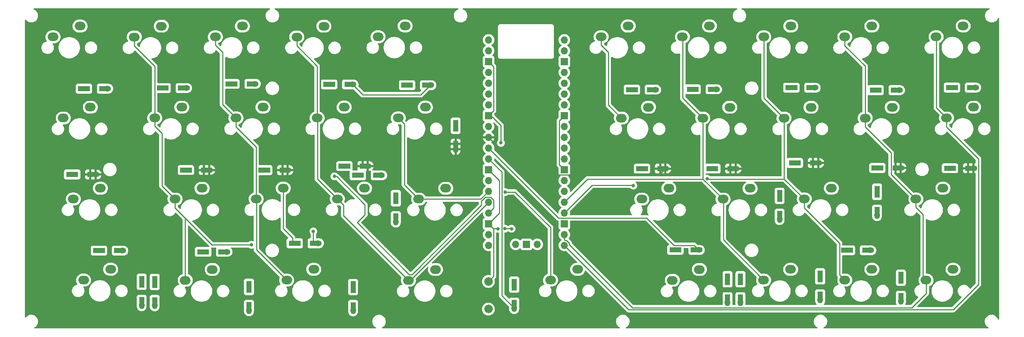
<source format=gbr>
%TF.GenerationSoftware,KiCad,Pcbnew,(6.0.2)*%
%TF.CreationDate,2022-03-06T15:17:29+09:00*%
%TF.ProjectId,presplit_39key,70726573-706c-4697-945f-33396b65792e,rev?*%
%TF.SameCoordinates,Original*%
%TF.FileFunction,Copper,L2,Bot*%
%TF.FilePolarity,Positive*%
%FSLAX46Y46*%
G04 Gerber Fmt 4.6, Leading zero omitted, Abs format (unit mm)*
G04 Created by KiCad (PCBNEW (6.0.2)) date 2022-03-06 15:17:29*
%MOMM*%
%LPD*%
G01*
G04 APERTURE LIST*
%TA.AperFunction,ComponentPad*%
%ADD10O,2.500000X2.000000*%
%TD*%
%TA.AperFunction,ComponentPad*%
%ADD11O,1.700000X1.700000*%
%TD*%
%TA.AperFunction,ComponentPad*%
%ADD12R,1.700000X1.700000*%
%TD*%
%TA.AperFunction,ComponentPad*%
%ADD13C,2.000000*%
%TD*%
%TA.AperFunction,SMDPad,CuDef*%
%ADD14R,1.400000X1.300000*%
%TD*%
%TA.AperFunction,ComponentPad*%
%ADD15R,1.778000X1.300000*%
%TD*%
%TA.AperFunction,ComponentPad*%
%ADD16O,1.778000X1.300000*%
%TD*%
%TA.AperFunction,ComponentPad*%
%ADD17R,1.300000X1.778000*%
%TD*%
%TA.AperFunction,SMDPad,CuDef*%
%ADD18R,1.300000X1.400000*%
%TD*%
%TA.AperFunction,ComponentPad*%
%ADD19O,1.300000X1.778000*%
%TD*%
%TA.AperFunction,ViaPad*%
%ADD20C,0.800000*%
%TD*%
%TA.AperFunction,Conductor*%
%ADD21C,0.250000*%
%TD*%
G04 APERTURE END LIST*
D10*
%TO.P,SW3,1,1*%
%TO.N,row0*%
X34000000Y-67350000D03*
%TO.P,SW3,2,2*%
%TO.N,Net-(D3-Pad1)*%
X40350000Y-64810000D03*
%TD*%
%TO.P,SW27,1,1*%
%TO.N,row6*%
X186450000Y-67365000D03*
%TO.P,SW27,2,2*%
%TO.N,Net-(D27-Pad1)*%
X192800000Y-64825000D03*
%TD*%
D11*
%TO.P,U1,1,GPIO0*%
%TO.N,unconnected-(U1-Pad1)*%
X131420000Y-29960000D03*
%TO.P,U1,2,GPIO1*%
%TO.N,unconnected-(U1-Pad2)*%
X131420000Y-32500000D03*
D12*
%TO.P,U1,3,GND*%
%TO.N,GND*%
X131420000Y-35040000D03*
D11*
%TO.P,U1,4,GPIO2*%
%TO.N,unconnected-(U1-Pad4)*%
X131420000Y-37580000D03*
%TO.P,U1,5,GPIO3*%
%TO.N,unconnected-(U1-Pad5)*%
X131420000Y-40120000D03*
%TO.P,U1,6,GPIO4*%
%TO.N,unconnected-(U1-Pad6)*%
X131420000Y-42660000D03*
%TO.P,U1,7,GPIO5*%
%TO.N,unconnected-(U1-Pad7)*%
X131420000Y-45200000D03*
D12*
%TO.P,U1,8,GND*%
%TO.N,GND*%
X131420000Y-47740000D03*
D11*
%TO.P,U1,9,GPIO6*%
%TO.N,col0*%
X131420000Y-50280000D03*
%TO.P,U1,10,GPIO7*%
%TO.N,col1*%
X131420000Y-52820000D03*
%TO.P,U1,11,GPIO8*%
%TO.N,col2*%
X131420000Y-55360000D03*
%TO.P,U1,12,GPIO9*%
%TO.N,col3*%
X131420000Y-57900000D03*
D12*
%TO.P,U1,13,GND*%
%TO.N,GND*%
X131420000Y-60440000D03*
D11*
%TO.P,U1,14,GPIO10*%
%TO.N,unconnected-(U1-Pad14)*%
X131420000Y-62980000D03*
%TO.P,U1,15,GPIO11*%
%TO.N,row4*%
X131420000Y-65520000D03*
%TO.P,U1,16,GPIO12*%
%TO.N,row3*%
X131420000Y-68060000D03*
%TO.P,U1,17,GPIO13*%
%TO.N,row2*%
X131420000Y-70600000D03*
D12*
%TO.P,U1,18,GND*%
%TO.N,GND*%
X131420000Y-73140000D03*
D11*
%TO.P,U1,19,GPIO14*%
%TO.N,row1*%
X131420000Y-75680000D03*
%TO.P,U1,20,GPIO15*%
%TO.N,row0*%
X131420000Y-78220000D03*
%TO.P,U1,21,GPIO16*%
%TO.N,row9*%
X149200000Y-78220000D03*
%TO.P,U1,22,GPIO17*%
%TO.N,row8*%
X149200000Y-75680000D03*
D12*
%TO.P,U1,23,GND*%
%TO.N,GND*%
X149200000Y-73140000D03*
D11*
%TO.P,U1,24,GPIO18*%
%TO.N,row7*%
X149200000Y-70600000D03*
%TO.P,U1,25,GPIO19*%
%TO.N,row6*%
X149200000Y-68060000D03*
%TO.P,U1,26,GPIO20*%
%TO.N,row5*%
X149200000Y-65520000D03*
%TO.P,U1,27,GPIO21*%
%TO.N,unconnected-(U1-Pad27)*%
X149200000Y-62980000D03*
D12*
%TO.P,U1,28,GND*%
%TO.N,GND*%
X149200000Y-60440000D03*
D11*
%TO.P,U1,29,GPIO22*%
%TO.N,unconnected-(U1-Pad29)*%
X149200000Y-57900000D03*
%TO.P,U1,30,RUN*%
%TO.N,reset*%
X149200000Y-55360000D03*
%TO.P,U1,31,GPIO26_ADC0*%
%TO.N,unconnected-(U1-Pad31)*%
X149200000Y-52820000D03*
%TO.P,U1,32,GPIO27_ADC1*%
%TO.N,unconnected-(U1-Pad32)*%
X149200000Y-50280000D03*
D12*
%TO.P,U1,33,AGND*%
%TO.N,GND*%
X149200000Y-47740000D03*
D11*
%TO.P,U1,34,GPIO28_ADC2*%
%TO.N,unconnected-(U1-Pad34)*%
X149200000Y-45200000D03*
%TO.P,U1,35,ADC_VREF*%
%TO.N,unconnected-(U1-Pad35)*%
X149200000Y-42660000D03*
%TO.P,U1,36,3V3*%
%TO.N,unconnected-(U1-Pad36)*%
X149200000Y-40120000D03*
%TO.P,U1,37,3V3_EN*%
%TO.N,unconnected-(U1-Pad37)*%
X149200000Y-37580000D03*
D12*
%TO.P,U1,38,GND*%
%TO.N,unconnected-(U1-Pad38)*%
X149200000Y-35040000D03*
D11*
%TO.P,U1,39,VSYS*%
%TO.N,unconnected-(U1-Pad39)*%
X149200000Y-32500000D03*
%TO.P,U1,40,VBUS*%
%TO.N,Net-(U1-Pad40)*%
X149200000Y-29960000D03*
%TO.P,U1,41,SWCLK*%
%TO.N,unconnected-(U1-Pad41)*%
X137770000Y-77990000D03*
D12*
%TO.P,U1,42,GND*%
%TO.N,unconnected-(U1-Pad42)*%
X140310000Y-77990000D03*
D11*
%TO.P,U1,43,SWDIO*%
%TO.N,unconnected-(U1-Pad43)*%
X142850000Y-77990000D03*
%TD*%
D10*
%TO.P,SW38,1,1*%
%TO.N,row9*%
X238885000Y-48315000D03*
%TO.P,SW38,2,2*%
%TO.N,Net-(D38-Pad1)*%
X245235000Y-45775000D03*
%TD*%
%TO.P,SW25,1,1*%
%TO.N,row6*%
X176925000Y-29225000D03*
%TO.P,SW25,2,2*%
%TO.N,Net-(D25-Pad1)*%
X183275000Y-26685000D03*
%TD*%
%TO.P,SW13,1,1*%
%TO.N,row3*%
X86425000Y-29275000D03*
%TO.P,SW13,2,2*%
%TO.N,Net-(D13-Pad1)*%
X92775000Y-26735000D03*
%TD*%
%TO.P,SW9,1,1*%
%TO.N,row2*%
X67325000Y-29250000D03*
%TO.P,SW9,2,2*%
%TO.N,Net-(D9-Pad1)*%
X73675000Y-26710000D03*
%TD*%
%TO.P,SW14,1,1*%
%TO.N,row3*%
X91200000Y-48300000D03*
%TO.P,SW14,2,2*%
%TO.N,Net-(D14-Pad1)*%
X97550000Y-45760000D03*
%TD*%
%TO.P,SW15,1,1*%
%TO.N,row3*%
X95960000Y-67340000D03*
%TO.P,SW15,2,2*%
%TO.N,Net-(D15-Pad1)*%
X102310000Y-64800000D03*
%TD*%
%TO.P,SW12,1,1*%
%TO.N,row2*%
X84060000Y-86390000D03*
%TO.P,SW12,2,2*%
%TO.N,Net-(D12-Pad1)*%
X90410000Y-83850000D03*
%TD*%
%TO.P,SW26,1,1*%
%TO.N,row6*%
X181675000Y-48325000D03*
%TO.P,SW26,2,2*%
%TO.N,Net-(D26-Pad1)*%
X188025000Y-45785000D03*
%TD*%
%TO.P,SW1,1,1*%
%TO.N,row0*%
X29225000Y-29250000D03*
%TO.P,SW1,2,2*%
%TO.N,Net-(D1-Pad1)*%
X35575000Y-26710000D03*
%TD*%
%TO.P,SW19,1,1*%
%TO.N,row4*%
X115035000Y-67365000D03*
%TO.P,SW19,2,2*%
%TO.N,Net-(D19-Pad1)*%
X121385000Y-64825000D03*
%TD*%
%TO.P,SW31,1,1*%
%TO.N,row7*%
X205525000Y-67350000D03*
%TO.P,SW31,2,2*%
%TO.N,Net-(D31-Pad1)*%
X211875000Y-64810000D03*
%TD*%
%TO.P,SW21,1,1*%
%TO.N,row5*%
X157850000Y-29250000D03*
%TO.P,SW21,2,2*%
%TO.N,Net-(D21-Pad1)*%
X164200000Y-26710000D03*
%TD*%
%TO.P,SW18,1,1*%
%TO.N,row4*%
X110250000Y-48300000D03*
%TO.P,SW18,2,2*%
%TO.N,Net-(D18-Pad1)*%
X116600000Y-45760000D03*
%TD*%
%TO.P,SW11,1,1*%
%TO.N,row2*%
X76900000Y-67325000D03*
%TO.P,SW11,2,2*%
%TO.N,Net-(D11-Pad1)*%
X83250000Y-64785000D03*
%TD*%
%TO.P,SW10,1,1*%
%TO.N,row2*%
X72150000Y-48300000D03*
%TO.P,SW10,2,2*%
%TO.N,Net-(D10-Pad1)*%
X78500000Y-45760000D03*
%TD*%
%TO.P,SW35,1,1*%
%TO.N,row8*%
X231700000Y-67350000D03*
%TO.P,SW35,2,2*%
%TO.N,Net-(D35-Pad1)*%
X238050000Y-64810000D03*
%TD*%
%TO.P,SW2,1,1*%
%TO.N,row0*%
X31635000Y-48315000D03*
%TO.P,SW2,2,2*%
%TO.N,Net-(D2-Pad1)*%
X37985000Y-45775000D03*
%TD*%
%TO.P,SW23,1,1*%
%TO.N,row5*%
X167375000Y-67365000D03*
%TO.P,SW23,2,2*%
%TO.N,Net-(D23-Pad1)*%
X173725000Y-64825000D03*
%TD*%
%TO.P,SW24,1,1*%
%TO.N,row5*%
X174550000Y-86425000D03*
%TO.P,SW24,2,2*%
%TO.N,Net-(D24-Pad1)*%
X180900000Y-83885000D03*
%TD*%
%TO.P,SW37,1,1*%
%TO.N,row9*%
X236450000Y-29225000D03*
%TO.P,SW37,2,2*%
%TO.N,Net-(D37-Pad1)*%
X242800000Y-26685000D03*
%TD*%
%TO.P,SW8,1,1*%
%TO.N,row1*%
X60250000Y-86425000D03*
%TO.P,SW8,2,2*%
%TO.N,Net-(D8-Pad1)*%
X66600000Y-83885000D03*
%TD*%
%TO.P,SW34,1,1*%
%TO.N,row8*%
X219800000Y-48325000D03*
%TO.P,SW34,2,2*%
%TO.N,Net-(D34-Pad1)*%
X226150000Y-45785000D03*
%TD*%
%TO.P,SW16,1,1*%
%TO.N,row3*%
X112625000Y-86425000D03*
%TO.P,SW16,2,2*%
%TO.N,Net-(D16-Pad1)*%
X118975000Y-83885000D03*
%TD*%
%TO.P,SW22,1,1*%
%TO.N,row5*%
X162600000Y-48325000D03*
%TO.P,SW22,2,2*%
%TO.N,Net-(D22-Pad1)*%
X168950000Y-45785000D03*
%TD*%
%TO.P,SW20,1,1*%
%TO.N,row4*%
X145975000Y-86400000D03*
%TO.P,SW20,2,2*%
%TO.N,Net-(D20-Pad1)*%
X152325000Y-83860000D03*
%TD*%
%TO.P,SW7,1,1*%
%TO.N,row1*%
X57860000Y-67365000D03*
%TO.P,SW7,2,2*%
%TO.N,Net-(D7-Pad1)*%
X64210000Y-64825000D03*
%TD*%
%TO.P,SW17,1,1*%
%TO.N,row4*%
X105500000Y-29225000D03*
%TO.P,SW17,2,2*%
%TO.N,Net-(D17-Pad1)*%
X111850000Y-26685000D03*
%TD*%
%TO.P,SW6,1,1*%
%TO.N,row1*%
X53085000Y-48315000D03*
%TO.P,SW6,2,2*%
%TO.N,Net-(D6-Pad1)*%
X59435000Y-45775000D03*
%TD*%
%TO.P,SW30,1,1*%
%TO.N,row7*%
X200750000Y-48325000D03*
%TO.P,SW30,2,2*%
%TO.N,Net-(D30-Pad1)*%
X207100000Y-45785000D03*
%TD*%
%TO.P,SW32,2,2*%
%TO.N,Net-(D32-Pad1)*%
X221375000Y-83860000D03*
%TO.P,SW32,1,1*%
%TO.N,row7*%
X215025000Y-86400000D03*
%TD*%
%TO.P,SW29,1,1*%
%TO.N,row7*%
X196000000Y-29250000D03*
%TO.P,SW29,2,2*%
%TO.N,Net-(D29-Pad1)*%
X202350000Y-26710000D03*
%TD*%
%TO.P,SW4,1,1*%
%TO.N,row0*%
X36400000Y-86375000D03*
%TO.P,SW4,2,2*%
%TO.N,Net-(D4-Pad1)*%
X42750000Y-83835000D03*
%TD*%
%TO.P,SW5,1,1*%
%TO.N,row1*%
X48300000Y-29275000D03*
%TO.P,SW5,2,2*%
%TO.N,Net-(D5-Pad1)*%
X54650000Y-26735000D03*
%TD*%
%TO.P,SW28,1,1*%
%TO.N,row6*%
X195975000Y-86400000D03*
%TO.P,SW28,2,2*%
%TO.N,Net-(D28-Pad1)*%
X202325000Y-83860000D03*
%TD*%
%TO.P,SW33,1,1*%
%TO.N,row8*%
X215025000Y-29250000D03*
%TO.P,SW33,2,2*%
%TO.N,Net-(D33-Pad1)*%
X221375000Y-26710000D03*
%TD*%
D13*
%TO.P,SW41,1,1*%
%TO.N,reset*%
X131385000Y-93190000D03*
%TO.P,SW41,2,2*%
%TO.N,GND*%
X131385000Y-86690000D03*
%TD*%
D10*
%TO.P,SW36,1,1*%
%TO.N,row8*%
X234080000Y-86400000D03*
%TO.P,SW36,2,2*%
%TO.N,Net-(D36-Pad1)*%
X240430000Y-83860000D03*
%TD*%
D14*
%TO.P,D37,1,K*%
%TO.N,Net-(D37-Pad1)*%
X240860000Y-41165000D03*
D15*
X239635000Y-41165000D03*
D14*
%TO.P,D37,2,A*%
%TO.N,col0*%
X244410000Y-41165000D03*
D16*
X245635000Y-41165000D03*
%TD*%
D17*
%TO.P,D27,1,K*%
%TO.N,Net-(D27-Pad1)*%
X199710000Y-66065000D03*
D18*
X199710000Y-67290000D03*
D19*
%TO.P,D27,2,A*%
%TO.N,col2*%
X199710000Y-72065000D03*
D18*
X199710000Y-70840000D03*
%TD*%
D15*
%TO.P,D30,1,K*%
%TO.N,Net-(D30-Pad1)*%
X202785000Y-58865000D03*
D14*
X204010000Y-58865000D03*
%TO.P,D30,2,A*%
%TO.N,col1*%
X207560000Y-58865000D03*
D16*
X208785000Y-58865000D03*
%TD*%
D18*
%TO.P,D35,1,K*%
%TO.N,Net-(D35-Pad1)*%
X222585000Y-66340000D03*
D17*
X222585000Y-65115000D03*
D19*
%TO.P,D35,2,A*%
%TO.N,col2*%
X222585000Y-71115000D03*
D18*
X222585000Y-69890000D03*
%TD*%
D15*
%TO.P,D2,1,K*%
%TO.N,Net-(D2-Pad1)*%
X33210000Y-61565000D03*
D14*
X34435000Y-61565000D03*
%TO.P,D2,2,A*%
%TO.N,col1*%
X37985000Y-61565000D03*
D16*
X39210000Y-61565000D03*
%TD*%
D15*
%TO.P,D9,1,K*%
%TO.N,Net-(D9-Pad1)*%
X70585000Y-40290000D03*
D14*
X71810000Y-40290000D03*
%TO.P,D9,2,A*%
%TO.N,col0*%
X75360000Y-40290000D03*
D16*
X76585000Y-40290000D03*
%TD*%
D14*
%TO.P,D25,1,K*%
%TO.N,Net-(D25-Pad1)*%
X180035000Y-41565000D03*
D15*
X178810000Y-41565000D03*
D16*
%TO.P,D25,2,A*%
%TO.N,col0*%
X184810000Y-41565000D03*
D14*
X183585000Y-41565000D03*
%TD*%
D18*
%TO.P,D20,1,K*%
%TO.N,Net-(D20-Pad1)*%
X137435000Y-88165000D03*
D17*
X137435000Y-86940000D03*
D19*
%TO.P,D20,2,A*%
%TO.N,col3*%
X137435000Y-92940000D03*
D18*
X137435000Y-91715000D03*
%TD*%
D17*
%TO.P,D24,1,K*%
%TO.N,Net-(D24-Pad1)*%
X187510000Y-85665000D03*
D18*
X187510000Y-86890000D03*
D19*
%TO.P,D24,2,A*%
%TO.N,col3*%
X187510000Y-91665000D03*
D18*
X187510000Y-90440000D03*
%TD*%
%TO.P,D8,1,K*%
%TO.N,Net-(D8-Pad1)*%
X53085000Y-87540000D03*
D17*
X53085000Y-86315000D03*
D18*
%TO.P,D8,2,A*%
%TO.N,col3*%
X53085000Y-91090000D03*
D19*
X53085000Y-92315000D03*
%TD*%
D18*
%TO.P,D32,1,K*%
%TO.N,Net-(D32-Pad1)*%
X209235000Y-86215000D03*
D17*
X209235000Y-84990000D03*
D18*
%TO.P,D32,2,A*%
%TO.N,col3*%
X209235000Y-89765000D03*
D19*
X209235000Y-90990000D03*
%TD*%
D17*
%TO.P,D36,1,K*%
%TO.N,Net-(D36-Pad1)*%
X228185000Y-85315000D03*
D18*
X228185000Y-86540000D03*
D19*
%TO.P,D36,2,A*%
%TO.N,col3*%
X228185000Y-91315000D03*
D18*
X228185000Y-90090000D03*
%TD*%
D14*
%TO.P,D7,1,K*%
%TO.N,Net-(D7-Pad1)*%
X65160000Y-79740000D03*
D15*
X63935000Y-79740000D03*
D14*
%TO.P,D7,2,A*%
%TO.N,col2*%
X68710000Y-79740000D03*
D16*
X69935000Y-79740000D03*
%TD*%
D15*
%TO.P,D23,1,K*%
%TO.N,Net-(D23-Pad1)*%
X174760000Y-79290000D03*
D14*
X175985000Y-79290000D03*
D16*
%TO.P,D23,2,A*%
%TO.N,col2*%
X180760000Y-79290000D03*
D14*
X179535000Y-79290000D03*
%TD*%
%TO.P,D10,1,K*%
%TO.N,Net-(D10-Pad1)*%
X79510000Y-60540000D03*
D15*
X78285000Y-60540000D03*
D14*
%TO.P,D10,2,A*%
%TO.N,col1*%
X83060000Y-60540000D03*
D16*
X84285000Y-60540000D03*
%TD*%
D14*
%TO.P,D21,1,K*%
%TO.N,Net-(D21-Pad1)*%
X165760000Y-41640000D03*
D15*
X164535000Y-41640000D03*
D14*
%TO.P,D21,2,A*%
%TO.N,col0*%
X169310000Y-41640000D03*
D16*
X170535000Y-41640000D03*
%TD*%
D14*
%TO.P,D11,1,K*%
%TO.N,Net-(D11-Pad1)*%
X86635000Y-77740000D03*
D15*
X85410000Y-77740000D03*
D14*
%TO.P,D11,2,A*%
%TO.N,col2*%
X90185000Y-77740000D03*
D16*
X91410000Y-77740000D03*
%TD*%
D15*
%TO.P,D15,1,K*%
%TO.N,Net-(D15-Pad1)*%
X100235000Y-61765000D03*
D14*
X101460000Y-61765000D03*
D16*
%TO.P,D15,2,A*%
%TO.N,col2*%
X106235000Y-61765000D03*
D14*
X105010000Y-61765000D03*
%TD*%
D15*
%TO.P,D3,1,K*%
%TO.N,Net-(D3-Pad1)*%
X39485000Y-79465000D03*
D14*
X40710000Y-79465000D03*
D16*
%TO.P,D3,2,A*%
%TO.N,col2*%
X45485000Y-79465000D03*
D14*
X44260000Y-79465000D03*
%TD*%
D15*
%TO.P,D26,1,K*%
%TO.N,Net-(D26-Pad1)*%
X183410000Y-60190000D03*
D14*
X184635000Y-60190000D03*
%TO.P,D26,2,A*%
%TO.N,col1*%
X188185000Y-60190000D03*
D16*
X189410000Y-60190000D03*
%TD*%
D15*
%TO.P,D6,1,K*%
%TO.N,Net-(D6-Pad1)*%
X59885000Y-60515000D03*
D14*
X61110000Y-60515000D03*
%TO.P,D6,2,A*%
%TO.N,col1*%
X64660000Y-60515000D03*
D16*
X65885000Y-60515000D03*
%TD*%
D15*
%TO.P,D22,1,K*%
%TO.N,Net-(D22-Pad1)*%
X166910000Y-60190000D03*
D14*
X168135000Y-60190000D03*
D16*
%TO.P,D22,2,A*%
%TO.N,col1*%
X172910000Y-60190000D03*
D14*
X171685000Y-60190000D03*
%TD*%
D15*
%TO.P,D14,1,K*%
%TO.N,Net-(D14-Pad1)*%
X97085000Y-59590000D03*
D14*
X98310000Y-59590000D03*
D16*
%TO.P,D14,2,A*%
%TO.N,col1*%
X103085000Y-59590000D03*
D14*
X101860000Y-59590000D03*
%TD*%
D18*
%TO.P,D4,1,K*%
%TO.N,Net-(D4-Pad1)*%
X50035000Y-87490000D03*
D17*
X50035000Y-86265000D03*
D18*
%TO.P,D4,2,A*%
%TO.N,col3*%
X50035000Y-91040000D03*
D19*
X50035000Y-92265000D03*
%TD*%
D14*
%TO.P,D33,1,K*%
%TO.N,Net-(D33-Pad1)*%
X222960000Y-41765000D03*
D15*
X221735000Y-41765000D03*
D14*
%TO.P,D33,2,A*%
%TO.N,col0*%
X226510000Y-41765000D03*
D16*
X227735000Y-41765000D03*
%TD*%
D18*
%TO.P,D16,1,K*%
%TO.N,Net-(D16-Pad1)*%
X99635000Y-88715000D03*
D17*
X99635000Y-87490000D03*
D19*
%TO.P,D16,2,A*%
%TO.N,col3*%
X99635000Y-93490000D03*
D18*
X99635000Y-92265000D03*
%TD*%
D15*
%TO.P,D38,1,K*%
%TO.N,Net-(D38-Pad1)*%
X239185000Y-60090000D03*
D14*
X240410000Y-60090000D03*
%TO.P,D38,2,A*%
%TO.N,col1*%
X243960000Y-60090000D03*
D16*
X245185000Y-60090000D03*
%TD*%
D14*
%TO.P,D5,1,K*%
%TO.N,Net-(D5-Pad1)*%
X55660000Y-41265000D03*
D15*
X54435000Y-41265000D03*
D16*
%TO.P,D5,2,A*%
%TO.N,col0*%
X60435000Y-41265000D03*
D14*
X59210000Y-41265000D03*
%TD*%
%TO.P,D34,1,K*%
%TO.N,Net-(D34-Pad1)*%
X223360000Y-60040000D03*
D15*
X222135000Y-60040000D03*
D16*
%TO.P,D34,2,A*%
%TO.N,col1*%
X228135000Y-60040000D03*
D14*
X226910000Y-60040000D03*
%TD*%
D18*
%TO.P,D28,1,K*%
%TO.N,Net-(D28-Pad1)*%
X190535000Y-86890000D03*
D17*
X190535000Y-85665000D03*
D18*
%TO.P,D28,2,A*%
%TO.N,col3*%
X190535000Y-90440000D03*
D19*
X190535000Y-91665000D03*
%TD*%
D17*
%TO.P,D19,1,K*%
%TO.N,Net-(D19-Pad1)*%
X109660000Y-66640000D03*
D18*
X109660000Y-67865000D03*
%TO.P,D19,2,A*%
%TO.N,col2*%
X109660000Y-71415000D03*
D19*
X109660000Y-72640000D03*
%TD*%
D17*
%TO.P,D18,1,K*%
%TO.N,Net-(D18-Pad1)*%
X123685000Y-49615000D03*
D18*
X123685000Y-50840000D03*
%TO.P,D18,2,A*%
%TO.N,col1*%
X123685000Y-54390000D03*
D19*
X123685000Y-55615000D03*
%TD*%
D14*
%TO.P,D13,1,K*%
%TO.N,Net-(D13-Pad1)*%
X94735000Y-40440000D03*
D15*
X93510000Y-40440000D03*
D16*
%TO.P,D13,2,A*%
%TO.N,col0*%
X99510000Y-40440000D03*
D14*
X98285000Y-40440000D03*
%TD*%
%TO.P,D31,1,K*%
%TO.N,Net-(D31-Pad1)*%
X216235000Y-79390000D03*
D15*
X215010000Y-79390000D03*
D14*
%TO.P,D31,2,A*%
%TO.N,col2*%
X219785000Y-79390000D03*
D16*
X221010000Y-79390000D03*
%TD*%
D14*
%TO.P,D17,1,K*%
%TO.N,Net-(D17-Pad1)*%
X113010000Y-40590000D03*
D15*
X111785000Y-40590000D03*
D14*
%TO.P,D17,2,A*%
%TO.N,col0*%
X116560000Y-40590000D03*
D16*
X117785000Y-40590000D03*
%TD*%
D14*
%TO.P,D1,1,K*%
%TO.N,Net-(D1-Pad1)*%
X37185000Y-41415000D03*
D15*
X35960000Y-41415000D03*
D14*
%TO.P,D1,2,A*%
%TO.N,col0*%
X40735000Y-41415000D03*
D16*
X41960000Y-41415000D03*
%TD*%
D14*
%TO.P,D29,1,K*%
%TO.N,Net-(D29-Pad1)*%
X203185000Y-41190000D03*
D15*
X201960000Y-41190000D03*
D14*
%TO.P,D29,2,A*%
%TO.N,col0*%
X206735000Y-41190000D03*
D16*
X207960000Y-41190000D03*
%TD*%
D18*
%TO.P,D12,1,K*%
%TO.N,Net-(D12-Pad1)*%
X75210000Y-88690000D03*
D17*
X75210000Y-87465000D03*
D19*
%TO.P,D12,2,A*%
%TO.N,col3*%
X75210000Y-93465000D03*
D18*
X75210000Y-92240000D03*
%TD*%
D20*
%TO.N,GND*%
X136825000Y-74325000D03*
X134325000Y-54150000D03*
X133650000Y-74325000D03*
X135250000Y-74300000D03*
%TO.N,col2*%
X90310000Y-74955500D03*
%TO.N,row1*%
X75760000Y-78090000D03*
%TO.N,row2*%
X95250000Y-62025000D03*
%TO.N,row4*%
X135325000Y-65700000D03*
%TO.N,row7*%
X165410000Y-64190000D03*
X182692299Y-62582701D03*
%TD*%
D21*
%TO.N,GND*%
X132594511Y-36214511D02*
X131420000Y-35040000D01*
X133650000Y-74325000D02*
X133585000Y-74260000D01*
X134325000Y-54150000D02*
X134325000Y-50055000D01*
X136825000Y-74325000D02*
X136800000Y-74300000D01*
X149200000Y-60440000D02*
X148025489Y-59265489D01*
X133950000Y-70610000D02*
X133950000Y-62970000D01*
X148025489Y-59265489D02*
X148025489Y-48914511D01*
X134325000Y-50055000D02*
X132010000Y-47740000D01*
X131385000Y-86690000D02*
X132594511Y-85480489D01*
X132594511Y-74314511D02*
X132540000Y-74260000D01*
X131420000Y-73140000D02*
X133950000Y-70610000D01*
X132594511Y-46565489D02*
X132594511Y-36214511D01*
X132540000Y-74260000D02*
X131420000Y-73140000D01*
X136800000Y-74300000D02*
X135250000Y-74300000D01*
X132010000Y-47740000D02*
X131420000Y-47740000D01*
X132594511Y-85480489D02*
X132594511Y-74314511D01*
X148025489Y-48914511D02*
X149200000Y-47740000D01*
X133585000Y-74260000D02*
X132540000Y-74260000D01*
X131420000Y-47740000D02*
X132594511Y-46565489D01*
X133950000Y-62970000D02*
X131420000Y-60440000D01*
%TO.N,col1*%
X171485000Y-61615000D02*
X140215000Y-61615000D01*
X172910000Y-60190000D02*
X171485000Y-61615000D01*
X140215000Y-61615000D02*
X131420000Y-52820000D01*
%TO.N,col2*%
X131420000Y-55360000D02*
X147834511Y-71774511D01*
X90310000Y-74955500D02*
X90310000Y-77615000D01*
X179685000Y-78215000D02*
X180760000Y-79290000D01*
X147834511Y-71774511D02*
X168524511Y-71774511D01*
X174965000Y-78215000D02*
X179685000Y-78215000D01*
X168524511Y-71774511D02*
X174965000Y-78215000D01*
%TO.N,col3*%
X137435000Y-92940000D02*
X134525000Y-90030000D01*
X134525000Y-90030000D02*
X134525000Y-61005000D01*
X134525000Y-61005000D02*
X131420000Y-57900000D01*
%TO.N,col0*%
X101920000Y-42850000D02*
X99510000Y-40440000D01*
X115525000Y-42850000D02*
X101920000Y-42850000D01*
X117785000Y-40590000D02*
X115525000Y-42850000D01*
%TO.N,Net-(D11-Pad1)*%
X83250000Y-74305000D02*
X85410000Y-76465000D01*
X85410000Y-76465000D02*
X85410000Y-77740000D01*
X83250000Y-74305000D02*
X83250000Y-64785000D01*
%TO.N,row1*%
X54785000Y-64290000D02*
X57860000Y-67365000D01*
X60250000Y-86425000D02*
X60250000Y-71843081D01*
X48300000Y-31363081D02*
X53085000Y-36148081D01*
X57860000Y-69453081D02*
X57860000Y-67365000D01*
X48300000Y-29275000D02*
X48300000Y-31363081D01*
X53085000Y-50251843D02*
X54785000Y-51951843D01*
X53085000Y-48315000D02*
X53085000Y-50251843D01*
X54785000Y-51951843D02*
X54785000Y-64290000D01*
X53085000Y-36148081D02*
X53085000Y-48315000D01*
X66496919Y-78090000D02*
X75760000Y-78090000D01*
X60250000Y-71843081D02*
X66496919Y-78090000D01*
X60250000Y-71843081D02*
X57860000Y-69453081D01*
%TO.N,row2*%
X132594511Y-69425489D02*
X131420000Y-70600000D01*
X69010000Y-45160000D02*
X72150000Y-48300000D01*
X67325000Y-31186843D02*
X69010000Y-32871843D01*
X112825480Y-85100480D02*
X113449520Y-85100480D01*
X69010000Y-32871843D02*
X69010000Y-45160000D01*
X67325000Y-29250000D02*
X67325000Y-31186843D01*
X131906499Y-66885489D02*
X132594511Y-67573501D01*
X102400000Y-71025000D02*
X100575000Y-72850000D01*
X113449520Y-85100480D02*
X129761198Y-68788802D01*
X76954521Y-67379521D02*
X76954521Y-79284521D01*
X72150000Y-50388081D02*
X76900000Y-55138081D01*
X129761198Y-68788802D02*
X129761198Y-67814520D01*
X72150000Y-48300000D02*
X72150000Y-50388081D01*
X76900000Y-55138081D02*
X76900000Y-67325000D01*
X76900000Y-67325000D02*
X76954521Y-67379521D01*
X132594511Y-67573501D02*
X132594511Y-69425489D01*
X102400000Y-68675000D02*
X102400000Y-71025000D01*
X129761198Y-67814520D02*
X130690229Y-66885489D01*
X95750000Y-62025000D02*
X102400000Y-68675000D01*
X100575000Y-72850000D02*
X112825480Y-85100480D01*
X130690229Y-66885489D02*
X131906499Y-66885489D01*
X76954521Y-79284521D02*
X84060000Y-86390000D01*
X95250000Y-62025000D02*
X95750000Y-62025000D01*
%TO.N,row3*%
X91200000Y-48300000D02*
X91254521Y-48354521D01*
X112625000Y-86425000D02*
X113055000Y-86425000D01*
X97395479Y-68775479D02*
X95960000Y-67340000D01*
X113055000Y-86425000D02*
X131420000Y-68060000D01*
X91254521Y-48354521D02*
X91254521Y-62634521D01*
X91254521Y-62634521D02*
X95960000Y-67340000D01*
X112625000Y-86425000D02*
X97395479Y-71195479D01*
X86425000Y-31363081D02*
X91200000Y-36138081D01*
X86425000Y-29275000D02*
X86425000Y-31363081D01*
X97395479Y-71195479D02*
X97395479Y-68775479D01*
X91200000Y-36138081D02*
X91200000Y-48300000D01*
%TO.N,row4*%
X115035000Y-67365000D02*
X129575000Y-67365000D01*
X111685479Y-49735479D02*
X110250000Y-48300000D01*
X145975000Y-74030000D02*
X145975000Y-86400000D01*
X111685479Y-64015479D02*
X111685479Y-49735479D01*
X135325000Y-65700000D02*
X137645000Y-65700000D01*
X137645000Y-65700000D02*
X145975000Y-74030000D01*
X115035000Y-67365000D02*
X111685479Y-64015479D01*
X129575000Y-67365000D02*
X131420000Y-65520000D01*
%TO.N,row5*%
X159535000Y-45260000D02*
X162600000Y-48325000D01*
X157850000Y-31186843D02*
X159535000Y-32871843D01*
X157850000Y-29250000D02*
X157850000Y-31186843D01*
X159535000Y-32871843D02*
X159535000Y-45260000D01*
%TO.N,row6*%
X186504521Y-76929521D02*
X195975000Y-86400000D01*
X181729521Y-62644521D02*
X154615479Y-62644521D01*
X176979521Y-43629521D02*
X181675000Y-48325000D01*
X181729521Y-62644521D02*
X186450000Y-67365000D01*
X176925000Y-29225000D02*
X176979521Y-29279521D01*
X176979521Y-29279521D02*
X176979521Y-43629521D01*
X186504521Y-67419521D02*
X186504521Y-76929521D01*
X154615479Y-62644521D02*
X149200000Y-68060000D01*
X181729521Y-48379521D02*
X181729521Y-62644521D01*
X181675000Y-48325000D02*
X181729521Y-48379521D01*
X186450000Y-67365000D02*
X186504521Y-67419521D01*
%TO.N,row7*%
X213796489Y-85171489D02*
X215025000Y-86400000D01*
X205525000Y-69438081D02*
X213796489Y-77709570D01*
X200750000Y-48325000D02*
X196054521Y-43629521D01*
X213796489Y-77709570D02*
X213796489Y-85171489D01*
X200804521Y-62629521D02*
X182739119Y-62629521D01*
X196054521Y-43629521D02*
X196054521Y-29304521D01*
X205525000Y-67350000D02*
X205525000Y-69438081D01*
X200804521Y-48379521D02*
X200804521Y-62629521D01*
X182739119Y-62629521D02*
X182692299Y-62582701D01*
X200750000Y-48325000D02*
X200804521Y-48379521D01*
X200804521Y-62629521D02*
X205525000Y-67350000D01*
X165320000Y-64100000D02*
X155700000Y-64100000D01*
X165410000Y-64190000D02*
X165320000Y-64100000D01*
X196054521Y-29304521D02*
X196000000Y-29250000D01*
X155700000Y-64100000D02*
X149200000Y-70600000D01*
%TO.N,row8*%
X225885489Y-56498570D02*
X225885489Y-61535489D01*
X231700000Y-67350000D02*
X231700000Y-69286843D01*
X150374511Y-78074511D02*
X165178520Y-92878520D01*
X234134521Y-89488636D02*
X234134521Y-86454521D01*
X215025000Y-29250000D02*
X215025000Y-31338081D01*
X230744637Y-92878520D02*
X234134521Y-89488636D01*
X233385000Y-85705000D02*
X234080000Y-86400000D01*
X219800000Y-48325000D02*
X219800000Y-50413081D01*
X219800000Y-36113081D02*
X219800000Y-48325000D01*
X225885489Y-61535489D02*
X231700000Y-67350000D01*
X149200000Y-76900000D02*
X149345489Y-77045489D01*
X150374511Y-77733501D02*
X150374511Y-78074511D01*
X219800000Y-50413081D02*
X225885489Y-56498570D01*
X165178520Y-92878520D02*
X230744637Y-92878520D01*
X149686499Y-77045489D02*
X150374511Y-77733501D01*
X149200000Y-75680000D02*
X149200000Y-76900000D01*
X149345489Y-77045489D02*
X149686499Y-77045489D01*
X233385000Y-70971843D02*
X233385000Y-85705000D01*
X215025000Y-31338081D02*
X219800000Y-36113081D01*
X231700000Y-69286843D02*
X233385000Y-70971843D01*
X234134521Y-86454521D02*
X234080000Y-86400000D01*
%TO.N,row9*%
X149200000Y-78220000D02*
X164308040Y-93328040D01*
X236504521Y-29279521D02*
X236504521Y-45934521D01*
X246398520Y-57916601D02*
X238885000Y-50403081D01*
X236450000Y-29225000D02*
X236504521Y-29279521D01*
X240455117Y-93328040D02*
X246398520Y-87384637D01*
X246398520Y-87384637D02*
X246398520Y-57916601D01*
X236504521Y-45934521D02*
X238885000Y-48315000D01*
X164308040Y-93328040D02*
X240455117Y-93328040D01*
X238885000Y-50403081D02*
X238885000Y-48315000D01*
%TD*%
%TA.AperFunction,Conductor*%
%TO.N,col1*%
G36*
X80141998Y-22578002D02*
G01*
X80188491Y-22631658D01*
X80198595Y-22701932D01*
X80169101Y-22766512D01*
X80122095Y-22800409D01*
X79983457Y-22857834D01*
X79983453Y-22857836D01*
X79978883Y-22859729D01*
X79766364Y-22989961D01*
X79576834Y-23151834D01*
X79414961Y-23341364D01*
X79284729Y-23553883D01*
X79189346Y-23784159D01*
X79188191Y-23788971D01*
X79132315Y-24021707D01*
X79132314Y-24021713D01*
X79131160Y-24026520D01*
X79111604Y-24275000D01*
X79131160Y-24523480D01*
X79132314Y-24528287D01*
X79132315Y-24528293D01*
X79154727Y-24621644D01*
X79189346Y-24765841D01*
X79191239Y-24770412D01*
X79191240Y-24770414D01*
X79266751Y-24952713D01*
X79284729Y-24996117D01*
X79414961Y-25208636D01*
X79576834Y-25398166D01*
X79766364Y-25560039D01*
X79978883Y-25690271D01*
X79983453Y-25692164D01*
X79983457Y-25692166D01*
X80202790Y-25783016D01*
X80209159Y-25785654D01*
X80294002Y-25806023D01*
X80446707Y-25842685D01*
X80446713Y-25842686D01*
X80451520Y-25843840D01*
X80537998Y-25850646D01*
X80635334Y-25858307D01*
X80635343Y-25858307D01*
X80637791Y-25858500D01*
X80762209Y-25858500D01*
X80764657Y-25858307D01*
X80764666Y-25858307D01*
X80862002Y-25850646D01*
X80948480Y-25843840D01*
X80953287Y-25842686D01*
X80953293Y-25842685D01*
X81105998Y-25806023D01*
X81190841Y-25785654D01*
X81197210Y-25783016D01*
X81416543Y-25692166D01*
X81416547Y-25692164D01*
X81421117Y-25690271D01*
X81633636Y-25560039D01*
X81823166Y-25398166D01*
X81985039Y-25208636D01*
X82115271Y-24996117D01*
X82133250Y-24952713D01*
X82208760Y-24770414D01*
X82208761Y-24770412D01*
X82210654Y-24765841D01*
X82245273Y-24621644D01*
X82267685Y-24528293D01*
X82267686Y-24528287D01*
X82268840Y-24523480D01*
X82288396Y-24275000D01*
X82268840Y-24026520D01*
X82267686Y-24021713D01*
X82267685Y-24021707D01*
X82211809Y-23788971D01*
X82210654Y-23784159D01*
X82115271Y-23553883D01*
X81985039Y-23341364D01*
X81823166Y-23151834D01*
X81633636Y-22989961D01*
X81421117Y-22859729D01*
X81416547Y-22857836D01*
X81416543Y-22857834D01*
X81277905Y-22800409D01*
X81222624Y-22755861D01*
X81200203Y-22688497D01*
X81217761Y-22619706D01*
X81269723Y-22571328D01*
X81326123Y-22558000D01*
X124223877Y-22558000D01*
X124291998Y-22578002D01*
X124338491Y-22631658D01*
X124348595Y-22701932D01*
X124319101Y-22766512D01*
X124272095Y-22800409D01*
X124133457Y-22857834D01*
X124133453Y-22857836D01*
X124128883Y-22859729D01*
X123916364Y-22989961D01*
X123726834Y-23151834D01*
X123564961Y-23341364D01*
X123434729Y-23553883D01*
X123339346Y-23784159D01*
X123338191Y-23788971D01*
X123282315Y-24021707D01*
X123282314Y-24021713D01*
X123281160Y-24026520D01*
X123261604Y-24275000D01*
X123281160Y-24523480D01*
X123282314Y-24528287D01*
X123282315Y-24528293D01*
X123304727Y-24621644D01*
X123339346Y-24765841D01*
X123341239Y-24770412D01*
X123341240Y-24770414D01*
X123416751Y-24952713D01*
X123434729Y-24996117D01*
X123564961Y-25208636D01*
X123726834Y-25398166D01*
X123916364Y-25560039D01*
X124128883Y-25690271D01*
X124133453Y-25692164D01*
X124133457Y-25692166D01*
X124352790Y-25783016D01*
X124359159Y-25785654D01*
X124444002Y-25806023D01*
X124596707Y-25842685D01*
X124596713Y-25842686D01*
X124601520Y-25843840D01*
X124687998Y-25850646D01*
X124785334Y-25858307D01*
X124785343Y-25858307D01*
X124787791Y-25858500D01*
X124912209Y-25858500D01*
X124914657Y-25858307D01*
X124914666Y-25858307D01*
X125012002Y-25850646D01*
X125098480Y-25843840D01*
X125103287Y-25842686D01*
X125103293Y-25842685D01*
X125255998Y-25806023D01*
X125340841Y-25785654D01*
X125347210Y-25783016D01*
X125566543Y-25692166D01*
X125566547Y-25692164D01*
X125571117Y-25690271D01*
X125783636Y-25560039D01*
X125973166Y-25398166D01*
X126135039Y-25208636D01*
X126265271Y-24996117D01*
X126283250Y-24952713D01*
X126358760Y-24770414D01*
X126358761Y-24770412D01*
X126360654Y-24765841D01*
X126395273Y-24621644D01*
X126417685Y-24528293D01*
X126417686Y-24528287D01*
X126418840Y-24523480D01*
X126438396Y-24275000D01*
X126418840Y-24026520D01*
X126417686Y-24021713D01*
X126417685Y-24021707D01*
X126361809Y-23788971D01*
X126360654Y-23784159D01*
X126265271Y-23553883D01*
X126135039Y-23341364D01*
X125973166Y-23151834D01*
X125783636Y-22989961D01*
X125571117Y-22859729D01*
X125566547Y-22857836D01*
X125566543Y-22857834D01*
X125427905Y-22800409D01*
X125372624Y-22755861D01*
X125350203Y-22688497D01*
X125367761Y-22619706D01*
X125419723Y-22571328D01*
X125476123Y-22558000D01*
X189673877Y-22558000D01*
X189741998Y-22578002D01*
X189788491Y-22631658D01*
X189798595Y-22701932D01*
X189769101Y-22766512D01*
X189722095Y-22800409D01*
X189583457Y-22857834D01*
X189583453Y-22857836D01*
X189578883Y-22859729D01*
X189366364Y-22989961D01*
X189176834Y-23151834D01*
X189014961Y-23341364D01*
X188884729Y-23553883D01*
X188789346Y-23784159D01*
X188788191Y-23788971D01*
X188732315Y-24021707D01*
X188732314Y-24021713D01*
X188731160Y-24026520D01*
X188711604Y-24275000D01*
X188731160Y-24523480D01*
X188732314Y-24528287D01*
X188732315Y-24528293D01*
X188754727Y-24621644D01*
X188789346Y-24765841D01*
X188791239Y-24770412D01*
X188791240Y-24770414D01*
X188866751Y-24952713D01*
X188884729Y-24996117D01*
X189014961Y-25208636D01*
X189176834Y-25398166D01*
X189366364Y-25560039D01*
X189578883Y-25690271D01*
X189583453Y-25692164D01*
X189583457Y-25692166D01*
X189802790Y-25783016D01*
X189809159Y-25785654D01*
X189894002Y-25806023D01*
X190046707Y-25842685D01*
X190046713Y-25842686D01*
X190051520Y-25843840D01*
X190137998Y-25850646D01*
X190235334Y-25858307D01*
X190235343Y-25858307D01*
X190237791Y-25858500D01*
X190362209Y-25858500D01*
X190364657Y-25858307D01*
X190364666Y-25858307D01*
X190462002Y-25850646D01*
X190548480Y-25843840D01*
X190553287Y-25842686D01*
X190553293Y-25842685D01*
X190705998Y-25806023D01*
X190790841Y-25785654D01*
X190797210Y-25783016D01*
X191016543Y-25692166D01*
X191016547Y-25692164D01*
X191021117Y-25690271D01*
X191233636Y-25560039D01*
X191423166Y-25398166D01*
X191585039Y-25208636D01*
X191715271Y-24996117D01*
X191733250Y-24952713D01*
X191808760Y-24770414D01*
X191808761Y-24770412D01*
X191810654Y-24765841D01*
X191845273Y-24621644D01*
X191867685Y-24528293D01*
X191867686Y-24528287D01*
X191868840Y-24523480D01*
X191888396Y-24275000D01*
X191868840Y-24026520D01*
X191867686Y-24021713D01*
X191867685Y-24021707D01*
X191811809Y-23788971D01*
X191810654Y-23784159D01*
X191715271Y-23553883D01*
X191585039Y-23341364D01*
X191423166Y-23151834D01*
X191233636Y-22989961D01*
X191021117Y-22859729D01*
X191016547Y-22857836D01*
X191016543Y-22857834D01*
X190877905Y-22800409D01*
X190822624Y-22755861D01*
X190800203Y-22688497D01*
X190817761Y-22619706D01*
X190869723Y-22571328D01*
X190926123Y-22558000D01*
X248781893Y-22558000D01*
X248796181Y-22558813D01*
X248824066Y-22561996D01*
X248824069Y-22561996D01*
X248832989Y-22563014D01*
X248841840Y-22561487D01*
X248849557Y-22560156D01*
X248873798Y-22558353D01*
X248875810Y-22558398D01*
X248943467Y-22579918D01*
X248988748Y-22634600D01*
X248997278Y-22705082D01*
X248966349Y-22768987D01*
X248921211Y-22800775D01*
X248783457Y-22857834D01*
X248783453Y-22857836D01*
X248778883Y-22859729D01*
X248566364Y-22989961D01*
X248376834Y-23151834D01*
X248214961Y-23341364D01*
X248084729Y-23553883D01*
X247989346Y-23784159D01*
X247988191Y-23788971D01*
X247932315Y-24021707D01*
X247932314Y-24021713D01*
X247931160Y-24026520D01*
X247911604Y-24275000D01*
X247931160Y-24523480D01*
X247932314Y-24528287D01*
X247932315Y-24528293D01*
X247954727Y-24621644D01*
X247989346Y-24765841D01*
X247991239Y-24770412D01*
X247991240Y-24770414D01*
X248066751Y-24952713D01*
X248084729Y-24996117D01*
X248214961Y-25208636D01*
X248376834Y-25398166D01*
X248566364Y-25560039D01*
X248778883Y-25690271D01*
X248783453Y-25692164D01*
X248783457Y-25692166D01*
X249002790Y-25783016D01*
X249009159Y-25785654D01*
X249094002Y-25806023D01*
X249246707Y-25842685D01*
X249246713Y-25842686D01*
X249251520Y-25843840D01*
X249337998Y-25850646D01*
X249435334Y-25858307D01*
X249435343Y-25858307D01*
X249437791Y-25858500D01*
X249562209Y-25858500D01*
X249564657Y-25858307D01*
X249564666Y-25858307D01*
X249662002Y-25850646D01*
X249748480Y-25843840D01*
X249753287Y-25842686D01*
X249753293Y-25842685D01*
X249905998Y-25806023D01*
X249990841Y-25785654D01*
X249997210Y-25783016D01*
X250216543Y-25692166D01*
X250216547Y-25692164D01*
X250221117Y-25690271D01*
X250433636Y-25560039D01*
X250623166Y-25398166D01*
X250785039Y-25208636D01*
X250915271Y-24996117D01*
X250933250Y-24952713D01*
X250971533Y-24860287D01*
X251016081Y-24805006D01*
X251083444Y-24782585D01*
X251152236Y-24800143D01*
X251200614Y-24852105D01*
X251211670Y-24903683D01*
X251212986Y-24903550D01*
X251217126Y-24944631D01*
X251217761Y-24957265D01*
X251217430Y-55554767D01*
X251217001Y-95306124D01*
X251216188Y-95320412D01*
X251211986Y-95357227D01*
X251213513Y-95366078D01*
X251214844Y-95373795D01*
X251216648Y-95398027D01*
X251212242Y-95595467D01*
X251190725Y-95663125D01*
X251136045Y-95708409D01*
X251065563Y-95716942D01*
X251001657Y-95686016D01*
X250963755Y-95622073D01*
X250961811Y-95613976D01*
X250961809Y-95613970D01*
X250960654Y-95609159D01*
X250937506Y-95553274D01*
X250867166Y-95383457D01*
X250867164Y-95383453D01*
X250865271Y-95378883D01*
X250735039Y-95166364D01*
X250573166Y-94976834D01*
X250383636Y-94814961D01*
X250171117Y-94684729D01*
X250166547Y-94682836D01*
X250166543Y-94682834D01*
X249945414Y-94591240D01*
X249945412Y-94591239D01*
X249940841Y-94589346D01*
X249855998Y-94568977D01*
X249703293Y-94532315D01*
X249703287Y-94532314D01*
X249698480Y-94531160D01*
X249611078Y-94524281D01*
X249514666Y-94516693D01*
X249514657Y-94516693D01*
X249512209Y-94516500D01*
X249387791Y-94516500D01*
X249385343Y-94516693D01*
X249385334Y-94516693D01*
X249288922Y-94524281D01*
X249201520Y-94531160D01*
X249196713Y-94532314D01*
X249196707Y-94532315D01*
X249044002Y-94568977D01*
X248959159Y-94589346D01*
X248954588Y-94591239D01*
X248954586Y-94591240D01*
X248733457Y-94682834D01*
X248733453Y-94682836D01*
X248728883Y-94684729D01*
X248516364Y-94814961D01*
X248326834Y-94976834D01*
X248164961Y-95166364D01*
X248034729Y-95378883D01*
X248032836Y-95383453D01*
X248032834Y-95383457D01*
X247962494Y-95553274D01*
X247939346Y-95609159D01*
X247926973Y-95660698D01*
X247882315Y-95846707D01*
X247882314Y-95846713D01*
X247881160Y-95851520D01*
X247861604Y-96100000D01*
X247881160Y-96348480D01*
X247882314Y-96353287D01*
X247882315Y-96353293D01*
X247891748Y-96392583D01*
X247939346Y-96590841D01*
X247941239Y-96595412D01*
X247941240Y-96595414D01*
X247990257Y-96713751D01*
X248034729Y-96821117D01*
X248164961Y-97033636D01*
X248326834Y-97223166D01*
X248516364Y-97385039D01*
X248520581Y-97387623D01*
X248717943Y-97508567D01*
X248765574Y-97561215D01*
X248777181Y-97631256D01*
X248749078Y-97696454D01*
X248690187Y-97736108D01*
X248652108Y-97742000D01*
X210122892Y-97742000D01*
X210054771Y-97721998D01*
X210008278Y-97668342D01*
X209998174Y-97598068D01*
X210027668Y-97533488D01*
X210057057Y-97508567D01*
X210254419Y-97387623D01*
X210258636Y-97385039D01*
X210448166Y-97223166D01*
X210610039Y-97033636D01*
X210740271Y-96821117D01*
X210784744Y-96713751D01*
X210833760Y-96595414D01*
X210833761Y-96595412D01*
X210835654Y-96590841D01*
X210883252Y-96392583D01*
X210892685Y-96353293D01*
X210892686Y-96353287D01*
X210893840Y-96348480D01*
X210913396Y-96100000D01*
X210893840Y-95851520D01*
X210892686Y-95846713D01*
X210892685Y-95846707D01*
X210848027Y-95660698D01*
X210835654Y-95609159D01*
X210812506Y-95553274D01*
X210742166Y-95383457D01*
X210742164Y-95383453D01*
X210740271Y-95378883D01*
X210610039Y-95166364D01*
X210448166Y-94976834D01*
X210258636Y-94814961D01*
X210046117Y-94684729D01*
X210041547Y-94682836D01*
X210041543Y-94682834D01*
X209820414Y-94591240D01*
X209820412Y-94591239D01*
X209815841Y-94589346D01*
X209730998Y-94568977D01*
X209578293Y-94532315D01*
X209578287Y-94532314D01*
X209573480Y-94531160D01*
X209486078Y-94524281D01*
X209389666Y-94516693D01*
X209389657Y-94516693D01*
X209387209Y-94516500D01*
X209262791Y-94516500D01*
X209260343Y-94516693D01*
X209260334Y-94516693D01*
X209163922Y-94524281D01*
X209076520Y-94531160D01*
X209071713Y-94532314D01*
X209071707Y-94532315D01*
X208919002Y-94568977D01*
X208834159Y-94589346D01*
X208829588Y-94591239D01*
X208829586Y-94591240D01*
X208608457Y-94682834D01*
X208608453Y-94682836D01*
X208603883Y-94684729D01*
X208391364Y-94814961D01*
X208201834Y-94976834D01*
X208039961Y-95166364D01*
X207909729Y-95378883D01*
X207907836Y-95383453D01*
X207907834Y-95383457D01*
X207837494Y-95553274D01*
X207814346Y-95609159D01*
X207801973Y-95660698D01*
X207757315Y-95846707D01*
X207757314Y-95846713D01*
X207756160Y-95851520D01*
X207736604Y-96100000D01*
X207756160Y-96348480D01*
X207757314Y-96353287D01*
X207757315Y-96353293D01*
X207766748Y-96392583D01*
X207814346Y-96590841D01*
X207816239Y-96595412D01*
X207816240Y-96595414D01*
X207865257Y-96713751D01*
X207909729Y-96821117D01*
X208039961Y-97033636D01*
X208201834Y-97223166D01*
X208391364Y-97385039D01*
X208395581Y-97387623D01*
X208592943Y-97508567D01*
X208640574Y-97561215D01*
X208652181Y-97631256D01*
X208624078Y-97696454D01*
X208565187Y-97736108D01*
X208527108Y-97742000D01*
X163722892Y-97742000D01*
X163654771Y-97721998D01*
X163608278Y-97668342D01*
X163598174Y-97598068D01*
X163627668Y-97533488D01*
X163657057Y-97508567D01*
X163854419Y-97387623D01*
X163858636Y-97385039D01*
X164048166Y-97223166D01*
X164210039Y-97033636D01*
X164340271Y-96821117D01*
X164384744Y-96713751D01*
X164433760Y-96595414D01*
X164433761Y-96595412D01*
X164435654Y-96590841D01*
X164483252Y-96392583D01*
X164492685Y-96353293D01*
X164492686Y-96353287D01*
X164493840Y-96348480D01*
X164513396Y-96100000D01*
X164493840Y-95851520D01*
X164492686Y-95846713D01*
X164492685Y-95846707D01*
X164448027Y-95660698D01*
X164435654Y-95609159D01*
X164412506Y-95553274D01*
X164342166Y-95383457D01*
X164342164Y-95383453D01*
X164340271Y-95378883D01*
X164210039Y-95166364D01*
X164048166Y-94976834D01*
X163858636Y-94814961D01*
X163646117Y-94684729D01*
X163641547Y-94682836D01*
X163641543Y-94682834D01*
X163420414Y-94591240D01*
X163420412Y-94591239D01*
X163415841Y-94589346D01*
X163330998Y-94568977D01*
X163178293Y-94532315D01*
X163178287Y-94532314D01*
X163173480Y-94531160D01*
X163086078Y-94524281D01*
X162989666Y-94516693D01*
X162989657Y-94516693D01*
X162987209Y-94516500D01*
X162862791Y-94516500D01*
X162860343Y-94516693D01*
X162860334Y-94516693D01*
X162763922Y-94524281D01*
X162676520Y-94531160D01*
X162671713Y-94532314D01*
X162671707Y-94532315D01*
X162519002Y-94568977D01*
X162434159Y-94589346D01*
X162429588Y-94591239D01*
X162429586Y-94591240D01*
X162208457Y-94682834D01*
X162208453Y-94682836D01*
X162203883Y-94684729D01*
X161991364Y-94814961D01*
X161801834Y-94976834D01*
X161639961Y-95166364D01*
X161509729Y-95378883D01*
X161507836Y-95383453D01*
X161507834Y-95383457D01*
X161437494Y-95553274D01*
X161414346Y-95609159D01*
X161401973Y-95660698D01*
X161357315Y-95846707D01*
X161357314Y-95846713D01*
X161356160Y-95851520D01*
X161336604Y-96100000D01*
X161356160Y-96348480D01*
X161357314Y-96353287D01*
X161357315Y-96353293D01*
X161366748Y-96392583D01*
X161414346Y-96590841D01*
X161416239Y-96595412D01*
X161416240Y-96595414D01*
X161465257Y-96713751D01*
X161509729Y-96821117D01*
X161639961Y-97033636D01*
X161801834Y-97223166D01*
X161991364Y-97385039D01*
X161995581Y-97387623D01*
X162192943Y-97508567D01*
X162240574Y-97561215D01*
X162252181Y-97631256D01*
X162224078Y-97696454D01*
X162165187Y-97736108D01*
X162127108Y-97742000D01*
X106522892Y-97742000D01*
X106454771Y-97721998D01*
X106408278Y-97668342D01*
X106398174Y-97598068D01*
X106427668Y-97533488D01*
X106457057Y-97508567D01*
X106654419Y-97387623D01*
X106658636Y-97385039D01*
X106848166Y-97223166D01*
X107010039Y-97033636D01*
X107140271Y-96821117D01*
X107184744Y-96713751D01*
X107233760Y-96595414D01*
X107233761Y-96595412D01*
X107235654Y-96590841D01*
X107283252Y-96392583D01*
X107292685Y-96353293D01*
X107292686Y-96353287D01*
X107293840Y-96348480D01*
X107313396Y-96100000D01*
X107293840Y-95851520D01*
X107292686Y-95846713D01*
X107292685Y-95846707D01*
X107248027Y-95660698D01*
X107235654Y-95609159D01*
X107212506Y-95553274D01*
X107142166Y-95383457D01*
X107142164Y-95383453D01*
X107140271Y-95378883D01*
X107010039Y-95166364D01*
X106848166Y-94976834D01*
X106658636Y-94814961D01*
X106446117Y-94684729D01*
X106441547Y-94682836D01*
X106441543Y-94682834D01*
X106220414Y-94591240D01*
X106220412Y-94591239D01*
X106215841Y-94589346D01*
X106130998Y-94568977D01*
X105978293Y-94532315D01*
X105978287Y-94532314D01*
X105973480Y-94531160D01*
X105886078Y-94524281D01*
X105789666Y-94516693D01*
X105789657Y-94516693D01*
X105787209Y-94516500D01*
X105662791Y-94516500D01*
X105660343Y-94516693D01*
X105660334Y-94516693D01*
X105563922Y-94524281D01*
X105476520Y-94531160D01*
X105471713Y-94532314D01*
X105471707Y-94532315D01*
X105319002Y-94568977D01*
X105234159Y-94589346D01*
X105229588Y-94591239D01*
X105229586Y-94591240D01*
X105008457Y-94682834D01*
X105008453Y-94682836D01*
X105003883Y-94684729D01*
X104791364Y-94814961D01*
X104601834Y-94976834D01*
X104439961Y-95166364D01*
X104309729Y-95378883D01*
X104307836Y-95383453D01*
X104307834Y-95383457D01*
X104237494Y-95553274D01*
X104214346Y-95609159D01*
X104201973Y-95660698D01*
X104157315Y-95846707D01*
X104157314Y-95846713D01*
X104156160Y-95851520D01*
X104136604Y-96100000D01*
X104156160Y-96348480D01*
X104157314Y-96353287D01*
X104157315Y-96353293D01*
X104166748Y-96392583D01*
X104214346Y-96590841D01*
X104216239Y-96595412D01*
X104216240Y-96595414D01*
X104265257Y-96713751D01*
X104309729Y-96821117D01*
X104439961Y-97033636D01*
X104601834Y-97223166D01*
X104791364Y-97385039D01*
X104795581Y-97387623D01*
X104992943Y-97508567D01*
X105040574Y-97561215D01*
X105052181Y-97631256D01*
X105024078Y-97696454D01*
X104965187Y-97736108D01*
X104927108Y-97742000D01*
X25081786Y-97742000D01*
X25069346Y-97741384D01*
X25027761Y-97737258D01*
X25011329Y-97740343D01*
X24987067Y-97742502D01*
X24921906Y-97741972D01*
X24853950Y-97721416D01*
X24807895Y-97667384D01*
X24798363Y-97597030D01*
X24828381Y-97532692D01*
X24857096Y-97508543D01*
X25054419Y-97387623D01*
X25058636Y-97385039D01*
X25248166Y-97223166D01*
X25410039Y-97033636D01*
X25540271Y-96821117D01*
X25584744Y-96713751D01*
X25633760Y-96595414D01*
X25633761Y-96595412D01*
X25635654Y-96590841D01*
X25683252Y-96392583D01*
X25692685Y-96353293D01*
X25692686Y-96353287D01*
X25693840Y-96348480D01*
X25713396Y-96100000D01*
X25693840Y-95851520D01*
X25692686Y-95846713D01*
X25692685Y-95846707D01*
X25648027Y-95660698D01*
X25635654Y-95609159D01*
X25612506Y-95553274D01*
X25542166Y-95383457D01*
X25542164Y-95383453D01*
X25540271Y-95378883D01*
X25410039Y-95166364D01*
X25248166Y-94976834D01*
X25058636Y-94814961D01*
X24846117Y-94684729D01*
X24841547Y-94682836D01*
X24841543Y-94682834D01*
X24620414Y-94591240D01*
X24620412Y-94591239D01*
X24615841Y-94589346D01*
X24530998Y-94568977D01*
X24378293Y-94532315D01*
X24378287Y-94532314D01*
X24373480Y-94531160D01*
X24286078Y-94524281D01*
X24189666Y-94516693D01*
X24189657Y-94516693D01*
X24187209Y-94516500D01*
X24062791Y-94516500D01*
X24060343Y-94516693D01*
X24060334Y-94516693D01*
X23963922Y-94524281D01*
X23876520Y-94531160D01*
X23871713Y-94532314D01*
X23871707Y-94532315D01*
X23719002Y-94568977D01*
X23634159Y-94589346D01*
X23629588Y-94591239D01*
X23629586Y-94591240D01*
X23408457Y-94682834D01*
X23408453Y-94682836D01*
X23403883Y-94684729D01*
X23191364Y-94814961D01*
X23001834Y-94976834D01*
X22908625Y-95085969D01*
X22854811Y-95148977D01*
X22795361Y-95187786D01*
X22724366Y-95188294D01*
X22664367Y-95150338D01*
X22634414Y-95085969D01*
X22633000Y-95067147D01*
X22633000Y-93758013D01*
X74051500Y-93758013D01*
X74056522Y-93812667D01*
X74065468Y-93910023D01*
X74066019Y-93916024D01*
X74067587Y-93921583D01*
X74067587Y-93921584D01*
X74118481Y-94102037D01*
X74123814Y-94120948D01*
X74126366Y-94126123D01*
X74126368Y-94126128D01*
X74208370Y-94292411D01*
X74217985Y-94311908D01*
X74221439Y-94316534D01*
X74221440Y-94316535D01*
X74255888Y-94362667D01*
X74345378Y-94482509D01*
X74501729Y-94627037D01*
X74681799Y-94740653D01*
X74879559Y-94819551D01*
X74885219Y-94820677D01*
X74885223Y-94820678D01*
X75082718Y-94859962D01*
X75082720Y-94859962D01*
X75088385Y-94861089D01*
X75094160Y-94861165D01*
X75094164Y-94861165D01*
X75200839Y-94862561D01*
X75301284Y-94863876D01*
X75306982Y-94862897D01*
X75505436Y-94828797D01*
X75505439Y-94828796D01*
X75511126Y-94827819D01*
X75710884Y-94754125D01*
X75893866Y-94645261D01*
X76053946Y-94504875D01*
X76185762Y-94337667D01*
X76188888Y-94331727D01*
X76271747Y-94174238D01*
X76284900Y-94149238D01*
X76292981Y-94123215D01*
X76343570Y-93960289D01*
X76348039Y-93945898D01*
X76367317Y-93783013D01*
X98476500Y-93783013D01*
X98483058Y-93854388D01*
X98490028Y-93930236D01*
X98491019Y-93941024D01*
X98492587Y-93946583D01*
X98492587Y-93946584D01*
X98542403Y-94123215D01*
X98548814Y-94145948D01*
X98551366Y-94151123D01*
X98551368Y-94151128D01*
X98622097Y-94294551D01*
X98642985Y-94336908D01*
X98770378Y-94507509D01*
X98926729Y-94652037D01*
X99106799Y-94765653D01*
X99304559Y-94844551D01*
X99310219Y-94845677D01*
X99310223Y-94845678D01*
X99507718Y-94884962D01*
X99507720Y-94884962D01*
X99513385Y-94886089D01*
X99519160Y-94886165D01*
X99519164Y-94886165D01*
X99625839Y-94887561D01*
X99726284Y-94888876D01*
X99731982Y-94887897D01*
X99930436Y-94853797D01*
X99930439Y-94853796D01*
X99936126Y-94852819D01*
X100135884Y-94779125D01*
X100318866Y-94670261D01*
X100478946Y-94529875D01*
X100610762Y-94362667D01*
X100621529Y-94342204D01*
X100707207Y-94179356D01*
X100709900Y-94174238D01*
X100718685Y-94145948D01*
X100771324Y-93976421D01*
X100773039Y-93970898D01*
X100793500Y-93798018D01*
X100793500Y-93196987D01*
X100792858Y-93190000D01*
X129871835Y-93190000D01*
X129890465Y-93426711D01*
X129891619Y-93431518D01*
X129891620Y-93431524D01*
X129920345Y-93551172D01*
X129945895Y-93657594D01*
X129947788Y-93662165D01*
X129947789Y-93662167D01*
X130031904Y-93865239D01*
X130036760Y-93876963D01*
X130039346Y-93881183D01*
X130158241Y-94075202D01*
X130158245Y-94075208D01*
X130160824Y-94079416D01*
X130315031Y-94259969D01*
X130495584Y-94414176D01*
X130499792Y-94416755D01*
X130499798Y-94416759D01*
X130688368Y-94532315D01*
X130698037Y-94538240D01*
X130702607Y-94540133D01*
X130702611Y-94540135D01*
X130912413Y-94627037D01*
X130917406Y-94629105D01*
X130968831Y-94641451D01*
X131143476Y-94683380D01*
X131143482Y-94683381D01*
X131148289Y-94684535D01*
X131385000Y-94703165D01*
X131621711Y-94684535D01*
X131626518Y-94683381D01*
X131626524Y-94683380D01*
X131801169Y-94641451D01*
X131852594Y-94629105D01*
X131857587Y-94627037D01*
X132067389Y-94540135D01*
X132067393Y-94540133D01*
X132071963Y-94538240D01*
X132081632Y-94532315D01*
X132270202Y-94416759D01*
X132270208Y-94416755D01*
X132274416Y-94414176D01*
X132454969Y-94259969D01*
X132609176Y-94079416D01*
X132611755Y-94075208D01*
X132611759Y-94075202D01*
X132730654Y-93881183D01*
X132733240Y-93876963D01*
X132738097Y-93865239D01*
X132822211Y-93662167D01*
X132822212Y-93662165D01*
X132824105Y-93657594D01*
X132849655Y-93551172D01*
X132878380Y-93431524D01*
X132878381Y-93431518D01*
X132879535Y-93426711D01*
X132898165Y-93190000D01*
X132879535Y-92953289D01*
X132873015Y-92926128D01*
X132840371Y-92790159D01*
X132824105Y-92722406D01*
X132792866Y-92646987D01*
X132735135Y-92507611D01*
X132735133Y-92507607D01*
X132733240Y-92503037D01*
X132706693Y-92459717D01*
X132611759Y-92304798D01*
X132611755Y-92304792D01*
X132609176Y-92300584D01*
X132454969Y-92120031D01*
X132274416Y-91965824D01*
X132270208Y-91963245D01*
X132270202Y-91963241D01*
X132076183Y-91844346D01*
X132071963Y-91841760D01*
X132067393Y-91839867D01*
X132067389Y-91839865D01*
X131857167Y-91752789D01*
X131857165Y-91752788D01*
X131852594Y-91750895D01*
X131772391Y-91731640D01*
X131626524Y-91696620D01*
X131626518Y-91696619D01*
X131621711Y-91695465D01*
X131385000Y-91676835D01*
X131148289Y-91695465D01*
X131143482Y-91696619D01*
X131143476Y-91696620D01*
X130997609Y-91731640D01*
X130917406Y-91750895D01*
X130912835Y-91752788D01*
X130912833Y-91752789D01*
X130702611Y-91839865D01*
X130702607Y-91839867D01*
X130698037Y-91841760D01*
X130693817Y-91844346D01*
X130499798Y-91963241D01*
X130499792Y-91963245D01*
X130495584Y-91965824D01*
X130315031Y-92120031D01*
X130160824Y-92300584D01*
X130158245Y-92304792D01*
X130158241Y-92304798D01*
X130063307Y-92459717D01*
X130036760Y-92503037D01*
X130034867Y-92507607D01*
X130034865Y-92507611D01*
X129977134Y-92646987D01*
X129945895Y-92722406D01*
X129929629Y-92790159D01*
X129896986Y-92926128D01*
X129890465Y-92953289D01*
X129871835Y-93190000D01*
X100792858Y-93190000D01*
X100785161Y-93106237D01*
X100787353Y-93075382D01*
X100786745Y-93075316D01*
X100793131Y-93016531D01*
X100793500Y-93013134D01*
X100793500Y-91516866D01*
X100786745Y-91454684D01*
X100735615Y-91318295D01*
X100648261Y-91201739D01*
X100531705Y-91114385D01*
X100395316Y-91063255D01*
X100333134Y-91056500D01*
X98936866Y-91056500D01*
X98874684Y-91063255D01*
X98738295Y-91114385D01*
X98621739Y-91201739D01*
X98534385Y-91318295D01*
X98483255Y-91454684D01*
X98476500Y-91516866D01*
X98476500Y-93013134D01*
X98476869Y-93016531D01*
X98483255Y-93075316D01*
X98482812Y-93075364D01*
X98484883Y-93111152D01*
X98476500Y-93181982D01*
X98476500Y-93783013D01*
X76367317Y-93783013D01*
X76368500Y-93773018D01*
X76368500Y-93171987D01*
X76360161Y-93081237D01*
X76362353Y-93050382D01*
X76361745Y-93050316D01*
X76368131Y-92991531D01*
X76368500Y-92988134D01*
X76368500Y-91491866D01*
X76361745Y-91429684D01*
X76310615Y-91293295D01*
X76223261Y-91176739D01*
X76106705Y-91089385D01*
X75970316Y-91038255D01*
X75908134Y-91031500D01*
X74511866Y-91031500D01*
X74449684Y-91038255D01*
X74313295Y-91089385D01*
X74196739Y-91176739D01*
X74109385Y-91293295D01*
X74058255Y-91429684D01*
X74051500Y-91491866D01*
X74051500Y-92988134D01*
X74051869Y-92991531D01*
X74058255Y-93050316D01*
X74057812Y-93050364D01*
X74059883Y-93086152D01*
X74051500Y-93156982D01*
X74051500Y-93758013D01*
X22633000Y-93758013D01*
X22633000Y-92558013D01*
X48876500Y-92558013D01*
X48891019Y-92716024D01*
X48892587Y-92721583D01*
X48892587Y-92721584D01*
X48905121Y-92766024D01*
X48948814Y-92920948D01*
X48951366Y-92926123D01*
X48951368Y-92926128D01*
X49030808Y-93087216D01*
X49042985Y-93111908D01*
X49046439Y-93116534D01*
X49046440Y-93116535D01*
X49083777Y-93166535D01*
X49170378Y-93282509D01*
X49326729Y-93427037D01*
X49506799Y-93540653D01*
X49704559Y-93619551D01*
X49710219Y-93620677D01*
X49710223Y-93620678D01*
X49907718Y-93659962D01*
X49907720Y-93659962D01*
X49913385Y-93661089D01*
X49919160Y-93661165D01*
X49919164Y-93661165D01*
X50025839Y-93662561D01*
X50126284Y-93663876D01*
X50136230Y-93662167D01*
X50330436Y-93628797D01*
X50330439Y-93628796D01*
X50336126Y-93627819D01*
X50535884Y-93554125D01*
X50718866Y-93445261D01*
X50878946Y-93304875D01*
X51010762Y-93137667D01*
X51024713Y-93111152D01*
X51080901Y-93004356D01*
X51109900Y-92949238D01*
X51118685Y-92920948D01*
X51171324Y-92751421D01*
X51173039Y-92745898D01*
X51189358Y-92608013D01*
X51926500Y-92608013D01*
X51931060Y-92657635D01*
X51939170Y-92745898D01*
X51941019Y-92766024D01*
X51942587Y-92771583D01*
X51942587Y-92771584D01*
X51994135Y-92954356D01*
X51998814Y-92970948D01*
X52001366Y-92976123D01*
X52001368Y-92976128D01*
X52078509Y-93132553D01*
X52092985Y-93161908D01*
X52096439Y-93166534D01*
X52096440Y-93166535D01*
X52121344Y-93199885D01*
X52220378Y-93332509D01*
X52376729Y-93477037D01*
X52556799Y-93590653D01*
X52754559Y-93669551D01*
X52760219Y-93670677D01*
X52760223Y-93670678D01*
X52957718Y-93709962D01*
X52957720Y-93709962D01*
X52963385Y-93711089D01*
X52969160Y-93711165D01*
X52969164Y-93711165D01*
X53075839Y-93712561D01*
X53176284Y-93713876D01*
X53181982Y-93712897D01*
X53380436Y-93678797D01*
X53380439Y-93678796D01*
X53386126Y-93677819D01*
X53585884Y-93604125D01*
X53768866Y-93495261D01*
X53928946Y-93354875D01*
X54060762Y-93187667D01*
X54076907Y-93156982D01*
X54133026Y-93050316D01*
X54159900Y-92999238D01*
X54162294Y-92991531D01*
X54221324Y-92801421D01*
X54223039Y-92795898D01*
X54243500Y-92623018D01*
X54243500Y-92021987D01*
X54235161Y-91931237D01*
X54237353Y-91900382D01*
X54236745Y-91900316D01*
X54243131Y-91841531D01*
X54243500Y-91838134D01*
X54243500Y-90341866D01*
X54236745Y-90279684D01*
X54185615Y-90143295D01*
X54098261Y-90026739D01*
X53981705Y-89939385D01*
X53845316Y-89888255D01*
X53783134Y-89881500D01*
X52386866Y-89881500D01*
X52324684Y-89888255D01*
X52188295Y-89939385D01*
X52071739Y-90026739D01*
X51984385Y-90143295D01*
X51933255Y-90279684D01*
X51926500Y-90341866D01*
X51926500Y-91838134D01*
X51926869Y-91841531D01*
X51933255Y-91900316D01*
X51932812Y-91900364D01*
X51934883Y-91936152D01*
X51926500Y-92006982D01*
X51926500Y-92608013D01*
X51189358Y-92608013D01*
X51193500Y-92573018D01*
X51193500Y-91971987D01*
X51185161Y-91881237D01*
X51187353Y-91850382D01*
X51186745Y-91850316D01*
X51193131Y-91791531D01*
X51193500Y-91788134D01*
X51193500Y-90291866D01*
X51186745Y-90229684D01*
X51135615Y-90093295D01*
X51048261Y-89976739D01*
X50931705Y-89889385D01*
X50795316Y-89838255D01*
X50733134Y-89831500D01*
X49336866Y-89831500D01*
X49274684Y-89838255D01*
X49138295Y-89889385D01*
X49021739Y-89976739D01*
X48934385Y-90093295D01*
X48883255Y-90229684D01*
X48876500Y-90291866D01*
X48876500Y-91788134D01*
X48876869Y-91791531D01*
X48883255Y-91850316D01*
X48882812Y-91850364D01*
X48884883Y-91886152D01*
X48876500Y-91956982D01*
X48876500Y-92558013D01*
X22633000Y-92558013D01*
X22633000Y-89017089D01*
X33670066Y-89017089D01*
X33706343Y-89254163D01*
X33780854Y-89482129D01*
X33806882Y-89532129D01*
X33869959Y-89653297D01*
X33891597Y-89694864D01*
X33894700Y-89698997D01*
X33894702Y-89699000D01*
X34032493Y-89882520D01*
X34035598Y-89886655D01*
X34055088Y-89905280D01*
X34194650Y-90038648D01*
X34208990Y-90052352D01*
X34213262Y-90055266D01*
X34213263Y-90055267D01*
X34309674Y-90121034D01*
X34407117Y-90187505D01*
X34502643Y-90231847D01*
X34589759Y-90272285D01*
X34624656Y-90288484D01*
X34797110Y-90336309D01*
X34847994Y-90350420D01*
X34855768Y-90352576D01*
X34959479Y-90363660D01*
X35048222Y-90373144D01*
X35048230Y-90373144D01*
X35051557Y-90373500D01*
X35190803Y-90373500D01*
X35193376Y-90373288D01*
X35193387Y-90373288D01*
X35363876Y-90359271D01*
X35363882Y-90359270D01*
X35369027Y-90358847D01*
X35510304Y-90323361D01*
X35596625Y-90301679D01*
X35596629Y-90301678D01*
X35601636Y-90300420D01*
X35606366Y-90298364D01*
X35606373Y-90298361D01*
X35816841Y-90206847D01*
X35816844Y-90206845D01*
X35821578Y-90204787D01*
X35825912Y-90201983D01*
X35825916Y-90201981D01*
X36018604Y-90077325D01*
X36018607Y-90077323D01*
X36022947Y-90074515D01*
X36027616Y-90070267D01*
X36196513Y-89916582D01*
X36196514Y-89916580D01*
X36200335Y-89913104D01*
X36203534Y-89909053D01*
X36203538Y-89909049D01*
X36338718Y-89737881D01*
X36348979Y-89724888D01*
X36464887Y-89514922D01*
X36509191Y-89389810D01*
X36543219Y-89293720D01*
X36543220Y-89293716D01*
X36544945Y-89288845D01*
X36546670Y-89279163D01*
X36583425Y-89072821D01*
X37701500Y-89072821D01*
X37741060Y-89385975D01*
X37819557Y-89691702D01*
X37821010Y-89695371D01*
X37821010Y-89695372D01*
X37932846Y-89977836D01*
X37935753Y-89985179D01*
X37937659Y-89988647D01*
X37937660Y-89988648D01*
X38085105Y-90256847D01*
X38087816Y-90261779D01*
X38205054Y-90423144D01*
X38269904Y-90512402D01*
X38273346Y-90517140D01*
X38489418Y-90747233D01*
X38732625Y-90948432D01*
X38999131Y-91117562D01*
X39002710Y-91119246D01*
X39002717Y-91119250D01*
X39281144Y-91250267D01*
X39281148Y-91250269D01*
X39284734Y-91251956D01*
X39288506Y-91253182D01*
X39288507Y-91253182D01*
X39389215Y-91285904D01*
X39584928Y-91349495D01*
X39894980Y-91408641D01*
X40131162Y-91423500D01*
X40288838Y-91423500D01*
X40525020Y-91408641D01*
X40835072Y-91349495D01*
X41030785Y-91285904D01*
X41131493Y-91253182D01*
X41131494Y-91253182D01*
X41135266Y-91251956D01*
X41138852Y-91250269D01*
X41138856Y-91250267D01*
X41417283Y-91119250D01*
X41417290Y-91119246D01*
X41420869Y-91117562D01*
X41687375Y-90948432D01*
X41930582Y-90747233D01*
X42146654Y-90517140D01*
X42150097Y-90512402D01*
X42214946Y-90423144D01*
X42332184Y-90261779D01*
X42334896Y-90256847D01*
X42482340Y-89988648D01*
X42482341Y-89988647D01*
X42484247Y-89985179D01*
X42487155Y-89977836D01*
X42598990Y-89695372D01*
X42598990Y-89695371D01*
X42600443Y-89691702D01*
X42678940Y-89385975D01*
X42718500Y-89072821D01*
X42718500Y-89017089D01*
X43830066Y-89017089D01*
X43866343Y-89254163D01*
X43940854Y-89482129D01*
X43966882Y-89532129D01*
X44029959Y-89653297D01*
X44051597Y-89694864D01*
X44054700Y-89698997D01*
X44054702Y-89699000D01*
X44192493Y-89882520D01*
X44195598Y-89886655D01*
X44215088Y-89905280D01*
X44354650Y-90038648D01*
X44368990Y-90052352D01*
X44373262Y-90055266D01*
X44373263Y-90055267D01*
X44469674Y-90121034D01*
X44567117Y-90187505D01*
X44662643Y-90231847D01*
X44749759Y-90272285D01*
X44784656Y-90288484D01*
X44957110Y-90336309D01*
X45007994Y-90350420D01*
X45015768Y-90352576D01*
X45119479Y-90363660D01*
X45208222Y-90373144D01*
X45208230Y-90373144D01*
X45211557Y-90373500D01*
X45350803Y-90373500D01*
X45353376Y-90373288D01*
X45353387Y-90373288D01*
X45523876Y-90359271D01*
X45523882Y-90359270D01*
X45529027Y-90358847D01*
X45670304Y-90323361D01*
X45756625Y-90301679D01*
X45756629Y-90301678D01*
X45761636Y-90300420D01*
X45766366Y-90298364D01*
X45766373Y-90298361D01*
X45976841Y-90206847D01*
X45976844Y-90206845D01*
X45981578Y-90204787D01*
X45985912Y-90201983D01*
X45985916Y-90201981D01*
X46178604Y-90077325D01*
X46178607Y-90077323D01*
X46182947Y-90074515D01*
X46187616Y-90070267D01*
X46356513Y-89916582D01*
X46356514Y-89916580D01*
X46360335Y-89913104D01*
X46363534Y-89909053D01*
X46363538Y-89909049D01*
X46498718Y-89737881D01*
X46508979Y-89724888D01*
X46624887Y-89514922D01*
X46669191Y-89389810D01*
X46703219Y-89293720D01*
X46703220Y-89293716D01*
X46704945Y-89288845D01*
X46706670Y-89279163D01*
X46746098Y-89057816D01*
X46746099Y-89057810D01*
X46747004Y-89052727D01*
X46748980Y-88891029D01*
X46749871Y-88818081D01*
X46749871Y-88818079D01*
X46749934Y-88812911D01*
X46713657Y-88575837D01*
X46639146Y-88347871D01*
X46582020Y-88238134D01*
X48876500Y-88238134D01*
X48883255Y-88300316D01*
X48934385Y-88436705D01*
X49021739Y-88553261D01*
X49138295Y-88640615D01*
X49274684Y-88691745D01*
X49336866Y-88698500D01*
X50733134Y-88698500D01*
X50795316Y-88691745D01*
X50931705Y-88640615D01*
X51048261Y-88553261D01*
X51135615Y-88436705D01*
X51186745Y-88300316D01*
X51188068Y-88288134D01*
X51926500Y-88288134D01*
X51933255Y-88350316D01*
X51984385Y-88486705D01*
X52071739Y-88603261D01*
X52188295Y-88690615D01*
X52324684Y-88741745D01*
X52386866Y-88748500D01*
X53783134Y-88748500D01*
X53845316Y-88741745D01*
X53981705Y-88690615D01*
X54098261Y-88603261D01*
X54185615Y-88486705D01*
X54236745Y-88350316D01*
X54243500Y-88288134D01*
X54243500Y-85377866D01*
X54236745Y-85315684D01*
X54185615Y-85179295D01*
X54098261Y-85062739D01*
X53981705Y-84975385D01*
X53845316Y-84924255D01*
X53783134Y-84917500D01*
X52386866Y-84917500D01*
X52324684Y-84924255D01*
X52188295Y-84975385D01*
X52071739Y-85062739D01*
X51984385Y-85179295D01*
X51933255Y-85315684D01*
X51926500Y-85377866D01*
X51926500Y-88288134D01*
X51188068Y-88288134D01*
X51193500Y-88238134D01*
X51193500Y-85327866D01*
X51186745Y-85265684D01*
X51135615Y-85129295D01*
X51048261Y-85012739D01*
X50931705Y-84925385D01*
X50795316Y-84874255D01*
X50733134Y-84867500D01*
X49336866Y-84867500D01*
X49274684Y-84874255D01*
X49138295Y-84925385D01*
X49021739Y-85012739D01*
X48934385Y-85129295D01*
X48883255Y-85265684D01*
X48876500Y-85327866D01*
X48876500Y-88238134D01*
X46582020Y-88238134D01*
X46553517Y-88183380D01*
X46530792Y-88139725D01*
X46530791Y-88139724D01*
X46528403Y-88135136D01*
X46520524Y-88124641D01*
X46387507Y-87947480D01*
X46387505Y-87947477D01*
X46384402Y-87943345D01*
X46259665Y-87824144D01*
X46214747Y-87781219D01*
X46214746Y-87781218D01*
X46211010Y-87777648D01*
X46205613Y-87773966D01*
X46017162Y-87645414D01*
X46017163Y-87645414D01*
X46012883Y-87642495D01*
X45852875Y-87568221D01*
X45800030Y-87543691D01*
X45800028Y-87543690D01*
X45795344Y-87541516D01*
X45595708Y-87486153D01*
X45569205Y-87478803D01*
X45569204Y-87478803D01*
X45564232Y-87477424D01*
X45460521Y-87466340D01*
X45371778Y-87456856D01*
X45371770Y-87456856D01*
X45368443Y-87456500D01*
X45229197Y-87456500D01*
X45226624Y-87456712D01*
X45226613Y-87456712D01*
X45056124Y-87470729D01*
X45056118Y-87470730D01*
X45050973Y-87471153D01*
X44989058Y-87486705D01*
X44823375Y-87528321D01*
X44823371Y-87528322D01*
X44818364Y-87529580D01*
X44813634Y-87531636D01*
X44813627Y-87531639D01*
X44603159Y-87623153D01*
X44603156Y-87623155D01*
X44598422Y-87625213D01*
X44594088Y-87628017D01*
X44594084Y-87628019D01*
X44401396Y-87752675D01*
X44401393Y-87752677D01*
X44397053Y-87755485D01*
X44393230Y-87758964D01*
X44393227Y-87758966D01*
X44229114Y-87908298D01*
X44219665Y-87916896D01*
X44216466Y-87920947D01*
X44216462Y-87920951D01*
X44119468Y-88043767D01*
X44071021Y-88105112D01*
X43955113Y-88315078D01*
X43924053Y-88402789D01*
X43882542Y-88520013D01*
X43875055Y-88541155D01*
X43874148Y-88546248D01*
X43874147Y-88546251D01*
X43834604Y-88768247D01*
X43832996Y-88777273D01*
X43832623Y-88807797D01*
X43830950Y-88944771D01*
X43830066Y-89017089D01*
X42718500Y-89017089D01*
X42718500Y-88757179D01*
X42678940Y-88444025D01*
X42600443Y-88138298D01*
X42579401Y-88085153D01*
X42485702Y-87848495D01*
X42485700Y-87848490D01*
X42484247Y-87844821D01*
X42482340Y-87841352D01*
X42334093Y-87571693D01*
X42334091Y-87571690D01*
X42332184Y-87568221D01*
X42181394Y-87360676D01*
X42148982Y-87316064D01*
X42148981Y-87316062D01*
X42146654Y-87312860D01*
X41954059Y-87107767D01*
X41933297Y-87085658D01*
X41933296Y-87085657D01*
X41930582Y-87082767D01*
X41915202Y-87070043D01*
X41747761Y-86931524D01*
X41687375Y-86881568D01*
X41420869Y-86712438D01*
X41417290Y-86710754D01*
X41417283Y-86710750D01*
X41138856Y-86579733D01*
X41138852Y-86579731D01*
X41135266Y-86578044D01*
X41109374Y-86569631D01*
X40992732Y-86531732D01*
X40835072Y-86480505D01*
X40525020Y-86421359D01*
X40288838Y-86406500D01*
X40131162Y-86406500D01*
X39894980Y-86421359D01*
X39584928Y-86480505D01*
X39427268Y-86531732D01*
X39310627Y-86569631D01*
X39284734Y-86578044D01*
X39281148Y-86579731D01*
X39281144Y-86579733D01*
X39002717Y-86710750D01*
X39002710Y-86710754D01*
X38999131Y-86712438D01*
X38732625Y-86881568D01*
X38672239Y-86931524D01*
X38504799Y-87070043D01*
X38489418Y-87082767D01*
X38486704Y-87085657D01*
X38486703Y-87085658D01*
X38465941Y-87107767D01*
X38273346Y-87312860D01*
X38271019Y-87316062D01*
X38271018Y-87316064D01*
X38238606Y-87360676D01*
X38087816Y-87568221D01*
X38085909Y-87571690D01*
X38085907Y-87571693D01*
X37937660Y-87841352D01*
X37935753Y-87844821D01*
X37934300Y-87848490D01*
X37934298Y-87848495D01*
X37840599Y-88085153D01*
X37819557Y-88138298D01*
X37741060Y-88444025D01*
X37701500Y-88757179D01*
X37701500Y-89072821D01*
X36583425Y-89072821D01*
X36586098Y-89057816D01*
X36586099Y-89057810D01*
X36587004Y-89052727D01*
X36588980Y-88891029D01*
X36589871Y-88818081D01*
X36589871Y-88818079D01*
X36589934Y-88812911D01*
X36553657Y-88575837D01*
X36479146Y-88347871D01*
X36393517Y-88183380D01*
X36370792Y-88139725D01*
X36370791Y-88139724D01*
X36368403Y-88135136D01*
X36330873Y-88085151D01*
X36305969Y-88018668D01*
X36320962Y-87949272D01*
X36371092Y-87898999D01*
X36431635Y-87883500D01*
X36711001Y-87883500D01*
X36713509Y-87883298D01*
X36713514Y-87883298D01*
X36886924Y-87869346D01*
X36886929Y-87869345D01*
X36891965Y-87868940D01*
X36896873Y-87867734D01*
X36896876Y-87867734D01*
X37122792Y-87812244D01*
X37127706Y-87811037D01*
X37132358Y-87809062D01*
X37132362Y-87809061D01*
X37288938Y-87742598D01*
X37351156Y-87716188D01*
X37501211Y-87621693D01*
X37552288Y-87589528D01*
X37552291Y-87589526D01*
X37556567Y-87586833D01*
X37635247Y-87517468D01*
X37734858Y-87429650D01*
X37734861Y-87429647D01*
X37738655Y-87426302D01*
X37759439Y-87400999D01*
X37889526Y-87242628D01*
X37889528Y-87242625D01*
X37892734Y-87238722D01*
X37960356Y-87122536D01*
X38012299Y-87033290D01*
X38012300Y-87033288D01*
X38014841Y-87028922D01*
X38019241Y-87017460D01*
X38100020Y-86807022D01*
X38100021Y-86807018D01*
X38101833Y-86802298D01*
X38102868Y-86797345D01*
X38150440Y-86569631D01*
X38150440Y-86569627D01*
X38151474Y-86564680D01*
X38162486Y-86322183D01*
X38153020Y-86240373D01*
X38135167Y-86086071D01*
X38135166Y-86086067D01*
X38134585Y-86081044D01*
X38130753Y-86067500D01*
X38074111Y-85867331D01*
X38068490Y-85847468D01*
X38066356Y-85842892D01*
X38066354Y-85842886D01*
X37968038Y-85632046D01*
X37968036Y-85632042D01*
X37965901Y-85627464D01*
X37960850Y-85620031D01*
X37886940Y-85511278D01*
X37829456Y-85426693D01*
X37662668Y-85250319D01*
X37647181Y-85238478D01*
X37473846Y-85105953D01*
X37473842Y-85105950D01*
X37469826Y-85102880D01*
X37458549Y-85096833D01*
X37291678Y-85007358D01*
X37255891Y-84988169D01*
X37026369Y-84909138D01*
X36880225Y-84883895D01*
X36791074Y-84868496D01*
X36791068Y-84868495D01*
X36787164Y-84867821D01*
X36783203Y-84867641D01*
X36783202Y-84867641D01*
X36759494Y-84866564D01*
X36759475Y-84866564D01*
X36758075Y-84866500D01*
X36088999Y-84866500D01*
X36086491Y-84866702D01*
X36086486Y-84866702D01*
X35913076Y-84880654D01*
X35913071Y-84880655D01*
X35908035Y-84881060D01*
X35903127Y-84882266D01*
X35903124Y-84882266D01*
X35691938Y-84934138D01*
X35672294Y-84938963D01*
X35667642Y-84940938D01*
X35667638Y-84940939D01*
X35549846Y-84990939D01*
X35448844Y-85033812D01*
X35372585Y-85081835D01*
X35247712Y-85160472D01*
X35247709Y-85160474D01*
X35243433Y-85163167D01*
X35211649Y-85191188D01*
X35065142Y-85320350D01*
X35065139Y-85320353D01*
X35061345Y-85323698D01*
X35058135Y-85327606D01*
X35058134Y-85327607D01*
X34922564Y-85492654D01*
X34907266Y-85511278D01*
X34873984Y-85568462D01*
X34792845Y-85707873D01*
X34785159Y-85721078D01*
X34783346Y-85725801D01*
X34717603Y-85897070D01*
X34698167Y-85947702D01*
X34697133Y-85952652D01*
X34697132Y-85952655D01*
X34656483Y-86147233D01*
X34648526Y-86185320D01*
X34637514Y-86427817D01*
X34638095Y-86432837D01*
X34638095Y-86432841D01*
X34660877Y-86629733D01*
X34665415Y-86668956D01*
X34666791Y-86673820D01*
X34666792Y-86673823D01*
X34705990Y-86812345D01*
X34731510Y-86902532D01*
X34733644Y-86907108D01*
X34733646Y-86907114D01*
X34827212Y-87107767D01*
X34834099Y-87122536D01*
X34836940Y-87126717D01*
X34836941Y-87126718D01*
X34943433Y-87283415D01*
X34965179Y-87350999D01*
X34946935Y-87419612D01*
X34894492Y-87467468D01*
X34869916Y-87476442D01*
X34663375Y-87528321D01*
X34663371Y-87528322D01*
X34658364Y-87529580D01*
X34653634Y-87531636D01*
X34653627Y-87531639D01*
X34443159Y-87623153D01*
X34443156Y-87623155D01*
X34438422Y-87625213D01*
X34434088Y-87628017D01*
X34434084Y-87628019D01*
X34241396Y-87752675D01*
X34241393Y-87752677D01*
X34237053Y-87755485D01*
X34233230Y-87758964D01*
X34233227Y-87758966D01*
X34069114Y-87908298D01*
X34059665Y-87916896D01*
X34056466Y-87920947D01*
X34056462Y-87920951D01*
X33959468Y-88043767D01*
X33911021Y-88105112D01*
X33795113Y-88315078D01*
X33764053Y-88402789D01*
X33722542Y-88520013D01*
X33715055Y-88541155D01*
X33714148Y-88546248D01*
X33714147Y-88546251D01*
X33674604Y-88768247D01*
X33672996Y-88777273D01*
X33672623Y-88807797D01*
X33670950Y-88944771D01*
X33670066Y-89017089D01*
X22633000Y-89017089D01*
X22633000Y-83887817D01*
X40987514Y-83887817D01*
X40988095Y-83892837D01*
X40988095Y-83892841D01*
X41007131Y-84057358D01*
X41015415Y-84128956D01*
X41016791Y-84133820D01*
X41016792Y-84133823D01*
X41054619Y-84267500D01*
X41081510Y-84362532D01*
X41083644Y-84367108D01*
X41083646Y-84367114D01*
X41165798Y-84543290D01*
X41184099Y-84582536D01*
X41320544Y-84783307D01*
X41487332Y-84959681D01*
X41491358Y-84962759D01*
X41491359Y-84962760D01*
X41676154Y-85104047D01*
X41676158Y-85104050D01*
X41680174Y-85107120D01*
X41684632Y-85109510D01*
X41684633Y-85109511D01*
X41801378Y-85172109D01*
X41894109Y-85221831D01*
X42123631Y-85300862D01*
X42177630Y-85310189D01*
X42358926Y-85341504D01*
X42358932Y-85341505D01*
X42362836Y-85342179D01*
X42366797Y-85342359D01*
X42366798Y-85342359D01*
X42390506Y-85343436D01*
X42390525Y-85343436D01*
X42391925Y-85343500D01*
X43061001Y-85343500D01*
X43063509Y-85343298D01*
X43063514Y-85343298D01*
X43236924Y-85329346D01*
X43236929Y-85329345D01*
X43241965Y-85328940D01*
X43246873Y-85327734D01*
X43246876Y-85327734D01*
X43472792Y-85272244D01*
X43477706Y-85271037D01*
X43482358Y-85269062D01*
X43482362Y-85269061D01*
X43656656Y-85195077D01*
X43701156Y-85176188D01*
X43787014Y-85122120D01*
X43902288Y-85049528D01*
X43902291Y-85049526D01*
X43906567Y-85046833D01*
X43984916Y-84977760D01*
X44084858Y-84889650D01*
X44084861Y-84889647D01*
X44088655Y-84886302D01*
X44091970Y-84882266D01*
X44239526Y-84702628D01*
X44239528Y-84702625D01*
X44242734Y-84698722D01*
X44345526Y-84522109D01*
X44362299Y-84493290D01*
X44362300Y-84493288D01*
X44364841Y-84488922D01*
X44375357Y-84461526D01*
X44450020Y-84267022D01*
X44450021Y-84267018D01*
X44451833Y-84262298D01*
X44452868Y-84257345D01*
X44500440Y-84029631D01*
X44500440Y-84029627D01*
X44501474Y-84024680D01*
X44512486Y-83782183D01*
X44511905Y-83777159D01*
X44485167Y-83546071D01*
X44485166Y-83546067D01*
X44484585Y-83541044D01*
X44453928Y-83432702D01*
X44424111Y-83327331D01*
X44418490Y-83307468D01*
X44416356Y-83302892D01*
X44416354Y-83302886D01*
X44318038Y-83092046D01*
X44318036Y-83092042D01*
X44315901Y-83087464D01*
X44179456Y-82886693D01*
X44012668Y-82710319D01*
X44008641Y-82707240D01*
X43823846Y-82565953D01*
X43823842Y-82565950D01*
X43819826Y-82562880D01*
X43784265Y-82543812D01*
X43610352Y-82450561D01*
X43605891Y-82448169D01*
X43376369Y-82369138D01*
X43272395Y-82351179D01*
X43141074Y-82328496D01*
X43141068Y-82328495D01*
X43137164Y-82327821D01*
X43133203Y-82327641D01*
X43133202Y-82327641D01*
X43109494Y-82326564D01*
X43109475Y-82326564D01*
X43108075Y-82326500D01*
X42438999Y-82326500D01*
X42436491Y-82326702D01*
X42436486Y-82326702D01*
X42263076Y-82340654D01*
X42263071Y-82340655D01*
X42258035Y-82341060D01*
X42253127Y-82342266D01*
X42253124Y-82342266D01*
X42041938Y-82394138D01*
X42022294Y-82398963D01*
X42017642Y-82400938D01*
X42017638Y-82400939D01*
X41900737Y-82450561D01*
X41798844Y-82493812D01*
X41788127Y-82500561D01*
X41597712Y-82620472D01*
X41597709Y-82620474D01*
X41593433Y-82623167D01*
X41589639Y-82626512D01*
X41415142Y-82780350D01*
X41415139Y-82780353D01*
X41411345Y-82783698D01*
X41408135Y-82787606D01*
X41408134Y-82787607D01*
X41288695Y-82933016D01*
X41257266Y-82971278D01*
X41135159Y-83181078D01*
X41133346Y-83185801D01*
X41069209Y-83352886D01*
X41048167Y-83407702D01*
X41047133Y-83412652D01*
X41047132Y-83412655D01*
X41008328Y-83598402D01*
X40998526Y-83645320D01*
X40987514Y-83887817D01*
X22633000Y-83887817D01*
X22633000Y-80163134D01*
X38087500Y-80163134D01*
X38094255Y-80225316D01*
X38145385Y-80361705D01*
X38232739Y-80478261D01*
X38349295Y-80565615D01*
X38485684Y-80616745D01*
X38547866Y-80623500D01*
X41458134Y-80623500D01*
X41520316Y-80616745D01*
X41656705Y-80565615D01*
X41773261Y-80478261D01*
X41860615Y-80361705D01*
X41911745Y-80225316D01*
X41918500Y-80163134D01*
X43051500Y-80163134D01*
X43058255Y-80225316D01*
X43109385Y-80361705D01*
X43196739Y-80478261D01*
X43313295Y-80565615D01*
X43449684Y-80616745D01*
X43511866Y-80623500D01*
X45008134Y-80623500D01*
X45070316Y-80616745D01*
X45070364Y-80617188D01*
X45106152Y-80615117D01*
X45115406Y-80616212D01*
X45176982Y-80623500D01*
X45778013Y-80623500D01*
X45881718Y-80613971D01*
X45930270Y-80609510D01*
X45930273Y-80609509D01*
X45936024Y-80608981D01*
X45966510Y-80600383D01*
X46135389Y-80552754D01*
X46135391Y-80552753D01*
X46140948Y-80551186D01*
X46146123Y-80548634D01*
X46146128Y-80548632D01*
X46326727Y-80459570D01*
X46331908Y-80457015D01*
X46362755Y-80433981D01*
X46463654Y-80358636D01*
X46502509Y-80329622D01*
X46647037Y-80173271D01*
X46760653Y-79993201D01*
X46839551Y-79795441D01*
X46847037Y-79757809D01*
X46879962Y-79592282D01*
X46879962Y-79592280D01*
X46881089Y-79586615D01*
X46881258Y-79573757D01*
X46882920Y-79446731D01*
X46883876Y-79373716D01*
X46878518Y-79342534D01*
X46848797Y-79169564D01*
X46848796Y-79169561D01*
X46847819Y-79163874D01*
X46774125Y-78964116D01*
X46665261Y-78781134D01*
X46524875Y-78621054D01*
X46357667Y-78489238D01*
X46352556Y-78486549D01*
X46352553Y-78486547D01*
X46215116Y-78414238D01*
X46169238Y-78390100D01*
X46163717Y-78388386D01*
X46163713Y-78388384D01*
X45971421Y-78328676D01*
X45971422Y-78328676D01*
X45965898Y-78326961D01*
X45793018Y-78306500D01*
X45191987Y-78306500D01*
X45101237Y-78314839D01*
X45070382Y-78312647D01*
X45070316Y-78313255D01*
X45011531Y-78306869D01*
X45008134Y-78306500D01*
X43511866Y-78306500D01*
X43449684Y-78313255D01*
X43313295Y-78364385D01*
X43196739Y-78451739D01*
X43109385Y-78568295D01*
X43058255Y-78704684D01*
X43051500Y-78766866D01*
X43051500Y-80163134D01*
X41918500Y-80163134D01*
X41918500Y-78766866D01*
X41911745Y-78704684D01*
X41860615Y-78568295D01*
X41773261Y-78451739D01*
X41656705Y-78364385D01*
X41520316Y-78313255D01*
X41458134Y-78306500D01*
X38547866Y-78306500D01*
X38485684Y-78313255D01*
X38349295Y-78364385D01*
X38232739Y-78451739D01*
X38145385Y-78568295D01*
X38094255Y-78704684D01*
X38087500Y-78766866D01*
X38087500Y-80163134D01*
X22633000Y-80163134D01*
X22633000Y-69992089D01*
X31270066Y-69992089D01*
X31306343Y-70229163D01*
X31380854Y-70457129D01*
X31491597Y-70669864D01*
X31494700Y-70673997D01*
X31494702Y-70674000D01*
X31632493Y-70857520D01*
X31635598Y-70861655D01*
X31659032Y-70884049D01*
X31802379Y-71021034D01*
X31808990Y-71027352D01*
X31813262Y-71030266D01*
X31813263Y-71030267D01*
X31835252Y-71045267D01*
X32007117Y-71162505D01*
X32103886Y-71207424D01*
X32217280Y-71260060D01*
X32224656Y-71263484D01*
X32388232Y-71308847D01*
X32440306Y-71323288D01*
X32455768Y-71327576D01*
X32556002Y-71338288D01*
X32648222Y-71348144D01*
X32648230Y-71348144D01*
X32651557Y-71348500D01*
X32790803Y-71348500D01*
X32793376Y-71348288D01*
X32793387Y-71348288D01*
X32963876Y-71334271D01*
X32963882Y-71334270D01*
X32969027Y-71333847D01*
X33110244Y-71298376D01*
X33196625Y-71276679D01*
X33196629Y-71276678D01*
X33201636Y-71275420D01*
X33206366Y-71273364D01*
X33206373Y-71273361D01*
X33416841Y-71181847D01*
X33416844Y-71181845D01*
X33421578Y-71179787D01*
X33425912Y-71176983D01*
X33425916Y-71176981D01*
X33618604Y-71052325D01*
X33618607Y-71052323D01*
X33622947Y-71049515D01*
X33627616Y-71045267D01*
X33796513Y-70891582D01*
X33796514Y-70891580D01*
X33800335Y-70888104D01*
X33803534Y-70884053D01*
X33803538Y-70884049D01*
X33939243Y-70712216D01*
X33948979Y-70699888D01*
X34064887Y-70489922D01*
X34109646Y-70363526D01*
X34143219Y-70268720D01*
X34143220Y-70268716D01*
X34144945Y-70263845D01*
X34145858Y-70258720D01*
X34183425Y-70047821D01*
X35301500Y-70047821D01*
X35341060Y-70360975D01*
X35419557Y-70666702D01*
X35421010Y-70670371D01*
X35421010Y-70670372D01*
X35525855Y-70935179D01*
X35535753Y-70960179D01*
X35537659Y-70963647D01*
X35537660Y-70963648D01*
X35684548Y-71230834D01*
X35687816Y-71236779D01*
X35811213Y-71406621D01*
X35860924Y-71475042D01*
X35873346Y-71492140D01*
X36021945Y-71650382D01*
X36068313Y-71699758D01*
X36089418Y-71722233D01*
X36332625Y-71923432D01*
X36599131Y-72092562D01*
X36602710Y-72094246D01*
X36602717Y-72094250D01*
X36881144Y-72225267D01*
X36881148Y-72225269D01*
X36884734Y-72226956D01*
X36888506Y-72228182D01*
X36888507Y-72228182D01*
X36965255Y-72253119D01*
X37184928Y-72324495D01*
X37494980Y-72383641D01*
X37731162Y-72398500D01*
X37888838Y-72398500D01*
X38125020Y-72383641D01*
X38435072Y-72324495D01*
X38654745Y-72253119D01*
X38731493Y-72228182D01*
X38731494Y-72228182D01*
X38735266Y-72226956D01*
X38738852Y-72225269D01*
X38738856Y-72225267D01*
X39017283Y-72094250D01*
X39017290Y-72094246D01*
X39020869Y-72092562D01*
X39287375Y-71923432D01*
X39530582Y-71722233D01*
X39551688Y-71699758D01*
X39598055Y-71650382D01*
X39746654Y-71492140D01*
X39759077Y-71475042D01*
X39808787Y-71406621D01*
X39932184Y-71236779D01*
X39935453Y-71230834D01*
X40082340Y-70963648D01*
X40082341Y-70963647D01*
X40084247Y-70960179D01*
X40094146Y-70935179D01*
X40198990Y-70670372D01*
X40198990Y-70670371D01*
X40200443Y-70666702D01*
X40278940Y-70360975D01*
X40318500Y-70047821D01*
X40318500Y-69992089D01*
X41430066Y-69992089D01*
X41466343Y-70229163D01*
X41540854Y-70457129D01*
X41651597Y-70669864D01*
X41654700Y-70673997D01*
X41654702Y-70674000D01*
X41792493Y-70857520D01*
X41795598Y-70861655D01*
X41819032Y-70884049D01*
X41962379Y-71021034D01*
X41968990Y-71027352D01*
X41973262Y-71030266D01*
X41973263Y-71030267D01*
X41995252Y-71045267D01*
X42167117Y-71162505D01*
X42263886Y-71207424D01*
X42377280Y-71260060D01*
X42384656Y-71263484D01*
X42548232Y-71308847D01*
X42600306Y-71323288D01*
X42615768Y-71327576D01*
X42716002Y-71338288D01*
X42808222Y-71348144D01*
X42808230Y-71348144D01*
X42811557Y-71348500D01*
X42950803Y-71348500D01*
X42953376Y-71348288D01*
X42953387Y-71348288D01*
X43123876Y-71334271D01*
X43123882Y-71334270D01*
X43129027Y-71333847D01*
X43270244Y-71298376D01*
X43356625Y-71276679D01*
X43356629Y-71276678D01*
X43361636Y-71275420D01*
X43366366Y-71273364D01*
X43366373Y-71273361D01*
X43576841Y-71181847D01*
X43576844Y-71181845D01*
X43581578Y-71179787D01*
X43585912Y-71176983D01*
X43585916Y-71176981D01*
X43778604Y-71052325D01*
X43778607Y-71052323D01*
X43782947Y-71049515D01*
X43787616Y-71045267D01*
X43956513Y-70891582D01*
X43956514Y-70891580D01*
X43960335Y-70888104D01*
X43963534Y-70884053D01*
X43963538Y-70884049D01*
X44099243Y-70712216D01*
X44108979Y-70699888D01*
X44224887Y-70489922D01*
X44269646Y-70363526D01*
X44303219Y-70268720D01*
X44303220Y-70268716D01*
X44304945Y-70263845D01*
X44305858Y-70258720D01*
X44346098Y-70032816D01*
X44346099Y-70032810D01*
X44347004Y-70027727D01*
X44348561Y-69900318D01*
X44349871Y-69793081D01*
X44349871Y-69793079D01*
X44349934Y-69787911D01*
X44313657Y-69550837D01*
X44239146Y-69322871D01*
X44161298Y-69173327D01*
X44130792Y-69114725D01*
X44130791Y-69114724D01*
X44128403Y-69110136D01*
X44124341Y-69104725D01*
X43987507Y-68922480D01*
X43987505Y-68922477D01*
X43984402Y-68918345D01*
X43861646Y-68801037D01*
X43814747Y-68756219D01*
X43814746Y-68756218D01*
X43811010Y-68752648D01*
X43805613Y-68748966D01*
X43617162Y-68620414D01*
X43617163Y-68620414D01*
X43612883Y-68617495D01*
X43450951Y-68542328D01*
X43400030Y-68518691D01*
X43400028Y-68518690D01*
X43395344Y-68516516D01*
X43195708Y-68461153D01*
X43169205Y-68453803D01*
X43169204Y-68453803D01*
X43164232Y-68452424D01*
X43060521Y-68441340D01*
X42971778Y-68431856D01*
X42971770Y-68431856D01*
X42968443Y-68431500D01*
X42829197Y-68431500D01*
X42826624Y-68431712D01*
X42826613Y-68431712D01*
X42656124Y-68445729D01*
X42656118Y-68445730D01*
X42650973Y-68446153D01*
X42546379Y-68472425D01*
X42423375Y-68503321D01*
X42423371Y-68503322D01*
X42418364Y-68504580D01*
X42413634Y-68506636D01*
X42413627Y-68506639D01*
X42203159Y-68598153D01*
X42203156Y-68598155D01*
X42198422Y-68600213D01*
X42194088Y-68603017D01*
X42194084Y-68603019D01*
X42001396Y-68727675D01*
X42001393Y-68727677D01*
X41997053Y-68730485D01*
X41993230Y-68733964D01*
X41993227Y-68733966D01*
X41834477Y-68878418D01*
X41819665Y-68891896D01*
X41816466Y-68895947D01*
X41816462Y-68895951D01*
X41747188Y-68983668D01*
X41671021Y-69080112D01*
X41555113Y-69290078D01*
X41517738Y-69395621D01*
X41476792Y-69511251D01*
X41475055Y-69516155D01*
X41474148Y-69521248D01*
X41474147Y-69521251D01*
X41434604Y-69743247D01*
X41432996Y-69752273D01*
X41432646Y-69780938D01*
X41430435Y-69961919D01*
X41430066Y-69992089D01*
X40318500Y-69992089D01*
X40318500Y-69732179D01*
X40278940Y-69419025D01*
X40200443Y-69113298D01*
X40184205Y-69072285D01*
X40085702Y-68823495D01*
X40085700Y-68823490D01*
X40084247Y-68819821D01*
X40057289Y-68770784D01*
X39934093Y-68546693D01*
X39934091Y-68546690D01*
X39932184Y-68543221D01*
X39778451Y-68331625D01*
X39748982Y-68291064D01*
X39748981Y-68291062D01*
X39746654Y-68287860D01*
X39530582Y-68057767D01*
X39513367Y-68043525D01*
X39362609Y-67918807D01*
X39287375Y-67856568D01*
X39020869Y-67687438D01*
X39017290Y-67685754D01*
X39017283Y-67685750D01*
X38738856Y-67554733D01*
X38738852Y-67554731D01*
X38735266Y-67553044D01*
X38720146Y-67548131D01*
X38526553Y-67485229D01*
X38435072Y-67455505D01*
X38125020Y-67396359D01*
X37888838Y-67381500D01*
X37731162Y-67381500D01*
X37494980Y-67396359D01*
X37184928Y-67455505D01*
X37093447Y-67485229D01*
X36899855Y-67548131D01*
X36884734Y-67553044D01*
X36881148Y-67554731D01*
X36881144Y-67554733D01*
X36602717Y-67685750D01*
X36602710Y-67685754D01*
X36599131Y-67687438D01*
X36332625Y-67856568D01*
X36257391Y-67918807D01*
X36106634Y-68043525D01*
X36089418Y-68057767D01*
X35873346Y-68287860D01*
X35871019Y-68291062D01*
X35871018Y-68291064D01*
X35841549Y-68331625D01*
X35687816Y-68543221D01*
X35685909Y-68546690D01*
X35685907Y-68546693D01*
X35562711Y-68770784D01*
X35535753Y-68819821D01*
X35534300Y-68823490D01*
X35534298Y-68823495D01*
X35435795Y-69072285D01*
X35419557Y-69113298D01*
X35341060Y-69419025D01*
X35301500Y-69732179D01*
X35301500Y-70047821D01*
X34183425Y-70047821D01*
X34186098Y-70032816D01*
X34186099Y-70032810D01*
X34187004Y-70027727D01*
X34188561Y-69900318D01*
X34189871Y-69793081D01*
X34189871Y-69793079D01*
X34189934Y-69787911D01*
X34153657Y-69550837D01*
X34079146Y-69322871D01*
X34001298Y-69173327D01*
X33970792Y-69114725D01*
X33970791Y-69114724D01*
X33968403Y-69110136D01*
X33930873Y-69060151D01*
X33905969Y-68993668D01*
X33920962Y-68924272D01*
X33971092Y-68873999D01*
X34031635Y-68858500D01*
X34311001Y-68858500D01*
X34313509Y-68858298D01*
X34313514Y-68858298D01*
X34486924Y-68844346D01*
X34486929Y-68844345D01*
X34491965Y-68843940D01*
X34496873Y-68842734D01*
X34496876Y-68842734D01*
X34722792Y-68787244D01*
X34727706Y-68786037D01*
X34732358Y-68784062D01*
X34732362Y-68784061D01*
X34882137Y-68720485D01*
X34951156Y-68691188D01*
X35044358Y-68632495D01*
X35152288Y-68564528D01*
X35152291Y-68564526D01*
X35156567Y-68561833D01*
X35219312Y-68506516D01*
X35334858Y-68404650D01*
X35334861Y-68404647D01*
X35338655Y-68401302D01*
X35352364Y-68384612D01*
X35489526Y-68217628D01*
X35489528Y-68217625D01*
X35492734Y-68213722D01*
X35572473Y-68076718D01*
X35612299Y-68008290D01*
X35612300Y-68008288D01*
X35614841Y-68003922D01*
X35624438Y-67978922D01*
X35700020Y-67782022D01*
X35700021Y-67782018D01*
X35701833Y-67777298D01*
X35712599Y-67725765D01*
X35750440Y-67544631D01*
X35750440Y-67544627D01*
X35751474Y-67539680D01*
X35762486Y-67297183D01*
X35760178Y-67277237D01*
X35735167Y-67061071D01*
X35735166Y-67061067D01*
X35734585Y-67056044D01*
X35731756Y-67046044D01*
X35674111Y-66842331D01*
X35668490Y-66822468D01*
X35666356Y-66817892D01*
X35666354Y-66817886D01*
X35568038Y-66607046D01*
X35568036Y-66607042D01*
X35565901Y-66602464D01*
X35429456Y-66401693D01*
X35262668Y-66225319D01*
X35258428Y-66222077D01*
X35073846Y-66080953D01*
X35073842Y-66080950D01*
X35069826Y-66077880D01*
X34959061Y-66018488D01*
X34860352Y-65965561D01*
X34855891Y-65963169D01*
X34626369Y-65884138D01*
X34494160Y-65861302D01*
X34391074Y-65843496D01*
X34391068Y-65843495D01*
X34387164Y-65842821D01*
X34383203Y-65842641D01*
X34383202Y-65842641D01*
X34359494Y-65841564D01*
X34359475Y-65841564D01*
X34358075Y-65841500D01*
X33688999Y-65841500D01*
X33686491Y-65841702D01*
X33686486Y-65841702D01*
X33513076Y-65855654D01*
X33513071Y-65855655D01*
X33508035Y-65856060D01*
X33503127Y-65857266D01*
X33503124Y-65857266D01*
X33304710Y-65906001D01*
X33272294Y-65913963D01*
X33267642Y-65915938D01*
X33267638Y-65915939D01*
X33174295Y-65955561D01*
X33048844Y-66008812D01*
X33004348Y-66036833D01*
X32847712Y-66135472D01*
X32847709Y-66135474D01*
X32843433Y-66138167D01*
X32811649Y-66166188D01*
X32665142Y-66295350D01*
X32665139Y-66295353D01*
X32661345Y-66298698D01*
X32658135Y-66302606D01*
X32658134Y-66302607D01*
X32513679Y-66478471D01*
X32507266Y-66486278D01*
X32460803Y-66566109D01*
X32394822Y-66679476D01*
X32385159Y-66696078D01*
X32383346Y-66700801D01*
X32302006Y-66912702D01*
X32298167Y-66922702D01*
X32297133Y-66927652D01*
X32297132Y-66927655D01*
X32253749Y-67135320D01*
X32248526Y-67160320D01*
X32237514Y-67402817D01*
X32238095Y-67407837D01*
X32238095Y-67407841D01*
X32264216Y-67633592D01*
X32265415Y-67643956D01*
X32266791Y-67648820D01*
X32266792Y-67648823D01*
X32305990Y-67787345D01*
X32331510Y-67877532D01*
X32333644Y-67882108D01*
X32333646Y-67882114D01*
X32427299Y-68082954D01*
X32434099Y-68097536D01*
X32436940Y-68101717D01*
X32436941Y-68101718D01*
X32543433Y-68258415D01*
X32565179Y-68325999D01*
X32546935Y-68394612D01*
X32494492Y-68442468D01*
X32469916Y-68451442D01*
X32263375Y-68503321D01*
X32263371Y-68503322D01*
X32258364Y-68504580D01*
X32253634Y-68506636D01*
X32253627Y-68506639D01*
X32043159Y-68598153D01*
X32043156Y-68598155D01*
X32038422Y-68600213D01*
X32034088Y-68603017D01*
X32034084Y-68603019D01*
X31841396Y-68727675D01*
X31841393Y-68727677D01*
X31837053Y-68730485D01*
X31833230Y-68733964D01*
X31833227Y-68733966D01*
X31674477Y-68878418D01*
X31659665Y-68891896D01*
X31656466Y-68895947D01*
X31656462Y-68895951D01*
X31587188Y-68983668D01*
X31511021Y-69080112D01*
X31395113Y-69290078D01*
X31357738Y-69395621D01*
X31316792Y-69511251D01*
X31315055Y-69516155D01*
X31314148Y-69521248D01*
X31314147Y-69521251D01*
X31274604Y-69743247D01*
X31272996Y-69752273D01*
X31272646Y-69780938D01*
X31270435Y-69961919D01*
X31270066Y-69992089D01*
X22633000Y-69992089D01*
X22633000Y-64862817D01*
X38587514Y-64862817D01*
X38588095Y-64867837D01*
X38588095Y-64867841D01*
X38614819Y-65098801D01*
X38615415Y-65103956D01*
X38616791Y-65108820D01*
X38616792Y-65108823D01*
X38654619Y-65242500D01*
X38681510Y-65337532D01*
X38683644Y-65342108D01*
X38683646Y-65342114D01*
X38772441Y-65532536D01*
X38784099Y-65557536D01*
X38786940Y-65561717D01*
X38786941Y-65561718D01*
X38803844Y-65586590D01*
X38920544Y-65758307D01*
X39087332Y-65934681D01*
X39091358Y-65937759D01*
X39091359Y-65937760D01*
X39276154Y-66079047D01*
X39276158Y-66079050D01*
X39280174Y-66082120D01*
X39284632Y-66084510D01*
X39284633Y-66084511D01*
X39394022Y-66143165D01*
X39494109Y-66196831D01*
X39723631Y-66275862D01*
X39800927Y-66289213D01*
X39958926Y-66316504D01*
X39958932Y-66316505D01*
X39962836Y-66317179D01*
X39966797Y-66317359D01*
X39966798Y-66317359D01*
X39990506Y-66318436D01*
X39990525Y-66318436D01*
X39991925Y-66318500D01*
X40661001Y-66318500D01*
X40663509Y-66318298D01*
X40663514Y-66318298D01*
X40836924Y-66304346D01*
X40836929Y-66304345D01*
X40841965Y-66303940D01*
X40846873Y-66302734D01*
X40846876Y-66302734D01*
X41072792Y-66247244D01*
X41077706Y-66246037D01*
X41082358Y-66244062D01*
X41082362Y-66244061D01*
X41258159Y-66169439D01*
X41301156Y-66151188D01*
X41407037Y-66084511D01*
X41502288Y-66024528D01*
X41502291Y-66024526D01*
X41506567Y-66021833D01*
X41574977Y-65961522D01*
X41684858Y-65864650D01*
X41684861Y-65864647D01*
X41688655Y-65861302D01*
X41692299Y-65856866D01*
X41839526Y-65677628D01*
X41839528Y-65677625D01*
X41842734Y-65673722D01*
X41964841Y-65463922D01*
X41974438Y-65438922D01*
X42050020Y-65242022D01*
X42050021Y-65242018D01*
X42051833Y-65237298D01*
X42054054Y-65226669D01*
X42100440Y-65004631D01*
X42100440Y-65004627D01*
X42101474Y-64999680D01*
X42112486Y-64757183D01*
X42109746Y-64733500D01*
X42085167Y-64521071D01*
X42085166Y-64521067D01*
X42084585Y-64516044D01*
X42081756Y-64506044D01*
X42030778Y-64325892D01*
X42018490Y-64282468D01*
X42016356Y-64277892D01*
X42016354Y-64277886D01*
X41918038Y-64067046D01*
X41918036Y-64067042D01*
X41915901Y-64062464D01*
X41779456Y-63861693D01*
X41612668Y-63685319D01*
X41596774Y-63673167D01*
X41423846Y-63540953D01*
X41423842Y-63540950D01*
X41419826Y-63537880D01*
X41375257Y-63513982D01*
X41210352Y-63425561D01*
X41205891Y-63423169D01*
X40976369Y-63344138D01*
X40877022Y-63326978D01*
X40741074Y-63303496D01*
X40741068Y-63303495D01*
X40737164Y-63302821D01*
X40733203Y-63302641D01*
X40733202Y-63302641D01*
X40709494Y-63301564D01*
X40709475Y-63301564D01*
X40708075Y-63301500D01*
X40038999Y-63301500D01*
X40036491Y-63301702D01*
X40036486Y-63301702D01*
X39863076Y-63315654D01*
X39863071Y-63315655D01*
X39858035Y-63316060D01*
X39853127Y-63317266D01*
X39853124Y-63317266D01*
X39667921Y-63362756D01*
X39622294Y-63373963D01*
X39617642Y-63375938D01*
X39617638Y-63375939D01*
X39524295Y-63415561D01*
X39398844Y-63468812D01*
X39345501Y-63502404D01*
X39197712Y-63595472D01*
X39197709Y-63595474D01*
X39193433Y-63598167D01*
X39165692Y-63622624D01*
X39015142Y-63755350D01*
X39015139Y-63755353D01*
X39011345Y-63758698D01*
X39008135Y-63762606D01*
X39008134Y-63762607D01*
X38865124Y-63936712D01*
X38857266Y-63946278D01*
X38822137Y-64006635D01*
X38741991Y-64144340D01*
X38735159Y-64156078D01*
X38733346Y-64160801D01*
X38652006Y-64372702D01*
X38648167Y-64382702D01*
X38647133Y-64387652D01*
X38647132Y-64387655D01*
X38603749Y-64595320D01*
X38598526Y-64620320D01*
X38587514Y-64862817D01*
X22633000Y-64862817D01*
X22633000Y-62263134D01*
X31812500Y-62263134D01*
X31819255Y-62325316D01*
X31870385Y-62461705D01*
X31957739Y-62578261D01*
X32074295Y-62665615D01*
X32210684Y-62716745D01*
X32272866Y-62723500D01*
X35183134Y-62723500D01*
X35245316Y-62716745D01*
X35381705Y-62665615D01*
X35498261Y-62578261D01*
X35585615Y-62461705D01*
X35636745Y-62325316D01*
X35643500Y-62263134D01*
X35643500Y-62259669D01*
X36777001Y-62259669D01*
X36777371Y-62266490D01*
X36782895Y-62317352D01*
X36786521Y-62332604D01*
X36831676Y-62453054D01*
X36840214Y-62468649D01*
X36916715Y-62570724D01*
X36929276Y-62583285D01*
X37031351Y-62659786D01*
X37046946Y-62668324D01*
X37167394Y-62713478D01*
X37182649Y-62717105D01*
X37233514Y-62722631D01*
X37240328Y-62723000D01*
X37712885Y-62723000D01*
X37728124Y-62718525D01*
X37729329Y-62717135D01*
X37731000Y-62709452D01*
X37731000Y-62704884D01*
X38239000Y-62704884D01*
X38243475Y-62720123D01*
X38244865Y-62721328D01*
X38252548Y-62722999D01*
X38729669Y-62722999D01*
X38736490Y-62722629D01*
X38795207Y-62716252D01*
X38795254Y-62716684D01*
X38831108Y-62714608D01*
X38898324Y-62722564D01*
X38905727Y-62723000D01*
X38937885Y-62723000D01*
X38953124Y-62718525D01*
X38954329Y-62717135D01*
X38956000Y-62709452D01*
X38956000Y-62704885D01*
X39464000Y-62704885D01*
X39468475Y-62720124D01*
X39469865Y-62721329D01*
X39477548Y-62723000D01*
X39500092Y-62723000D01*
X39505881Y-62722734D01*
X39655176Y-62709016D01*
X39666497Y-62706918D01*
X39860203Y-62652287D01*
X39870950Y-62648163D01*
X40051466Y-62559141D01*
X40061273Y-62553131D01*
X40222549Y-62432701D01*
X40231089Y-62425011D01*
X40367720Y-62277206D01*
X40374721Y-62268081D01*
X40482125Y-62097856D01*
X40487346Y-62087609D01*
X40561928Y-61900668D01*
X40565197Y-61889631D01*
X40575712Y-61836770D01*
X40574560Y-61823894D01*
X40559404Y-61819000D01*
X39482115Y-61819000D01*
X39466876Y-61823475D01*
X39465671Y-61824865D01*
X39464000Y-61832548D01*
X39464000Y-62704885D01*
X38956000Y-62704885D01*
X38956000Y-61837115D01*
X38951525Y-61821876D01*
X38950135Y-61820671D01*
X38942452Y-61819000D01*
X38257115Y-61819000D01*
X38241876Y-61823475D01*
X38240671Y-61824865D01*
X38239000Y-61832548D01*
X38239000Y-62704884D01*
X37731000Y-62704884D01*
X37731000Y-61837115D01*
X37726525Y-61821876D01*
X37725135Y-61820671D01*
X37717452Y-61819000D01*
X36795116Y-61819000D01*
X36779877Y-61823475D01*
X36778672Y-61824865D01*
X36777001Y-61832548D01*
X36777001Y-62259669D01*
X35643500Y-62259669D01*
X35643500Y-61292885D01*
X36777000Y-61292885D01*
X36781475Y-61308124D01*
X36782865Y-61309329D01*
X36790548Y-61311000D01*
X37712885Y-61311000D01*
X37728124Y-61306525D01*
X37729329Y-61305135D01*
X37731000Y-61297452D01*
X37731000Y-61292885D01*
X38239000Y-61292885D01*
X38243475Y-61308124D01*
X38244865Y-61309329D01*
X38252548Y-61311000D01*
X38937885Y-61311000D01*
X38953124Y-61306525D01*
X38954329Y-61305135D01*
X38956000Y-61297452D01*
X38956000Y-61292885D01*
X39464000Y-61292885D01*
X39468475Y-61308124D01*
X39469865Y-61309329D01*
X39477548Y-61311000D01*
X40562294Y-61311000D01*
X40575256Y-61307194D01*
X40577192Y-61292278D01*
X40573313Y-61269700D01*
X40570334Y-61258583D01*
X40500669Y-61069748D01*
X40495719Y-61059370D01*
X40392809Y-60886394D01*
X40386045Y-60877085D01*
X40253335Y-60725757D01*
X40245000Y-60717847D01*
X40086931Y-60593236D01*
X40077280Y-60586968D01*
X39899164Y-60493257D01*
X39888521Y-60488848D01*
X39696316Y-60429167D01*
X39685054Y-60426773D01*
X39521678Y-60407437D01*
X39514272Y-60407000D01*
X39482115Y-60407000D01*
X39466876Y-60411475D01*
X39465671Y-60412865D01*
X39464000Y-60420548D01*
X39464000Y-61292885D01*
X38956000Y-61292885D01*
X38956000Y-60425115D01*
X38951525Y-60409876D01*
X38950135Y-60408671D01*
X38942452Y-60407000D01*
X38919908Y-60407000D01*
X38914119Y-60407266D01*
X38826187Y-60415345D01*
X38795272Y-60413150D01*
X38795207Y-60413748D01*
X38736486Y-60407369D01*
X38729672Y-60407000D01*
X38257115Y-60407000D01*
X38241876Y-60411475D01*
X38240671Y-60412865D01*
X38239000Y-60420548D01*
X38239000Y-61292885D01*
X37731000Y-61292885D01*
X37731000Y-60425116D01*
X37726525Y-60409877D01*
X37725135Y-60408672D01*
X37717452Y-60407001D01*
X37240331Y-60407001D01*
X37233510Y-60407371D01*
X37182648Y-60412895D01*
X37167396Y-60416521D01*
X37046946Y-60461676D01*
X37031351Y-60470214D01*
X36929276Y-60546715D01*
X36916715Y-60559276D01*
X36840214Y-60661351D01*
X36831676Y-60676946D01*
X36786522Y-60797394D01*
X36782895Y-60812649D01*
X36777369Y-60863514D01*
X36777000Y-60870328D01*
X36777000Y-61292885D01*
X35643500Y-61292885D01*
X35643500Y-60866866D01*
X35636745Y-60804684D01*
X35585615Y-60668295D01*
X35498261Y-60551739D01*
X35381705Y-60464385D01*
X35245316Y-60413255D01*
X35183134Y-60406500D01*
X32272866Y-60406500D01*
X32210684Y-60413255D01*
X32074295Y-60464385D01*
X31957739Y-60551739D01*
X31870385Y-60668295D01*
X31819255Y-60804684D01*
X31812500Y-60866866D01*
X31812500Y-62263134D01*
X22633000Y-62263134D01*
X22633000Y-60397260D01*
X40984698Y-60397260D01*
X41004254Y-60645740D01*
X41005408Y-60650547D01*
X41005409Y-60650553D01*
X41039564Y-60792815D01*
X41062440Y-60888101D01*
X41064333Y-60892672D01*
X41064334Y-60892674D01*
X41153791Y-61108642D01*
X41157823Y-61118377D01*
X41288055Y-61330896D01*
X41449928Y-61520426D01*
X41639458Y-61682299D01*
X41851977Y-61812531D01*
X41856547Y-61814424D01*
X41856551Y-61814426D01*
X42072405Y-61903835D01*
X42082253Y-61907914D01*
X42161131Y-61926851D01*
X42319801Y-61964945D01*
X42319807Y-61964946D01*
X42324614Y-61966100D01*
X42407153Y-61972596D01*
X42508428Y-61980567D01*
X42508437Y-61980567D01*
X42510885Y-61980760D01*
X42635303Y-61980760D01*
X42637751Y-61980567D01*
X42637760Y-61980567D01*
X42739035Y-61972596D01*
X42821574Y-61966100D01*
X42826381Y-61964946D01*
X42826387Y-61964945D01*
X42985057Y-61926851D01*
X43063935Y-61907914D01*
X43073783Y-61903835D01*
X43289637Y-61814426D01*
X43289641Y-61814424D01*
X43294211Y-61812531D01*
X43506730Y-61682299D01*
X43696260Y-61520426D01*
X43858133Y-61330896D01*
X43988365Y-61118377D01*
X43992398Y-61108642D01*
X44081854Y-60892674D01*
X44081855Y-60892672D01*
X44083748Y-60888101D01*
X44106624Y-60792815D01*
X44140779Y-60650553D01*
X44140780Y-60650547D01*
X44141934Y-60645740D01*
X44161490Y-60397260D01*
X44141934Y-60148780D01*
X44140780Y-60143973D01*
X44140779Y-60143967D01*
X44100790Y-59977404D01*
X44083748Y-59906419D01*
X44065098Y-59861394D01*
X43990260Y-59680717D01*
X43990258Y-59680713D01*
X43988365Y-59676143D01*
X43858133Y-59463624D01*
X43696260Y-59274094D01*
X43506730Y-59112221D01*
X43306280Y-58989385D01*
X43298431Y-58984575D01*
X43294211Y-58981989D01*
X43289641Y-58980096D01*
X43289637Y-58980094D01*
X43068508Y-58888500D01*
X43068506Y-58888499D01*
X43063935Y-58886606D01*
X42961440Y-58861999D01*
X42826387Y-58829575D01*
X42826381Y-58829574D01*
X42821574Y-58828420D01*
X42734172Y-58821541D01*
X42637760Y-58813953D01*
X42637751Y-58813953D01*
X42635303Y-58813760D01*
X42510885Y-58813760D01*
X42508437Y-58813953D01*
X42508428Y-58813953D01*
X42412016Y-58821541D01*
X42324614Y-58828420D01*
X42319807Y-58829574D01*
X42319801Y-58829575D01*
X42184748Y-58861999D01*
X42082253Y-58886606D01*
X42077682Y-58888499D01*
X42077680Y-58888500D01*
X41856551Y-58980094D01*
X41856547Y-58980096D01*
X41851977Y-58981989D01*
X41847757Y-58984575D01*
X41839908Y-58989385D01*
X41639458Y-59112221D01*
X41449928Y-59274094D01*
X41288055Y-59463624D01*
X41157823Y-59676143D01*
X41155930Y-59680713D01*
X41155928Y-59680717D01*
X41081090Y-59861394D01*
X41062440Y-59906419D01*
X41045398Y-59977404D01*
X41005409Y-60143967D01*
X41005408Y-60143973D01*
X41004254Y-60148780D01*
X40984698Y-60397260D01*
X22633000Y-60397260D01*
X22633000Y-50957089D01*
X28905066Y-50957089D01*
X28941343Y-51194163D01*
X29015854Y-51422129D01*
X29027477Y-51444456D01*
X29120942Y-51624000D01*
X29126597Y-51634864D01*
X29129700Y-51638997D01*
X29129702Y-51639000D01*
X29267493Y-51822520D01*
X29270598Y-51826655D01*
X29282579Y-51838104D01*
X29424557Y-51973781D01*
X29443990Y-51992352D01*
X29448262Y-51995266D01*
X29448263Y-51995267D01*
X29512331Y-52038971D01*
X29642117Y-52127505D01*
X29736878Y-52171492D01*
X29848620Y-52223361D01*
X29859656Y-52228484D01*
X29996516Y-52266438D01*
X30077603Y-52288925D01*
X30090768Y-52292576D01*
X30189467Y-52303124D01*
X30283222Y-52313144D01*
X30283230Y-52313144D01*
X30286557Y-52313500D01*
X30425803Y-52313500D01*
X30428376Y-52313288D01*
X30428387Y-52313288D01*
X30598876Y-52299271D01*
X30598882Y-52299270D01*
X30604027Y-52298847D01*
X30720332Y-52269633D01*
X30831625Y-52241679D01*
X30831629Y-52241678D01*
X30836636Y-52240420D01*
X30841366Y-52238364D01*
X30841373Y-52238361D01*
X31051841Y-52146847D01*
X31051844Y-52146845D01*
X31056578Y-52144787D01*
X31060912Y-52141983D01*
X31060916Y-52141981D01*
X31253604Y-52017325D01*
X31253607Y-52017323D01*
X31257947Y-52014515D01*
X31268111Y-52005267D01*
X31431513Y-51856582D01*
X31431514Y-51856580D01*
X31435335Y-51853104D01*
X31438534Y-51849053D01*
X31438538Y-51849049D01*
X31570054Y-51682520D01*
X31583979Y-51664888D01*
X31699887Y-51454922D01*
X31744191Y-51329810D01*
X31778219Y-51233720D01*
X31778220Y-51233716D01*
X31779945Y-51228845D01*
X31784342Y-51204163D01*
X31818425Y-51012821D01*
X32936500Y-51012821D01*
X32976060Y-51325975D01*
X33054557Y-51631702D01*
X33056010Y-51635371D01*
X33056010Y-51635372D01*
X33166188Y-51913648D01*
X33170753Y-51925179D01*
X33172659Y-51928647D01*
X33172660Y-51928648D01*
X33314570Y-52186779D01*
X33322816Y-52201779D01*
X33508346Y-52457140D01*
X33724418Y-52687233D01*
X33967625Y-52888432D01*
X34234131Y-53057562D01*
X34237710Y-53059246D01*
X34237717Y-53059250D01*
X34516144Y-53190267D01*
X34516148Y-53190269D01*
X34519734Y-53191956D01*
X34523506Y-53193182D01*
X34523507Y-53193182D01*
X34643823Y-53232275D01*
X34819928Y-53289495D01*
X35129980Y-53348641D01*
X35366162Y-53363500D01*
X35523838Y-53363500D01*
X35760020Y-53348641D01*
X36070072Y-53289495D01*
X36246177Y-53232275D01*
X36366493Y-53193182D01*
X36366494Y-53193182D01*
X36370266Y-53191956D01*
X36373852Y-53190269D01*
X36373856Y-53190267D01*
X36652283Y-53059250D01*
X36652290Y-53059246D01*
X36655869Y-53057562D01*
X36922375Y-52888432D01*
X37165582Y-52687233D01*
X37381654Y-52457140D01*
X37567184Y-52201779D01*
X37575431Y-52186779D01*
X37717340Y-51928648D01*
X37717341Y-51928647D01*
X37719247Y-51925179D01*
X37723813Y-51913648D01*
X37833990Y-51635372D01*
X37833990Y-51635371D01*
X37835443Y-51631702D01*
X37913940Y-51325975D01*
X37953500Y-51012821D01*
X37953500Y-50957089D01*
X39065066Y-50957089D01*
X39101343Y-51194163D01*
X39175854Y-51422129D01*
X39187477Y-51444456D01*
X39280942Y-51624000D01*
X39286597Y-51634864D01*
X39289700Y-51638997D01*
X39289702Y-51639000D01*
X39427493Y-51822520D01*
X39430598Y-51826655D01*
X39442579Y-51838104D01*
X39584557Y-51973781D01*
X39603990Y-51992352D01*
X39608262Y-51995266D01*
X39608263Y-51995267D01*
X39672331Y-52038971D01*
X39802117Y-52127505D01*
X39896878Y-52171492D01*
X40008620Y-52223361D01*
X40019656Y-52228484D01*
X40156516Y-52266438D01*
X40237603Y-52288925D01*
X40250768Y-52292576D01*
X40349467Y-52303124D01*
X40443222Y-52313144D01*
X40443230Y-52313144D01*
X40446557Y-52313500D01*
X40585803Y-52313500D01*
X40588376Y-52313288D01*
X40588387Y-52313288D01*
X40758876Y-52299271D01*
X40758882Y-52299270D01*
X40764027Y-52298847D01*
X40880332Y-52269633D01*
X40991625Y-52241679D01*
X40991629Y-52241678D01*
X40996636Y-52240420D01*
X41001366Y-52238364D01*
X41001373Y-52238361D01*
X41211841Y-52146847D01*
X41211844Y-52146845D01*
X41216578Y-52144787D01*
X41220912Y-52141983D01*
X41220916Y-52141981D01*
X41413604Y-52017325D01*
X41413607Y-52017323D01*
X41417947Y-52014515D01*
X41428111Y-52005267D01*
X41591513Y-51856582D01*
X41591514Y-51856580D01*
X41595335Y-51853104D01*
X41598534Y-51849053D01*
X41598538Y-51849049D01*
X41730054Y-51682520D01*
X41743979Y-51664888D01*
X41859887Y-51454922D01*
X41904191Y-51329810D01*
X41938219Y-51233720D01*
X41938220Y-51233716D01*
X41939945Y-51228845D01*
X41944342Y-51204163D01*
X41981098Y-50997816D01*
X41981099Y-50997810D01*
X41982004Y-50992727D01*
X41984581Y-50781811D01*
X41984871Y-50758081D01*
X41984871Y-50758079D01*
X41984934Y-50752911D01*
X41948657Y-50515837D01*
X41874146Y-50287871D01*
X41793922Y-50133763D01*
X41765792Y-50079725D01*
X41765791Y-50079724D01*
X41763403Y-50075136D01*
X41755587Y-50064725D01*
X41622507Y-49887480D01*
X41622505Y-49887477D01*
X41619402Y-49883345D01*
X41496829Y-49766212D01*
X41449747Y-49721219D01*
X41449746Y-49721218D01*
X41446010Y-49717648D01*
X41430127Y-49706813D01*
X41292367Y-49612840D01*
X41247883Y-49582495D01*
X41109418Y-49518221D01*
X41035030Y-49483691D01*
X41035028Y-49483690D01*
X41030344Y-49481516D01*
X40840264Y-49428803D01*
X40804205Y-49418803D01*
X40804204Y-49418803D01*
X40799232Y-49417424D01*
X40695521Y-49406340D01*
X40606778Y-49396856D01*
X40606770Y-49396856D01*
X40603443Y-49396500D01*
X40464197Y-49396500D01*
X40461624Y-49396712D01*
X40461613Y-49396712D01*
X40291124Y-49410729D01*
X40291118Y-49410730D01*
X40285973Y-49411153D01*
X40169669Y-49440366D01*
X40058375Y-49468321D01*
X40058371Y-49468322D01*
X40053364Y-49469580D01*
X40048634Y-49471636D01*
X40048627Y-49471639D01*
X39838159Y-49563153D01*
X39838156Y-49563155D01*
X39833422Y-49565213D01*
X39829088Y-49568017D01*
X39829084Y-49568019D01*
X39636396Y-49692675D01*
X39636393Y-49692677D01*
X39632053Y-49695485D01*
X39628230Y-49698964D01*
X39628227Y-49698966D01*
X39462714Y-49849572D01*
X39454665Y-49856896D01*
X39451466Y-49860947D01*
X39451462Y-49860951D01*
X39383116Y-49947493D01*
X39306021Y-50045112D01*
X39190113Y-50255078D01*
X39176759Y-50292789D01*
X39113367Y-50471803D01*
X39110055Y-50481155D01*
X39109148Y-50486248D01*
X39109147Y-50486251D01*
X39069089Y-50711138D01*
X39067996Y-50717273D01*
X39065066Y-50957089D01*
X37953500Y-50957089D01*
X37953500Y-50697179D01*
X37913940Y-50384025D01*
X37835443Y-50078298D01*
X37828051Y-50059628D01*
X37720702Y-49788495D01*
X37720700Y-49788490D01*
X37719247Y-49784821D01*
X37717340Y-49781352D01*
X37569093Y-49511693D01*
X37569091Y-49511690D01*
X37567184Y-49508221D01*
X37403589Y-49283051D01*
X37383982Y-49256064D01*
X37383981Y-49256062D01*
X37381654Y-49252860D01*
X37184539Y-49042954D01*
X37168297Y-49025658D01*
X37168296Y-49025657D01*
X37165582Y-49022767D01*
X37088069Y-48958642D01*
X37043978Y-48922167D01*
X36922375Y-48821568D01*
X36674973Y-48664562D01*
X36659216Y-48654562D01*
X36659215Y-48654562D01*
X36655869Y-48652438D01*
X36652290Y-48650754D01*
X36652283Y-48650750D01*
X36373856Y-48519733D01*
X36373852Y-48519731D01*
X36370266Y-48518044D01*
X36344374Y-48509631D01*
X36098559Y-48429761D01*
X36070072Y-48420505D01*
X35760020Y-48361359D01*
X35523838Y-48346500D01*
X35366162Y-48346500D01*
X35129980Y-48361359D01*
X34819928Y-48420505D01*
X34791441Y-48429761D01*
X34545627Y-48509631D01*
X34519734Y-48518044D01*
X34516148Y-48519731D01*
X34516144Y-48519733D01*
X34237717Y-48650750D01*
X34237710Y-48650754D01*
X34234131Y-48652438D01*
X34230785Y-48654562D01*
X34230784Y-48654562D01*
X34215027Y-48664562D01*
X33967625Y-48821568D01*
X33846022Y-48922167D01*
X33801932Y-48958642D01*
X33724418Y-49022767D01*
X33721704Y-49025657D01*
X33721703Y-49025658D01*
X33705461Y-49042954D01*
X33508346Y-49252860D01*
X33506019Y-49256062D01*
X33506018Y-49256064D01*
X33486411Y-49283051D01*
X33322816Y-49508221D01*
X33320909Y-49511690D01*
X33320907Y-49511693D01*
X33172660Y-49781352D01*
X33170753Y-49784821D01*
X33169300Y-49788490D01*
X33169298Y-49788495D01*
X33061949Y-50059628D01*
X33054557Y-50078298D01*
X32976060Y-50384025D01*
X32936500Y-50697179D01*
X32936500Y-51012821D01*
X31818425Y-51012821D01*
X31821098Y-50997816D01*
X31821099Y-50997810D01*
X31822004Y-50992727D01*
X31824581Y-50781811D01*
X31824871Y-50758081D01*
X31824871Y-50758079D01*
X31824934Y-50752911D01*
X31788657Y-50515837D01*
X31714146Y-50287871D01*
X31633922Y-50133763D01*
X31605792Y-50079725D01*
X31605791Y-50079724D01*
X31603403Y-50075136D01*
X31565873Y-50025151D01*
X31540969Y-49958668D01*
X31555962Y-49889272D01*
X31606092Y-49838999D01*
X31666635Y-49823500D01*
X31946001Y-49823500D01*
X31948509Y-49823298D01*
X31948514Y-49823298D01*
X32121924Y-49809346D01*
X32121929Y-49809345D01*
X32126965Y-49808940D01*
X32131873Y-49807734D01*
X32131876Y-49807734D01*
X32357792Y-49752244D01*
X32362706Y-49751037D01*
X32367358Y-49749062D01*
X32367362Y-49749061D01*
X32557940Y-49668165D01*
X32586156Y-49656188D01*
X32690760Y-49590315D01*
X32787288Y-49529528D01*
X32787291Y-49529526D01*
X32791567Y-49526833D01*
X32845165Y-49479580D01*
X32969858Y-49369650D01*
X32969861Y-49369647D01*
X32973655Y-49366302D01*
X33042038Y-49283051D01*
X33124526Y-49182628D01*
X33124528Y-49182625D01*
X33127734Y-49178722D01*
X33249841Y-48968922D01*
X33296598Y-48847114D01*
X33335020Y-48747022D01*
X33335021Y-48747018D01*
X33336833Y-48742298D01*
X33337868Y-48737345D01*
X33385440Y-48509631D01*
X33385440Y-48509627D01*
X33386474Y-48504680D01*
X33397486Y-48262183D01*
X33396905Y-48257159D01*
X33370167Y-48026071D01*
X33370166Y-48026067D01*
X33369585Y-48021044D01*
X33365341Y-48006044D01*
X33304866Y-47792331D01*
X33303490Y-47787468D01*
X33301356Y-47782892D01*
X33301354Y-47782886D01*
X33203038Y-47572046D01*
X33203036Y-47572042D01*
X33200901Y-47567464D01*
X33064456Y-47366693D01*
X32897668Y-47190319D01*
X32870358Y-47169439D01*
X32708846Y-47045953D01*
X32708842Y-47045950D01*
X32704826Y-47042880D01*
X32599697Y-46986510D01*
X32506469Y-46936522D01*
X32490891Y-46928169D01*
X32261369Y-46849138D01*
X32129160Y-46826302D01*
X32026074Y-46808496D01*
X32026068Y-46808495D01*
X32022164Y-46807821D01*
X32018203Y-46807641D01*
X32018202Y-46807641D01*
X31994494Y-46806564D01*
X31994475Y-46806564D01*
X31993075Y-46806500D01*
X31323999Y-46806500D01*
X31321491Y-46806702D01*
X31321486Y-46806702D01*
X31148076Y-46820654D01*
X31148071Y-46820655D01*
X31143035Y-46821060D01*
X31138127Y-46822266D01*
X31138124Y-46822266D01*
X30936489Y-46871792D01*
X30907294Y-46878963D01*
X30902642Y-46880938D01*
X30902638Y-46880939D01*
X30688506Y-46971833D01*
X30683844Y-46973812D01*
X30643008Y-46999528D01*
X30482712Y-47100472D01*
X30482709Y-47100474D01*
X30478433Y-47103167D01*
X30463296Y-47116512D01*
X30300142Y-47260350D01*
X30300139Y-47260353D01*
X30296345Y-47263698D01*
X30293135Y-47267606D01*
X30293134Y-47267607D01*
X30206551Y-47373016D01*
X30142266Y-47451278D01*
X30139724Y-47455646D01*
X30026898Y-47649500D01*
X30020159Y-47661078D01*
X30018346Y-47665801D01*
X29937024Y-47877655D01*
X29933167Y-47887702D01*
X29932133Y-47892652D01*
X29932132Y-47892655D01*
X29886660Y-48110320D01*
X29883526Y-48125320D01*
X29872514Y-48367817D01*
X29873095Y-48372837D01*
X29873095Y-48372841D01*
X29899243Y-48598823D01*
X29900415Y-48608956D01*
X29901791Y-48613820D01*
X29901792Y-48613823D01*
X29939575Y-48747345D01*
X29966510Y-48842532D01*
X29968644Y-48847108D01*
X29968646Y-48847114D01*
X30066962Y-49057954D01*
X30069099Y-49062536D01*
X30071940Y-49066717D01*
X30071941Y-49066718D01*
X30178433Y-49223415D01*
X30200179Y-49290999D01*
X30181935Y-49359612D01*
X30129492Y-49407468D01*
X30104916Y-49416442D01*
X29898375Y-49468321D01*
X29898371Y-49468322D01*
X29893364Y-49469580D01*
X29888634Y-49471636D01*
X29888627Y-49471639D01*
X29678159Y-49563153D01*
X29678156Y-49563155D01*
X29673422Y-49565213D01*
X29669088Y-49568017D01*
X29669084Y-49568019D01*
X29476396Y-49692675D01*
X29476393Y-49692677D01*
X29472053Y-49695485D01*
X29468230Y-49698964D01*
X29468227Y-49698966D01*
X29302714Y-49849572D01*
X29294665Y-49856896D01*
X29291466Y-49860947D01*
X29291462Y-49860951D01*
X29223116Y-49947493D01*
X29146021Y-50045112D01*
X29030113Y-50255078D01*
X29016759Y-50292789D01*
X28953367Y-50471803D01*
X28950055Y-50481155D01*
X28949148Y-50486248D01*
X28949147Y-50486251D01*
X28909089Y-50711138D01*
X28907996Y-50717273D01*
X28905066Y-50957089D01*
X22633000Y-50957089D01*
X22633000Y-45827817D01*
X36222514Y-45827817D01*
X36223095Y-45832837D01*
X36223095Y-45832841D01*
X36249243Y-46058823D01*
X36250415Y-46068956D01*
X36251791Y-46073820D01*
X36251792Y-46073823D01*
X36289575Y-46207345D01*
X36316510Y-46302532D01*
X36318644Y-46307108D01*
X36318646Y-46307114D01*
X36416962Y-46517954D01*
X36419099Y-46522536D01*
X36555544Y-46723307D01*
X36722332Y-46899681D01*
X36726358Y-46902759D01*
X36726359Y-46902760D01*
X36911154Y-47044047D01*
X36911158Y-47044050D01*
X36915174Y-47047120D01*
X36919632Y-47049510D01*
X36919633Y-47049511D01*
X37033325Y-47110472D01*
X37129109Y-47161831D01*
X37358631Y-47240862D01*
X37436697Y-47254346D01*
X37593926Y-47281504D01*
X37593932Y-47281505D01*
X37597836Y-47282179D01*
X37601797Y-47282359D01*
X37601798Y-47282359D01*
X37625506Y-47283436D01*
X37625525Y-47283436D01*
X37626925Y-47283500D01*
X38296001Y-47283500D01*
X38298509Y-47283298D01*
X38298514Y-47283298D01*
X38471924Y-47269346D01*
X38471929Y-47269345D01*
X38476965Y-47268940D01*
X38481873Y-47267734D01*
X38481876Y-47267734D01*
X38707792Y-47212244D01*
X38712706Y-47211037D01*
X38717358Y-47209062D01*
X38717362Y-47209061D01*
X38907940Y-47128165D01*
X38936156Y-47116188D01*
X39042037Y-47049511D01*
X39137288Y-46989528D01*
X39137291Y-46989526D01*
X39141567Y-46986833D01*
X39226991Y-46911522D01*
X39319858Y-46829650D01*
X39319861Y-46829647D01*
X39323655Y-46826302D01*
X39330769Y-46817641D01*
X39474526Y-46642628D01*
X39474528Y-46642625D01*
X39477734Y-46638722D01*
X39591479Y-46443290D01*
X39597299Y-46433290D01*
X39597300Y-46433288D01*
X39599841Y-46428922D01*
X39609562Y-46403598D01*
X39685020Y-46207022D01*
X39685021Y-46207018D01*
X39686833Y-46202298D01*
X39689967Y-46187298D01*
X39735440Y-45969631D01*
X39735440Y-45969627D01*
X39736474Y-45964680D01*
X39747486Y-45722183D01*
X39746905Y-45717159D01*
X39720167Y-45486071D01*
X39720166Y-45486067D01*
X39719585Y-45481044D01*
X39717602Y-45474034D01*
X39665203Y-45288861D01*
X39653490Y-45247468D01*
X39651356Y-45242892D01*
X39651354Y-45242886D01*
X39553038Y-45032046D01*
X39553036Y-45032042D01*
X39550901Y-45027464D01*
X39414456Y-44826693D01*
X39247668Y-44650319D01*
X39151133Y-44576512D01*
X39058846Y-44505953D01*
X39058842Y-44505950D01*
X39054826Y-44502880D01*
X38949697Y-44446510D01*
X38845352Y-44390561D01*
X38840891Y-44388169D01*
X38611369Y-44309138D01*
X38504356Y-44290654D01*
X38376074Y-44268496D01*
X38376068Y-44268495D01*
X38372164Y-44267821D01*
X38368203Y-44267641D01*
X38368202Y-44267641D01*
X38344494Y-44266564D01*
X38344475Y-44266564D01*
X38343075Y-44266500D01*
X37673999Y-44266500D01*
X37671491Y-44266702D01*
X37671486Y-44266702D01*
X37498076Y-44280654D01*
X37498071Y-44280655D01*
X37493035Y-44281060D01*
X37488127Y-44282266D01*
X37488124Y-44282266D01*
X37262208Y-44337756D01*
X37257294Y-44338963D01*
X37252642Y-44340938D01*
X37252638Y-44340939D01*
X37145252Y-44386522D01*
X37033844Y-44433812D01*
X37013680Y-44446510D01*
X36832712Y-44560472D01*
X36832709Y-44560474D01*
X36828433Y-44563167D01*
X36824639Y-44566512D01*
X36650142Y-44720350D01*
X36650139Y-44720353D01*
X36646345Y-44723698D01*
X36643135Y-44727606D01*
X36643134Y-44727607D01*
X36524375Y-44872188D01*
X36492266Y-44911278D01*
X36456726Y-44972342D01*
X36382480Y-45099909D01*
X36370159Y-45121078D01*
X36368346Y-45125801D01*
X36287024Y-45337655D01*
X36283167Y-45347702D01*
X36282133Y-45352652D01*
X36282132Y-45352655D01*
X36235884Y-45574034D01*
X36233526Y-45585320D01*
X36222514Y-45827817D01*
X22633000Y-45827817D01*
X22633000Y-42113134D01*
X34562500Y-42113134D01*
X34569255Y-42175316D01*
X34620385Y-42311705D01*
X34707739Y-42428261D01*
X34824295Y-42515615D01*
X34960684Y-42566745D01*
X35022866Y-42573500D01*
X37933134Y-42573500D01*
X37995316Y-42566745D01*
X38131705Y-42515615D01*
X38248261Y-42428261D01*
X38335615Y-42311705D01*
X38386745Y-42175316D01*
X38393500Y-42113134D01*
X39526500Y-42113134D01*
X39533255Y-42175316D01*
X39584385Y-42311705D01*
X39671739Y-42428261D01*
X39788295Y-42515615D01*
X39924684Y-42566745D01*
X39986866Y-42573500D01*
X41483134Y-42573500D01*
X41545316Y-42566745D01*
X41545364Y-42567188D01*
X41581152Y-42565117D01*
X41590406Y-42566212D01*
X41651982Y-42573500D01*
X42253013Y-42573500D01*
X42356718Y-42563971D01*
X42405270Y-42559510D01*
X42405273Y-42559509D01*
X42411024Y-42558981D01*
X42417995Y-42557015D01*
X42610389Y-42502754D01*
X42610391Y-42502753D01*
X42615948Y-42501186D01*
X42621123Y-42498634D01*
X42621128Y-42498632D01*
X42801727Y-42409570D01*
X42806908Y-42407015D01*
X42977509Y-42279622D01*
X43122037Y-42123271D01*
X43235653Y-41943201D01*
X43314551Y-41745441D01*
X43316556Y-41735365D01*
X43354962Y-41542282D01*
X43354962Y-41542280D01*
X43356089Y-41536615D01*
X43356205Y-41527800D01*
X43358019Y-41389174D01*
X43358876Y-41323716D01*
X43357897Y-41318018D01*
X43323797Y-41119564D01*
X43323796Y-41119561D01*
X43322819Y-41113874D01*
X43249125Y-40914116D01*
X43152498Y-40751703D01*
X43143215Y-40736099D01*
X43143214Y-40736098D01*
X43140261Y-40731134D01*
X42999875Y-40571054D01*
X42832667Y-40439238D01*
X42827556Y-40436549D01*
X42827553Y-40436547D01*
X42684169Y-40361109D01*
X42644238Y-40340100D01*
X42638717Y-40338386D01*
X42638713Y-40338384D01*
X42446421Y-40278676D01*
X42446422Y-40278676D01*
X42440898Y-40276961D01*
X42268018Y-40256500D01*
X41666987Y-40256500D01*
X41576237Y-40264839D01*
X41545382Y-40262647D01*
X41545316Y-40263255D01*
X41486531Y-40256869D01*
X41483134Y-40256500D01*
X39986866Y-40256500D01*
X39924684Y-40263255D01*
X39788295Y-40314385D01*
X39671739Y-40401739D01*
X39584385Y-40518295D01*
X39533255Y-40654684D01*
X39526500Y-40716866D01*
X39526500Y-42113134D01*
X38393500Y-42113134D01*
X38393500Y-40716866D01*
X38386745Y-40654684D01*
X38335615Y-40518295D01*
X38248261Y-40401739D01*
X38131705Y-40314385D01*
X37995316Y-40263255D01*
X37933134Y-40256500D01*
X35022866Y-40256500D01*
X34960684Y-40263255D01*
X34824295Y-40314385D01*
X34707739Y-40401739D01*
X34620385Y-40518295D01*
X34569255Y-40654684D01*
X34562500Y-40716866D01*
X34562500Y-42113134D01*
X22633000Y-42113134D01*
X22633000Y-31892089D01*
X26495066Y-31892089D01*
X26531343Y-32129163D01*
X26605854Y-32357129D01*
X26716597Y-32569864D01*
X26719700Y-32573997D01*
X26719702Y-32574000D01*
X26841827Y-32736655D01*
X26860598Y-32761655D01*
X26884032Y-32784049D01*
X27027379Y-32921034D01*
X27033990Y-32927352D01*
X27038262Y-32930266D01*
X27038263Y-32930267D01*
X27074912Y-32955267D01*
X27232117Y-33062505D01*
X27317160Y-33101981D01*
X27428165Y-33153508D01*
X27449656Y-33163484D01*
X27613232Y-33208847D01*
X27665306Y-33223288D01*
X27680768Y-33227576D01*
X27784479Y-33238660D01*
X27873222Y-33248144D01*
X27873230Y-33248144D01*
X27876557Y-33248500D01*
X28015803Y-33248500D01*
X28018376Y-33248288D01*
X28018387Y-33248288D01*
X28188876Y-33234271D01*
X28188882Y-33234270D01*
X28194027Y-33233847D01*
X28318523Y-33202576D01*
X28421625Y-33176679D01*
X28421629Y-33176678D01*
X28426636Y-33175420D01*
X28431366Y-33173364D01*
X28431373Y-33173361D01*
X28641841Y-33081847D01*
X28641844Y-33081845D01*
X28646578Y-33079787D01*
X28650912Y-33076983D01*
X28650916Y-33076981D01*
X28843604Y-32952325D01*
X28843607Y-32952323D01*
X28847947Y-32949515D01*
X28869101Y-32930267D01*
X29021513Y-32791582D01*
X29021514Y-32791580D01*
X29025335Y-32788104D01*
X29028534Y-32784053D01*
X29028538Y-32784049D01*
X29170774Y-32603946D01*
X29173979Y-32599888D01*
X29289887Y-32389922D01*
X29334191Y-32264810D01*
X29368219Y-32168720D01*
X29368220Y-32168716D01*
X29369945Y-32163845D01*
X29374398Y-32138845D01*
X29408425Y-31947821D01*
X30526500Y-31947821D01*
X30566060Y-32260975D01*
X30644557Y-32566702D01*
X30646010Y-32570371D01*
X30646010Y-32570372D01*
X30750855Y-32835179D01*
X30760753Y-32860179D01*
X30762659Y-32863647D01*
X30762660Y-32863648D01*
X30900632Y-33114616D01*
X30912816Y-33136779D01*
X31098346Y-33392140D01*
X31277577Y-33583001D01*
X31293313Y-33599758D01*
X31314418Y-33622233D01*
X31317469Y-33624757D01*
X31317470Y-33624758D01*
X31403722Y-33696112D01*
X31557625Y-33823432D01*
X31824131Y-33992562D01*
X31827710Y-33994246D01*
X31827717Y-33994250D01*
X32106144Y-34125267D01*
X32106148Y-34125269D01*
X32109734Y-34126956D01*
X32113506Y-34128182D01*
X32113507Y-34128182D01*
X32138015Y-34136145D01*
X32409928Y-34224495D01*
X32719980Y-34283641D01*
X32956162Y-34298500D01*
X33113838Y-34298500D01*
X33350020Y-34283641D01*
X33660072Y-34224495D01*
X33931985Y-34136145D01*
X33956493Y-34128182D01*
X33956494Y-34128182D01*
X33960266Y-34126956D01*
X33963852Y-34125269D01*
X33963856Y-34125267D01*
X34242283Y-33994250D01*
X34242290Y-33994246D01*
X34245869Y-33992562D01*
X34512375Y-33823432D01*
X34666278Y-33696112D01*
X34752530Y-33624758D01*
X34752531Y-33624757D01*
X34755582Y-33622233D01*
X34776688Y-33599758D01*
X34792423Y-33583001D01*
X34971654Y-33392140D01*
X35157184Y-33136779D01*
X35169369Y-33114616D01*
X35307340Y-32863648D01*
X35307341Y-32863647D01*
X35309247Y-32860179D01*
X35319146Y-32835179D01*
X35423990Y-32570372D01*
X35423990Y-32570371D01*
X35425443Y-32566702D01*
X35503940Y-32260975D01*
X35543500Y-31947821D01*
X35543500Y-31892089D01*
X36655066Y-31892089D01*
X36691343Y-32129163D01*
X36765854Y-32357129D01*
X36876597Y-32569864D01*
X36879700Y-32573997D01*
X36879702Y-32574000D01*
X37001827Y-32736655D01*
X37020598Y-32761655D01*
X37044032Y-32784049D01*
X37187379Y-32921034D01*
X37193990Y-32927352D01*
X37198262Y-32930266D01*
X37198263Y-32930267D01*
X37234912Y-32955267D01*
X37392117Y-33062505D01*
X37477160Y-33101981D01*
X37588165Y-33153508D01*
X37609656Y-33163484D01*
X37773232Y-33208847D01*
X37825306Y-33223288D01*
X37840768Y-33227576D01*
X37944479Y-33238660D01*
X38033222Y-33248144D01*
X38033230Y-33248144D01*
X38036557Y-33248500D01*
X38175803Y-33248500D01*
X38178376Y-33248288D01*
X38178387Y-33248288D01*
X38348876Y-33234271D01*
X38348882Y-33234270D01*
X38354027Y-33233847D01*
X38478523Y-33202576D01*
X38581625Y-33176679D01*
X38581629Y-33176678D01*
X38586636Y-33175420D01*
X38591366Y-33173364D01*
X38591373Y-33173361D01*
X38801841Y-33081847D01*
X38801844Y-33081845D01*
X38806578Y-33079787D01*
X38810912Y-33076983D01*
X38810916Y-33076981D01*
X39003604Y-32952325D01*
X39003607Y-32952323D01*
X39007947Y-32949515D01*
X39029101Y-32930267D01*
X39181513Y-32791582D01*
X39181514Y-32791580D01*
X39185335Y-32788104D01*
X39188534Y-32784053D01*
X39188538Y-32784049D01*
X39330774Y-32603946D01*
X39333979Y-32599888D01*
X39449887Y-32389922D01*
X39494191Y-32264810D01*
X39528219Y-32168720D01*
X39528220Y-32168716D01*
X39529945Y-32163845D01*
X39534398Y-32138845D01*
X39571098Y-31932816D01*
X39571099Y-31932810D01*
X39572004Y-31927727D01*
X39572134Y-31917089D01*
X45570066Y-31917089D01*
X45606343Y-32154163D01*
X45680854Y-32382129D01*
X45684911Y-32389922D01*
X45783311Y-32578946D01*
X45791597Y-32594864D01*
X45794700Y-32598997D01*
X45794702Y-32599000D01*
X45932493Y-32782520D01*
X45935598Y-32786655D01*
X45990006Y-32838648D01*
X46102379Y-32946034D01*
X46108990Y-32952352D01*
X46307117Y-33087505D01*
X46413268Y-33136779D01*
X46503165Y-33178508D01*
X46524656Y-33188484D01*
X46688232Y-33233847D01*
X46740306Y-33248288D01*
X46755768Y-33252576D01*
X46859479Y-33263660D01*
X46948222Y-33273144D01*
X46948230Y-33273144D01*
X46951557Y-33273500D01*
X47090803Y-33273500D01*
X47093376Y-33273288D01*
X47093387Y-33273288D01*
X47263876Y-33259271D01*
X47263882Y-33259270D01*
X47269027Y-33258847D01*
X47410594Y-33223288D01*
X47496625Y-33201679D01*
X47496629Y-33201678D01*
X47501636Y-33200420D01*
X47506366Y-33198364D01*
X47506373Y-33198361D01*
X47716841Y-33106847D01*
X47716844Y-33106845D01*
X47721578Y-33104787D01*
X47725912Y-33101983D01*
X47725916Y-33101981D01*
X47918604Y-32977325D01*
X47918607Y-32977323D01*
X47922947Y-32974515D01*
X47944101Y-32955267D01*
X48096513Y-32816582D01*
X48096514Y-32816580D01*
X48100335Y-32813104D01*
X48103534Y-32809053D01*
X48103538Y-32809049D01*
X48245774Y-32628946D01*
X48248979Y-32624888D01*
X48316317Y-32502906D01*
X48366749Y-32452936D01*
X48436192Y-32438164D01*
X48502598Y-32463280D01*
X48515720Y-32474705D01*
X50475790Y-34434776D01*
X52414595Y-36373581D01*
X52448621Y-36435893D01*
X52451500Y-36462676D01*
X52451500Y-46757178D01*
X52431498Y-46825299D01*
X52377842Y-46871792D01*
X52365273Y-46876736D01*
X52362205Y-46877757D01*
X52357294Y-46878963D01*
X52211592Y-46940810D01*
X52146387Y-46968488D01*
X52133844Y-46973812D01*
X52093008Y-46999528D01*
X51932712Y-47100472D01*
X51932709Y-47100474D01*
X51928433Y-47103167D01*
X51913296Y-47116512D01*
X51750142Y-47260350D01*
X51750139Y-47260353D01*
X51746345Y-47263698D01*
X51743135Y-47267606D01*
X51743134Y-47267607D01*
X51656551Y-47373016D01*
X51592266Y-47451278D01*
X51589724Y-47455646D01*
X51476898Y-47649500D01*
X51470159Y-47661078D01*
X51468346Y-47665801D01*
X51387024Y-47877655D01*
X51383167Y-47887702D01*
X51382133Y-47892652D01*
X51382132Y-47892655D01*
X51336660Y-48110320D01*
X51333526Y-48125320D01*
X51322514Y-48367817D01*
X51323095Y-48372837D01*
X51323095Y-48372841D01*
X51349243Y-48598823D01*
X51350415Y-48608956D01*
X51351791Y-48613820D01*
X51351792Y-48613823D01*
X51389575Y-48747345D01*
X51416510Y-48842532D01*
X51418644Y-48847108D01*
X51418646Y-48847114D01*
X51516962Y-49057954D01*
X51519099Y-49062536D01*
X51521940Y-49066717D01*
X51521941Y-49066718D01*
X51628433Y-49223415D01*
X51650179Y-49290999D01*
X51631935Y-49359612D01*
X51579492Y-49407468D01*
X51554916Y-49416442D01*
X51348375Y-49468321D01*
X51348371Y-49468322D01*
X51343364Y-49469580D01*
X51338634Y-49471636D01*
X51338627Y-49471639D01*
X51128159Y-49563153D01*
X51128156Y-49563155D01*
X51123422Y-49565213D01*
X51119088Y-49568017D01*
X51119084Y-49568019D01*
X50926396Y-49692675D01*
X50926393Y-49692677D01*
X50922053Y-49695485D01*
X50918230Y-49698964D01*
X50918227Y-49698966D01*
X50752714Y-49849572D01*
X50744665Y-49856896D01*
X50741466Y-49860947D01*
X50741462Y-49860951D01*
X50673116Y-49947493D01*
X50596021Y-50045112D01*
X50480113Y-50255078D01*
X50466759Y-50292789D01*
X50403367Y-50471803D01*
X50400055Y-50481155D01*
X50399148Y-50486248D01*
X50399147Y-50486251D01*
X50359089Y-50711138D01*
X50357996Y-50717273D01*
X50355066Y-50957089D01*
X50391343Y-51194163D01*
X50465854Y-51422129D01*
X50477477Y-51444456D01*
X50570942Y-51624000D01*
X50576597Y-51634864D01*
X50579700Y-51638997D01*
X50579702Y-51639000D01*
X50717493Y-51822520D01*
X50720598Y-51826655D01*
X50732579Y-51838104D01*
X50874557Y-51973781D01*
X50893990Y-51992352D01*
X50898262Y-51995266D01*
X50898263Y-51995267D01*
X50962331Y-52038971D01*
X51092117Y-52127505D01*
X51186878Y-52171492D01*
X51298620Y-52223361D01*
X51309656Y-52228484D01*
X51446516Y-52266438D01*
X51527603Y-52288925D01*
X51540768Y-52292576D01*
X51639467Y-52303124D01*
X51733222Y-52313144D01*
X51733230Y-52313144D01*
X51736557Y-52313500D01*
X51875803Y-52313500D01*
X51878376Y-52313288D01*
X51878387Y-52313288D01*
X52048876Y-52299271D01*
X52048882Y-52299270D01*
X52054027Y-52298847D01*
X52170332Y-52269633D01*
X52281625Y-52241679D01*
X52281629Y-52241678D01*
X52286636Y-52240420D01*
X52291366Y-52238364D01*
X52291373Y-52238361D01*
X52501841Y-52146847D01*
X52501844Y-52146845D01*
X52506578Y-52144787D01*
X52510912Y-52141983D01*
X52510916Y-52141981D01*
X52703604Y-52017325D01*
X52703607Y-52017323D01*
X52707947Y-52014515D01*
X52718111Y-52005267D01*
X52881513Y-51856582D01*
X52881514Y-51856580D01*
X52885335Y-51853104D01*
X52888534Y-51849053D01*
X52888538Y-51849049D01*
X53020054Y-51682520D01*
X53033979Y-51664888D01*
X53097857Y-51549174D01*
X53147390Y-51459446D01*
X53147392Y-51459442D01*
X53149887Y-51454922D01*
X53150470Y-51453277D01*
X53195993Y-51400098D01*
X53263992Y-51379688D01*
X53332232Y-51399281D01*
X53353843Y-51416591D01*
X54114595Y-52177343D01*
X54148621Y-52239655D01*
X54151500Y-52266438D01*
X54151500Y-64211233D01*
X54150973Y-64222416D01*
X54149298Y-64229909D01*
X54149547Y-64237835D01*
X54149547Y-64237836D01*
X54151438Y-64297986D01*
X54151500Y-64301945D01*
X54151500Y-64329856D01*
X54151997Y-64333790D01*
X54151997Y-64333791D01*
X54152005Y-64333856D01*
X54152938Y-64345693D01*
X54154327Y-64389889D01*
X54157269Y-64400014D01*
X54159978Y-64409339D01*
X54163987Y-64428700D01*
X54166526Y-64448797D01*
X54169445Y-64456168D01*
X54169445Y-64456170D01*
X54182804Y-64489912D01*
X54186649Y-64501142D01*
X54195336Y-64531044D01*
X54198982Y-64543593D01*
X54203015Y-64550412D01*
X54203017Y-64550417D01*
X54209293Y-64561028D01*
X54217988Y-64578776D01*
X54225448Y-64597617D01*
X54230110Y-64604033D01*
X54230110Y-64604034D01*
X54251436Y-64633387D01*
X54257952Y-64643307D01*
X54276255Y-64674255D01*
X54280458Y-64681362D01*
X54294779Y-64695683D01*
X54307619Y-64710716D01*
X54319528Y-64727107D01*
X54325634Y-64732158D01*
X54353605Y-64755298D01*
X54362384Y-64763288D01*
X56205334Y-66606238D01*
X56239360Y-66668550D01*
X56233870Y-66740487D01*
X56162024Y-66927655D01*
X56158167Y-66937702D01*
X56157133Y-66942652D01*
X56157132Y-66942655D01*
X56110850Y-67164197D01*
X56108526Y-67175320D01*
X56097514Y-67417817D01*
X56098095Y-67422837D01*
X56098095Y-67422841D01*
X56124243Y-67648823D01*
X56125415Y-67658956D01*
X56126791Y-67663820D01*
X56126792Y-67663823D01*
X56165210Y-67799588D01*
X56191510Y-67892532D01*
X56193644Y-67897108D01*
X56193646Y-67897114D01*
X56291851Y-68107715D01*
X56294099Y-68112536D01*
X56296940Y-68116717D01*
X56296941Y-68116718D01*
X56403433Y-68273415D01*
X56425179Y-68340999D01*
X56406935Y-68409612D01*
X56354492Y-68457468D01*
X56329916Y-68466442D01*
X56123375Y-68518321D01*
X56123371Y-68518322D01*
X56118364Y-68519580D01*
X56113634Y-68521636D01*
X56113627Y-68521639D01*
X55903159Y-68613153D01*
X55903156Y-68613155D01*
X55898422Y-68615213D01*
X55894088Y-68618017D01*
X55894084Y-68618019D01*
X55701396Y-68742675D01*
X55701393Y-68742677D01*
X55697053Y-68745485D01*
X55693230Y-68748964D01*
X55693227Y-68748966D01*
X55534557Y-68893345D01*
X55519665Y-68906896D01*
X55516466Y-68910947D01*
X55516462Y-68910951D01*
X55433804Y-69015615D01*
X55371021Y-69095112D01*
X55255113Y-69305078D01*
X55219138Y-69406669D01*
X55178679Y-69520922D01*
X55175055Y-69531155D01*
X55174148Y-69536248D01*
X55174147Y-69536251D01*
X55134684Y-69757797D01*
X55132996Y-69767273D01*
X55132933Y-69772437D01*
X55130435Y-69976919D01*
X55130066Y-70007089D01*
X55166343Y-70244163D01*
X55240854Y-70472129D01*
X55252472Y-70494446D01*
X55345942Y-70674000D01*
X55351597Y-70684864D01*
X55354700Y-70688997D01*
X55354702Y-70689000D01*
X55488035Y-70866582D01*
X55495598Y-70876655D01*
X55499336Y-70880227D01*
X55662379Y-71036034D01*
X55668990Y-71042352D01*
X55673262Y-71045266D01*
X55673263Y-71045267D01*
X55772132Y-71112711D01*
X55867117Y-71177505D01*
X55983785Y-71231661D01*
X56073620Y-71273361D01*
X56084656Y-71278484D01*
X56245697Y-71323144D01*
X56300306Y-71338288D01*
X56315768Y-71342576D01*
X56419479Y-71353660D01*
X56508222Y-71363144D01*
X56508230Y-71363144D01*
X56511557Y-71363500D01*
X56650803Y-71363500D01*
X56653376Y-71363288D01*
X56653387Y-71363288D01*
X56823876Y-71349271D01*
X56823882Y-71349270D01*
X56829027Y-71348847D01*
X56945331Y-71319634D01*
X57056625Y-71291679D01*
X57056629Y-71291678D01*
X57061636Y-71290420D01*
X57066366Y-71288364D01*
X57066373Y-71288361D01*
X57276841Y-71196847D01*
X57276844Y-71196845D01*
X57281578Y-71194787D01*
X57285912Y-71191983D01*
X57285916Y-71191981D01*
X57478604Y-71067325D01*
X57478607Y-71067323D01*
X57482947Y-71064515D01*
X57495728Y-71052886D01*
X57656513Y-70906582D01*
X57656519Y-70906576D01*
X57660335Y-70903104D01*
X57663534Y-70899053D01*
X57663538Y-70899049D01*
X57805774Y-70718946D01*
X57808979Y-70714888D01*
X57876317Y-70592906D01*
X57926749Y-70542936D01*
X57996192Y-70528164D01*
X58062598Y-70553280D01*
X58075720Y-70564705D01*
X59579595Y-72068580D01*
X59613621Y-72130892D01*
X59616500Y-72157675D01*
X59616500Y-84867178D01*
X59596498Y-84935299D01*
X59542842Y-84981792D01*
X59530273Y-84986736D01*
X59527205Y-84987757D01*
X59522294Y-84988963D01*
X59298844Y-85083812D01*
X59232662Y-85125489D01*
X59097712Y-85210472D01*
X59097709Y-85210474D01*
X59093433Y-85213167D01*
X59053380Y-85248478D01*
X58915142Y-85370350D01*
X58915139Y-85370353D01*
X58911345Y-85373698D01*
X58908135Y-85377606D01*
X58908134Y-85377607D01*
X58761582Y-85556024D01*
X58757266Y-85561278D01*
X58729726Y-85608596D01*
X58639556Y-85763524D01*
X58635159Y-85771078D01*
X58633346Y-85775801D01*
X58551373Y-85989351D01*
X58548167Y-85997702D01*
X58547133Y-86002652D01*
X58547132Y-86002655D01*
X58500219Y-86227218D01*
X58498526Y-86235320D01*
X58487514Y-86477817D01*
X58488095Y-86482837D01*
X58488095Y-86482841D01*
X58514661Y-86712438D01*
X58515415Y-86718956D01*
X58516791Y-86723820D01*
X58516792Y-86723823D01*
X58560828Y-86879442D01*
X58581510Y-86952532D01*
X58583644Y-86957108D01*
X58583646Y-86957114D01*
X58681962Y-87167954D01*
X58684099Y-87172536D01*
X58686940Y-87176717D01*
X58686941Y-87176718D01*
X58793433Y-87333415D01*
X58815179Y-87400999D01*
X58796935Y-87469612D01*
X58744492Y-87517468D01*
X58719916Y-87526442D01*
X58513375Y-87578321D01*
X58513371Y-87578322D01*
X58508364Y-87579580D01*
X58503634Y-87581636D01*
X58503627Y-87581639D01*
X58293159Y-87673153D01*
X58293156Y-87673155D01*
X58288422Y-87675213D01*
X58284088Y-87678017D01*
X58284084Y-87678019D01*
X58091396Y-87802675D01*
X58091393Y-87802677D01*
X58087053Y-87805485D01*
X58083230Y-87808964D01*
X58083227Y-87808966D01*
X57922988Y-87954773D01*
X57909665Y-87966896D01*
X57906466Y-87970947D01*
X57906462Y-87970951D01*
X57855699Y-88035229D01*
X57761021Y-88155112D01*
X57645113Y-88365078D01*
X57606910Y-88472961D01*
X57573953Y-88566029D01*
X57565055Y-88591155D01*
X57564148Y-88596248D01*
X57564147Y-88596251D01*
X57527276Y-88803247D01*
X57522996Y-88827273D01*
X57522329Y-88881869D01*
X57520305Y-89047563D01*
X57520066Y-89067089D01*
X57556343Y-89304163D01*
X57630854Y-89532129D01*
X57672168Y-89611492D01*
X57733311Y-89728946D01*
X57741597Y-89744864D01*
X57744700Y-89748997D01*
X57744702Y-89749000D01*
X57881789Y-89931582D01*
X57885598Y-89936655D01*
X57937280Y-89986043D01*
X58052379Y-90096034D01*
X58058990Y-90102352D01*
X58257117Y-90237505D01*
X58363268Y-90286779D01*
X58442077Y-90323361D01*
X58474656Y-90338484D01*
X58636285Y-90383307D01*
X58690306Y-90398288D01*
X58705768Y-90402576D01*
X58809479Y-90413660D01*
X58898222Y-90423144D01*
X58898230Y-90423144D01*
X58901557Y-90423500D01*
X59040803Y-90423500D01*
X59043376Y-90423288D01*
X59043387Y-90423288D01*
X59213876Y-90409271D01*
X59213882Y-90409270D01*
X59219027Y-90408847D01*
X59360594Y-90373288D01*
X59446625Y-90351679D01*
X59446629Y-90351678D01*
X59451636Y-90350420D01*
X59456366Y-90348364D01*
X59456373Y-90348361D01*
X59666841Y-90256847D01*
X59666844Y-90256845D01*
X59671578Y-90254787D01*
X59675912Y-90251983D01*
X59675916Y-90251981D01*
X59868604Y-90127325D01*
X59868607Y-90127323D01*
X59872947Y-90124515D01*
X59894101Y-90105267D01*
X60046513Y-89966582D01*
X60046514Y-89966580D01*
X60050335Y-89963104D01*
X60053534Y-89959053D01*
X60053538Y-89959049D01*
X60175593Y-89804500D01*
X60198979Y-89774888D01*
X60314887Y-89564922D01*
X60359785Y-89438134D01*
X60393219Y-89343720D01*
X60393220Y-89343716D01*
X60394945Y-89338845D01*
X60395853Y-89333749D01*
X60433425Y-89122821D01*
X61551500Y-89122821D01*
X61591060Y-89435975D01*
X61669557Y-89741702D01*
X61671010Y-89745371D01*
X61671010Y-89745372D01*
X61775855Y-90010179D01*
X61785753Y-90035179D01*
X61787659Y-90038647D01*
X61787660Y-90038648D01*
X61931906Y-90301028D01*
X61937816Y-90311779D01*
X62123346Y-90567140D01*
X62242569Y-90694099D01*
X62318313Y-90774758D01*
X62339418Y-90797233D01*
X62582625Y-90998432D01*
X62849131Y-91167562D01*
X62852710Y-91169246D01*
X62852717Y-91169250D01*
X63131144Y-91300267D01*
X63131148Y-91300269D01*
X63134734Y-91301956D01*
X63434928Y-91399495D01*
X63744980Y-91458641D01*
X63981162Y-91473500D01*
X64138838Y-91473500D01*
X64375020Y-91458641D01*
X64685072Y-91399495D01*
X64985266Y-91301956D01*
X64988852Y-91300269D01*
X64988856Y-91300267D01*
X65267283Y-91169250D01*
X65267290Y-91169246D01*
X65270869Y-91167562D01*
X65537375Y-90998432D01*
X65780582Y-90797233D01*
X65801688Y-90774758D01*
X65877431Y-90694099D01*
X65996654Y-90567140D01*
X66182184Y-90311779D01*
X66188095Y-90301028D01*
X66332340Y-90038648D01*
X66332341Y-90038647D01*
X66334247Y-90035179D01*
X66344146Y-90010179D01*
X66448990Y-89745372D01*
X66448990Y-89745371D01*
X66450443Y-89741702D01*
X66528940Y-89435975D01*
X66568500Y-89122821D01*
X66568500Y-89067089D01*
X67680066Y-89067089D01*
X67716343Y-89304163D01*
X67790854Y-89532129D01*
X67832168Y-89611492D01*
X67893311Y-89728946D01*
X67901597Y-89744864D01*
X67904700Y-89748997D01*
X67904702Y-89749000D01*
X68041789Y-89931582D01*
X68045598Y-89936655D01*
X68097280Y-89986043D01*
X68212379Y-90096034D01*
X68218990Y-90102352D01*
X68417117Y-90237505D01*
X68523268Y-90286779D01*
X68602077Y-90323361D01*
X68634656Y-90338484D01*
X68796285Y-90383307D01*
X68850306Y-90398288D01*
X68865768Y-90402576D01*
X68969479Y-90413660D01*
X69058222Y-90423144D01*
X69058230Y-90423144D01*
X69061557Y-90423500D01*
X69200803Y-90423500D01*
X69203376Y-90423288D01*
X69203387Y-90423288D01*
X69373876Y-90409271D01*
X69373882Y-90409270D01*
X69379027Y-90408847D01*
X69520594Y-90373288D01*
X69606625Y-90351679D01*
X69606629Y-90351678D01*
X69611636Y-90350420D01*
X69616366Y-90348364D01*
X69616373Y-90348361D01*
X69826841Y-90256847D01*
X69826844Y-90256845D01*
X69831578Y-90254787D01*
X69835912Y-90251983D01*
X69835916Y-90251981D01*
X70028604Y-90127325D01*
X70028607Y-90127323D01*
X70032947Y-90124515D01*
X70054101Y-90105267D01*
X70206513Y-89966582D01*
X70206514Y-89966580D01*
X70210335Y-89963104D01*
X70213534Y-89959053D01*
X70213538Y-89959049D01*
X70335593Y-89804500D01*
X70358979Y-89774888D01*
X70474887Y-89564922D01*
X70519785Y-89438134D01*
X74051500Y-89438134D01*
X74058255Y-89500316D01*
X74109385Y-89636705D01*
X74196739Y-89753261D01*
X74313295Y-89840615D01*
X74449684Y-89891745D01*
X74511866Y-89898500D01*
X75908134Y-89898500D01*
X75970316Y-89891745D01*
X76106705Y-89840615D01*
X76223261Y-89753261D01*
X76310615Y-89636705D01*
X76361745Y-89500316D01*
X76368500Y-89438134D01*
X76368500Y-86527866D01*
X76361745Y-86465684D01*
X76310615Y-86329295D01*
X76223261Y-86212739D01*
X76106705Y-86125385D01*
X75970316Y-86074255D01*
X75908134Y-86067500D01*
X74511866Y-86067500D01*
X74449684Y-86074255D01*
X74313295Y-86125385D01*
X74196739Y-86212739D01*
X74109385Y-86329295D01*
X74058255Y-86465684D01*
X74051500Y-86527866D01*
X74051500Y-89438134D01*
X70519785Y-89438134D01*
X70553219Y-89343720D01*
X70553220Y-89343716D01*
X70554945Y-89338845D01*
X70555853Y-89333749D01*
X70596098Y-89107816D01*
X70596099Y-89107810D01*
X70597004Y-89102727D01*
X70599279Y-88916531D01*
X70599871Y-88868081D01*
X70599871Y-88868079D01*
X70599934Y-88862911D01*
X70563657Y-88625837D01*
X70489146Y-88397871D01*
X70378403Y-88185136D01*
X70364876Y-88167119D01*
X70237507Y-87997480D01*
X70237505Y-87997477D01*
X70234402Y-87993345D01*
X70131303Y-87894821D01*
X70064747Y-87831219D01*
X70064746Y-87831218D01*
X70061010Y-87827648D01*
X70055874Y-87824144D01*
X69897249Y-87715938D01*
X69862883Y-87692495D01*
X69702875Y-87618221D01*
X69650030Y-87593691D01*
X69650028Y-87593690D01*
X69645344Y-87591516D01*
X69429431Y-87531639D01*
X69419205Y-87528803D01*
X69419204Y-87528803D01*
X69414232Y-87527424D01*
X69310521Y-87516340D01*
X69221778Y-87506856D01*
X69221770Y-87506856D01*
X69218443Y-87506500D01*
X69079197Y-87506500D01*
X69076624Y-87506712D01*
X69076613Y-87506712D01*
X68906124Y-87520729D01*
X68906118Y-87520730D01*
X68900973Y-87521153D01*
X68784668Y-87550367D01*
X68673375Y-87578321D01*
X68673371Y-87578322D01*
X68668364Y-87579580D01*
X68663634Y-87581636D01*
X68663627Y-87581639D01*
X68453159Y-87673153D01*
X68453156Y-87673155D01*
X68448422Y-87675213D01*
X68444088Y-87678017D01*
X68444084Y-87678019D01*
X68251396Y-87802675D01*
X68251393Y-87802677D01*
X68247053Y-87805485D01*
X68243230Y-87808964D01*
X68243227Y-87808966D01*
X68082988Y-87954773D01*
X68069665Y-87966896D01*
X68066466Y-87970947D01*
X68066462Y-87970951D01*
X68015699Y-88035229D01*
X67921021Y-88155112D01*
X67805113Y-88365078D01*
X67766910Y-88472961D01*
X67733953Y-88566029D01*
X67725055Y-88591155D01*
X67724148Y-88596248D01*
X67724147Y-88596251D01*
X67687276Y-88803247D01*
X67682996Y-88827273D01*
X67682329Y-88881869D01*
X67680305Y-89047563D01*
X67680066Y-89067089D01*
X66568500Y-89067089D01*
X66568500Y-88807179D01*
X66528940Y-88494025D01*
X66450443Y-88188298D01*
X66438098Y-88157119D01*
X66335702Y-87898495D01*
X66335700Y-87898490D01*
X66334247Y-87894821D01*
X66315674Y-87861037D01*
X66184093Y-87621693D01*
X66184091Y-87621690D01*
X66182184Y-87618221D01*
X66021314Y-87396802D01*
X65998982Y-87366064D01*
X65998981Y-87366062D01*
X65996654Y-87362860D01*
X65813625Y-87167954D01*
X65783297Y-87135658D01*
X65783296Y-87135657D01*
X65780582Y-87132767D01*
X65738275Y-87097767D01*
X65579638Y-86966531D01*
X65537375Y-86931568D01*
X65270869Y-86762438D01*
X65267290Y-86760754D01*
X65267283Y-86760750D01*
X64988856Y-86629733D01*
X64988852Y-86629731D01*
X64985266Y-86628044D01*
X64959374Y-86619631D01*
X64688848Y-86531732D01*
X64688850Y-86531732D01*
X64685072Y-86530505D01*
X64375020Y-86471359D01*
X64138838Y-86456500D01*
X63981162Y-86456500D01*
X63744980Y-86471359D01*
X63434928Y-86530505D01*
X63431150Y-86531732D01*
X63431152Y-86531732D01*
X63160627Y-86619631D01*
X63134734Y-86628044D01*
X63131148Y-86629731D01*
X63131144Y-86629733D01*
X62852717Y-86760750D01*
X62852710Y-86760754D01*
X62849131Y-86762438D01*
X62582625Y-86931568D01*
X62540362Y-86966531D01*
X62381726Y-87097767D01*
X62339418Y-87132767D01*
X62336704Y-87135657D01*
X62336703Y-87135658D01*
X62306375Y-87167954D01*
X62123346Y-87362860D01*
X62121019Y-87366062D01*
X62121018Y-87366064D01*
X62098686Y-87396802D01*
X61937816Y-87618221D01*
X61935909Y-87621690D01*
X61935907Y-87621693D01*
X61804326Y-87861037D01*
X61785753Y-87894821D01*
X61784300Y-87898490D01*
X61784298Y-87898495D01*
X61681902Y-88157119D01*
X61669557Y-88188298D01*
X61591060Y-88494025D01*
X61551500Y-88807179D01*
X61551500Y-89122821D01*
X60433425Y-89122821D01*
X60436098Y-89107816D01*
X60436099Y-89107810D01*
X60437004Y-89102727D01*
X60439279Y-88916531D01*
X60439871Y-88868081D01*
X60439871Y-88868079D01*
X60439934Y-88862911D01*
X60403657Y-88625837D01*
X60329146Y-88397871D01*
X60218403Y-88185136D01*
X60180873Y-88135151D01*
X60155969Y-88068668D01*
X60170962Y-87999272D01*
X60221092Y-87948999D01*
X60281635Y-87933500D01*
X60561001Y-87933500D01*
X60563509Y-87933298D01*
X60563514Y-87933298D01*
X60736924Y-87919346D01*
X60736929Y-87919345D01*
X60741965Y-87918940D01*
X60746873Y-87917734D01*
X60746876Y-87917734D01*
X60972792Y-87862244D01*
X60977706Y-87861037D01*
X60982358Y-87859062D01*
X60982362Y-87859061D01*
X61139904Y-87792188D01*
X61201156Y-87766188D01*
X61280951Y-87715938D01*
X61402288Y-87639528D01*
X61402291Y-87639526D01*
X61406567Y-87636833D01*
X61463440Y-87586693D01*
X61584858Y-87479650D01*
X61584861Y-87479647D01*
X61588655Y-87476302D01*
X61592425Y-87471712D01*
X61739526Y-87292628D01*
X61739528Y-87292625D01*
X61742734Y-87288722D01*
X61848053Y-87107767D01*
X61862299Y-87083290D01*
X61862300Y-87083288D01*
X61864841Y-87078922D01*
X61874438Y-87053922D01*
X61950020Y-86857022D01*
X61950021Y-86857018D01*
X61951833Y-86852298D01*
X61962279Y-86802298D01*
X62000440Y-86619631D01*
X62000440Y-86619627D01*
X62001474Y-86614680D01*
X62012486Y-86372183D01*
X62011389Y-86362703D01*
X61985167Y-86136071D01*
X61985166Y-86136067D01*
X61984585Y-86131044D01*
X61969301Y-86077029D01*
X61919866Y-85902331D01*
X61918490Y-85897468D01*
X61916356Y-85892892D01*
X61916354Y-85892886D01*
X61818038Y-85682046D01*
X61818036Y-85682042D01*
X61815901Y-85677464D01*
X61679456Y-85476693D01*
X61512668Y-85300319D01*
X61508641Y-85297240D01*
X61323846Y-85155953D01*
X61323842Y-85155950D01*
X61319826Y-85152880D01*
X61260283Y-85120953D01*
X61110352Y-85040561D01*
X61105891Y-85038169D01*
X60968477Y-84990853D01*
X60910581Y-84949764D01*
X60884090Y-84883895D01*
X60883500Y-84871719D01*
X60883500Y-83937817D01*
X64837514Y-83937817D01*
X64838095Y-83942837D01*
X64838095Y-83942841D01*
X64864623Y-84172109D01*
X64865415Y-84178956D01*
X64866791Y-84183820D01*
X64866792Y-84183823D01*
X64905958Y-84322233D01*
X64931510Y-84412532D01*
X64933644Y-84417108D01*
X64933646Y-84417114D01*
X65022441Y-84607536D01*
X65034099Y-84632536D01*
X65036940Y-84636717D01*
X65036941Y-84636718D01*
X65076111Y-84694354D01*
X65170544Y-84833307D01*
X65337332Y-85009681D01*
X65341358Y-85012759D01*
X65341359Y-85012760D01*
X65526154Y-85154047D01*
X65526158Y-85154050D01*
X65530174Y-85157120D01*
X65534632Y-85159510D01*
X65534633Y-85159511D01*
X65643873Y-85218085D01*
X65744109Y-85271831D01*
X65973631Y-85350862D01*
X66072978Y-85368022D01*
X66208926Y-85391504D01*
X66208932Y-85391505D01*
X66212836Y-85392179D01*
X66216797Y-85392359D01*
X66216798Y-85392359D01*
X66240506Y-85393436D01*
X66240525Y-85393436D01*
X66241925Y-85393500D01*
X66911001Y-85393500D01*
X66913509Y-85393298D01*
X66913514Y-85393298D01*
X67086924Y-85379346D01*
X67086929Y-85379345D01*
X67091965Y-85378940D01*
X67096873Y-85377734D01*
X67096876Y-85377734D01*
X67322792Y-85322244D01*
X67327706Y-85321037D01*
X67332358Y-85319062D01*
X67332362Y-85319061D01*
X67498644Y-85248478D01*
X67551156Y-85226188D01*
X67630554Y-85176188D01*
X67752288Y-85099528D01*
X67752291Y-85099526D01*
X67756567Y-85096833D01*
X67813281Y-85046833D01*
X67934858Y-84939650D01*
X67934861Y-84939647D01*
X67938655Y-84936302D01*
X67946272Y-84927029D01*
X68089526Y-84752628D01*
X68089528Y-84752625D01*
X68092734Y-84748722D01*
X68214841Y-84538922D01*
X68224438Y-84513922D01*
X68300020Y-84317022D01*
X68300021Y-84317018D01*
X68301833Y-84312298D01*
X68312279Y-84262298D01*
X68350440Y-84079631D01*
X68350440Y-84079627D01*
X68351474Y-84074680D01*
X68362486Y-83832183D01*
X68360178Y-83812237D01*
X68335167Y-83596071D01*
X68335166Y-83596067D01*
X68334585Y-83591044D01*
X68295517Y-83452978D01*
X68269866Y-83362331D01*
X68268490Y-83357468D01*
X68266356Y-83352892D01*
X68266354Y-83352886D01*
X68168038Y-83142046D01*
X68168036Y-83142042D01*
X68165901Y-83137464D01*
X68029456Y-82936693D01*
X67862668Y-82760319D01*
X67834783Y-82738999D01*
X67673846Y-82615953D01*
X67673842Y-82615950D01*
X67669826Y-82612880D01*
X67610283Y-82580953D01*
X67460352Y-82500561D01*
X67455891Y-82498169D01*
X67226369Y-82419138D01*
X67102578Y-82397756D01*
X66991074Y-82378496D01*
X66991068Y-82378495D01*
X66987164Y-82377821D01*
X66983203Y-82377641D01*
X66983202Y-82377641D01*
X66959494Y-82376564D01*
X66959475Y-82376564D01*
X66958075Y-82376500D01*
X66288999Y-82376500D01*
X66286491Y-82376702D01*
X66286486Y-82376702D01*
X66113076Y-82390654D01*
X66113071Y-82390655D01*
X66108035Y-82391060D01*
X66103127Y-82392266D01*
X66103124Y-82392266D01*
X65885888Y-82445624D01*
X65872294Y-82448963D01*
X65867642Y-82450938D01*
X65867638Y-82450939D01*
X65819148Y-82471522D01*
X65648844Y-82543812D01*
X65582662Y-82585489D01*
X65447712Y-82670472D01*
X65447709Y-82670474D01*
X65443433Y-82673167D01*
X65401292Y-82710319D01*
X65265142Y-82830350D01*
X65265139Y-82830353D01*
X65261345Y-82833698D01*
X65258135Y-82837606D01*
X65258134Y-82837607D01*
X65131010Y-82992372D01*
X65107266Y-83021278D01*
X65104724Y-83025646D01*
X64996961Y-83210801D01*
X64985159Y-83231078D01*
X64983346Y-83235801D01*
X64907764Y-83432702D01*
X64898167Y-83457702D01*
X64897133Y-83462652D01*
X64897132Y-83462655D01*
X64853749Y-83670320D01*
X64848526Y-83695320D01*
X64837514Y-83937817D01*
X60883500Y-83937817D01*
X60883500Y-73676675D01*
X60903502Y-73608554D01*
X60957158Y-73562061D01*
X61027432Y-73551957D01*
X61092012Y-73581451D01*
X61098595Y-73587580D01*
X65877420Y-78366405D01*
X65911446Y-78428717D01*
X65906381Y-78499532D01*
X65863834Y-78556368D01*
X65797314Y-78581179D01*
X65788325Y-78581500D01*
X62997866Y-78581500D01*
X62935684Y-78588255D01*
X62799295Y-78639385D01*
X62682739Y-78726739D01*
X62595385Y-78843295D01*
X62544255Y-78979684D01*
X62537500Y-79041866D01*
X62537500Y-80438134D01*
X62544255Y-80500316D01*
X62595385Y-80636705D01*
X62682739Y-80753261D01*
X62799295Y-80840615D01*
X62935684Y-80891745D01*
X62997866Y-80898500D01*
X65908134Y-80898500D01*
X65970316Y-80891745D01*
X66106705Y-80840615D01*
X66223261Y-80753261D01*
X66310615Y-80636705D01*
X66361745Y-80500316D01*
X66368500Y-80438134D01*
X66368500Y-79041866D01*
X66361745Y-78979684D01*
X66330176Y-78895474D01*
X66324993Y-78824668D01*
X66358914Y-78762299D01*
X66421169Y-78728169D01*
X66461100Y-78726995D01*
X66461108Y-78726731D01*
X66465442Y-78726867D01*
X66467864Y-78726796D01*
X66469025Y-78726980D01*
X66469035Y-78726980D01*
X66476862Y-78728220D01*
X66484754Y-78727474D01*
X66520880Y-78724059D01*
X66532738Y-78723500D01*
X67422496Y-78723500D01*
X67490617Y-78743502D01*
X67537110Y-78797158D01*
X67547214Y-78867432D01*
X67540479Y-78893728D01*
X67508255Y-78979684D01*
X67501500Y-79041866D01*
X67501500Y-80438134D01*
X67508255Y-80500316D01*
X67559385Y-80636705D01*
X67646739Y-80753261D01*
X67763295Y-80840615D01*
X67899684Y-80891745D01*
X67961866Y-80898500D01*
X69458134Y-80898500D01*
X69520316Y-80891745D01*
X69520364Y-80892188D01*
X69556152Y-80890117D01*
X69565406Y-80891212D01*
X69626982Y-80898500D01*
X70228013Y-80898500D01*
X70331718Y-80888971D01*
X70380270Y-80884510D01*
X70380273Y-80884509D01*
X70386024Y-80883981D01*
X70391584Y-80882413D01*
X70585389Y-80827754D01*
X70585391Y-80827753D01*
X70590948Y-80826186D01*
X70596123Y-80823634D01*
X70596128Y-80823632D01*
X70776727Y-80734570D01*
X70781908Y-80732015D01*
X70952509Y-80604622D01*
X71097037Y-80448271D01*
X71210653Y-80268201D01*
X71289551Y-80070441D01*
X71292083Y-80057715D01*
X71329962Y-79867282D01*
X71329962Y-79867280D01*
X71331089Y-79861615D01*
X71331594Y-79823081D01*
X71332867Y-79725805D01*
X71333876Y-79648716D01*
X71319334Y-79564084D01*
X71298797Y-79444564D01*
X71298796Y-79444561D01*
X71297819Y-79438874D01*
X71224125Y-79239116D01*
X71115261Y-79056134D01*
X71027541Y-78956108D01*
X71006905Y-78932577D01*
X70977028Y-78868173D01*
X70986714Y-78797840D01*
X71032887Y-78743909D01*
X71101637Y-78723500D01*
X75051800Y-78723500D01*
X75119921Y-78743502D01*
X75139147Y-78759843D01*
X75139420Y-78759540D01*
X75144332Y-78763963D01*
X75148747Y-78768866D01*
X75154086Y-78772745D01*
X75297769Y-78877137D01*
X75303248Y-78881118D01*
X75309276Y-78883802D01*
X75309278Y-78883803D01*
X75458670Y-78950316D01*
X75477712Y-78958794D01*
X75551603Y-78974500D01*
X75658056Y-78997128D01*
X75658061Y-78997128D01*
X75664513Y-78998500D01*
X75855487Y-78998500D01*
X75861939Y-78997128D01*
X75861944Y-78997128D01*
X75968397Y-78974500D01*
X76042288Y-78958794D01*
X76048315Y-78956111D01*
X76048323Y-78956108D01*
X76143773Y-78913611D01*
X76214140Y-78904177D01*
X76278437Y-78934284D01*
X76316250Y-78994373D01*
X76321021Y-79028718D01*
X76321021Y-79205754D01*
X76320494Y-79216937D01*
X76318819Y-79224430D01*
X76319068Y-79232356D01*
X76319068Y-79232357D01*
X76320959Y-79292507D01*
X76321021Y-79296466D01*
X76321021Y-79324377D01*
X76321518Y-79328311D01*
X76321518Y-79328312D01*
X76321526Y-79328377D01*
X76322459Y-79340214D01*
X76323848Y-79384410D01*
X76329499Y-79403860D01*
X76333508Y-79423221D01*
X76336047Y-79443318D01*
X76338966Y-79450689D01*
X76338966Y-79450691D01*
X76352325Y-79484433D01*
X76356170Y-79495663D01*
X76362451Y-79517282D01*
X76368503Y-79538114D01*
X76372536Y-79544933D01*
X76372538Y-79544938D01*
X76378814Y-79555549D01*
X76387509Y-79573297D01*
X76394969Y-79592138D01*
X76399631Y-79598554D01*
X76399631Y-79598555D01*
X76420957Y-79627908D01*
X76427473Y-79637828D01*
X76445640Y-79668546D01*
X76449979Y-79675883D01*
X76464300Y-79690204D01*
X76477140Y-79705237D01*
X76489049Y-79721628D01*
X76495155Y-79726679D01*
X76523126Y-79749819D01*
X76531905Y-79757809D01*
X82405334Y-85631239D01*
X82439360Y-85693551D01*
X82433870Y-85765487D01*
X82421841Y-85796825D01*
X82362024Y-85952655D01*
X82358167Y-85962702D01*
X82357133Y-85967652D01*
X82357132Y-85967655D01*
X82311660Y-86185320D01*
X82308526Y-86200320D01*
X82297514Y-86442817D01*
X82298095Y-86447837D01*
X82298095Y-86447841D01*
X82324243Y-86673823D01*
X82325415Y-86683956D01*
X82326791Y-86688820D01*
X82326792Y-86688823D01*
X82364575Y-86822345D01*
X82391510Y-86917532D01*
X82393644Y-86922108D01*
X82393646Y-86922114D01*
X82491875Y-87132767D01*
X82494099Y-87137536D01*
X82496940Y-87141717D01*
X82496941Y-87141718D01*
X82603433Y-87298415D01*
X82625179Y-87365999D01*
X82606935Y-87434612D01*
X82554492Y-87482468D01*
X82529916Y-87491442D01*
X82323375Y-87543321D01*
X82323371Y-87543322D01*
X82318364Y-87544580D01*
X82313634Y-87546636D01*
X82313627Y-87546639D01*
X82103159Y-87638153D01*
X82103156Y-87638155D01*
X82098422Y-87640213D01*
X82094088Y-87643017D01*
X82094084Y-87643019D01*
X81901396Y-87767675D01*
X81901393Y-87767677D01*
X81897053Y-87770485D01*
X81893230Y-87773964D01*
X81893227Y-87773966D01*
X81723487Y-87928418D01*
X81719665Y-87931896D01*
X81716466Y-87935947D01*
X81716462Y-87935951D01*
X81634183Y-88040135D01*
X81571021Y-88120112D01*
X81455113Y-88330078D01*
X81439959Y-88372871D01*
X81380367Y-88541155D01*
X81375055Y-88556155D01*
X81374148Y-88561248D01*
X81374147Y-88561251D01*
X81334089Y-88786138D01*
X81332996Y-88792273D01*
X81330066Y-89032089D01*
X81366343Y-89269163D01*
X81440854Y-89497129D01*
X81450949Y-89516522D01*
X81545942Y-89699000D01*
X81551597Y-89709864D01*
X81554700Y-89713997D01*
X81554702Y-89714000D01*
X81692493Y-89897520D01*
X81695598Y-89901655D01*
X81719032Y-89924049D01*
X81849557Y-90048781D01*
X81868990Y-90067352D01*
X81873262Y-90070266D01*
X81873263Y-90070267D01*
X81992644Y-90151703D01*
X82067117Y-90202505D01*
X82142593Y-90237540D01*
X82273620Y-90298361D01*
X82284656Y-90303484D01*
X82456706Y-90351197D01*
X82485821Y-90359271D01*
X82515768Y-90367576D01*
X82614467Y-90378124D01*
X82708222Y-90388144D01*
X82708230Y-90388144D01*
X82711557Y-90388500D01*
X82850803Y-90388500D01*
X82853376Y-90388288D01*
X82853387Y-90388288D01*
X83023876Y-90374271D01*
X83023882Y-90374270D01*
X83029027Y-90373847D01*
X83147718Y-90344034D01*
X83256625Y-90316679D01*
X83256629Y-90316678D01*
X83261636Y-90315420D01*
X83266366Y-90313364D01*
X83266373Y-90313361D01*
X83476841Y-90221847D01*
X83476844Y-90221845D01*
X83481578Y-90219787D01*
X83485912Y-90216983D01*
X83485916Y-90216981D01*
X83678604Y-90092325D01*
X83678607Y-90092323D01*
X83682947Y-90089515D01*
X83693111Y-90080267D01*
X83856513Y-89931582D01*
X83856514Y-89931580D01*
X83860335Y-89928104D01*
X83863534Y-89924053D01*
X83863538Y-89924049D01*
X83981338Y-89774888D01*
X84008979Y-89739888D01*
X84124887Y-89529922D01*
X84169191Y-89404810D01*
X84203219Y-89308720D01*
X84203220Y-89308716D01*
X84204945Y-89303845D01*
X84205853Y-89298749D01*
X84243425Y-89087821D01*
X85361500Y-89087821D01*
X85401060Y-89400975D01*
X85479557Y-89706702D01*
X85481010Y-89710371D01*
X85481010Y-89710372D01*
X85592629Y-89992288D01*
X85595753Y-90000179D01*
X85597659Y-90003647D01*
X85597660Y-90003648D01*
X85745283Y-90272171D01*
X85747816Y-90276779D01*
X85854156Y-90423144D01*
X85919006Y-90512402D01*
X85933346Y-90532140D01*
X86149418Y-90762233D01*
X86152469Y-90764757D01*
X86152470Y-90764758D01*
X86194682Y-90799679D01*
X86392625Y-90963432D01*
X86659131Y-91132562D01*
X86662710Y-91134246D01*
X86662717Y-91134250D01*
X86941144Y-91265267D01*
X86941148Y-91265269D01*
X86944734Y-91266956D01*
X86948506Y-91268182D01*
X86948507Y-91268182D01*
X87052453Y-91301956D01*
X87244928Y-91364495D01*
X87554980Y-91423641D01*
X87791162Y-91438500D01*
X87948838Y-91438500D01*
X88185020Y-91423641D01*
X88495072Y-91364495D01*
X88687547Y-91301956D01*
X88791493Y-91268182D01*
X88791494Y-91268182D01*
X88795266Y-91266956D01*
X88798852Y-91265269D01*
X88798856Y-91265267D01*
X89077283Y-91134250D01*
X89077290Y-91134246D01*
X89080869Y-91132562D01*
X89347375Y-90963432D01*
X89545318Y-90799679D01*
X89587530Y-90764758D01*
X89587531Y-90764757D01*
X89590582Y-90762233D01*
X89806654Y-90532140D01*
X89820995Y-90512402D01*
X89885844Y-90423144D01*
X89992184Y-90276779D01*
X89994718Y-90272171D01*
X90142340Y-90003648D01*
X90142341Y-90003647D01*
X90144247Y-90000179D01*
X90147372Y-89992288D01*
X90258990Y-89710372D01*
X90258990Y-89710371D01*
X90260443Y-89706702D01*
X90338940Y-89400975D01*
X90378500Y-89087821D01*
X90378500Y-89032089D01*
X91490066Y-89032089D01*
X91526343Y-89269163D01*
X91600854Y-89497129D01*
X91610949Y-89516522D01*
X91705942Y-89699000D01*
X91711597Y-89709864D01*
X91714700Y-89713997D01*
X91714702Y-89714000D01*
X91852493Y-89897520D01*
X91855598Y-89901655D01*
X91879032Y-89924049D01*
X92009557Y-90048781D01*
X92028990Y-90067352D01*
X92033262Y-90070266D01*
X92033263Y-90070267D01*
X92152644Y-90151703D01*
X92227117Y-90202505D01*
X92302593Y-90237540D01*
X92433620Y-90298361D01*
X92444656Y-90303484D01*
X92616706Y-90351197D01*
X92645821Y-90359271D01*
X92675768Y-90367576D01*
X92774467Y-90378124D01*
X92868222Y-90388144D01*
X92868230Y-90388144D01*
X92871557Y-90388500D01*
X93010803Y-90388500D01*
X93013376Y-90388288D01*
X93013387Y-90388288D01*
X93183876Y-90374271D01*
X93183882Y-90374270D01*
X93189027Y-90373847D01*
X93307718Y-90344034D01*
X93416625Y-90316679D01*
X93416629Y-90316678D01*
X93421636Y-90315420D01*
X93426366Y-90313364D01*
X93426373Y-90313361D01*
X93636841Y-90221847D01*
X93636844Y-90221845D01*
X93641578Y-90219787D01*
X93645912Y-90216983D01*
X93645916Y-90216981D01*
X93838604Y-90092325D01*
X93838607Y-90092323D01*
X93842947Y-90089515D01*
X93853111Y-90080267D01*
X94016513Y-89931582D01*
X94016514Y-89931580D01*
X94020335Y-89928104D01*
X94023534Y-89924053D01*
X94023538Y-89924049D01*
X94141338Y-89774888D01*
X94168979Y-89739888D01*
X94284887Y-89529922D01*
X94308538Y-89463134D01*
X98476500Y-89463134D01*
X98483255Y-89525316D01*
X98534385Y-89661705D01*
X98621739Y-89778261D01*
X98738295Y-89865615D01*
X98874684Y-89916745D01*
X98936866Y-89923500D01*
X100333134Y-89923500D01*
X100395316Y-89916745D01*
X100531705Y-89865615D01*
X100648261Y-89778261D01*
X100735615Y-89661705D01*
X100786745Y-89525316D01*
X100793500Y-89463134D01*
X100793500Y-86552866D01*
X100786745Y-86490684D01*
X100735615Y-86354295D01*
X100648261Y-86237739D01*
X100531705Y-86150385D01*
X100395316Y-86099255D01*
X100333134Y-86092500D01*
X98936866Y-86092500D01*
X98874684Y-86099255D01*
X98738295Y-86150385D01*
X98621739Y-86237739D01*
X98534385Y-86354295D01*
X98483255Y-86490684D01*
X98476500Y-86552866D01*
X98476500Y-89463134D01*
X94308538Y-89463134D01*
X94329191Y-89404810D01*
X94363219Y-89308720D01*
X94363220Y-89308716D01*
X94364945Y-89303845D01*
X94365853Y-89298749D01*
X94406098Y-89072816D01*
X94406099Y-89072810D01*
X94407004Y-89067727D01*
X94409443Y-88868081D01*
X94409871Y-88833081D01*
X94409871Y-88833079D01*
X94409934Y-88827911D01*
X94373657Y-88590837D01*
X94299146Y-88362871D01*
X94206512Y-88184923D01*
X94190792Y-88154725D01*
X94190791Y-88154724D01*
X94188403Y-88150136D01*
X94180587Y-88139725D01*
X94047507Y-87962480D01*
X94047505Y-87962477D01*
X94044402Y-87958345D01*
X93908315Y-87828297D01*
X93874747Y-87796219D01*
X93874746Y-87796218D01*
X93871010Y-87792648D01*
X93849061Y-87777675D01*
X93695837Y-87673153D01*
X93672883Y-87657495D01*
X93534418Y-87593221D01*
X93460030Y-87558691D01*
X93460028Y-87558690D01*
X93455344Y-87556516D01*
X93265264Y-87503803D01*
X93229205Y-87493803D01*
X93229204Y-87493803D01*
X93224232Y-87492424D01*
X93104704Y-87479650D01*
X93031778Y-87471856D01*
X93031770Y-87471856D01*
X93028443Y-87471500D01*
X92889197Y-87471500D01*
X92886624Y-87471712D01*
X92886613Y-87471712D01*
X92716124Y-87485729D01*
X92716118Y-87485730D01*
X92710973Y-87486153D01*
X92603103Y-87513248D01*
X92483375Y-87543321D01*
X92483371Y-87543322D01*
X92478364Y-87544580D01*
X92473634Y-87546636D01*
X92473627Y-87546639D01*
X92263159Y-87638153D01*
X92263156Y-87638155D01*
X92258422Y-87640213D01*
X92254088Y-87643017D01*
X92254084Y-87643019D01*
X92061396Y-87767675D01*
X92061393Y-87767677D01*
X92057053Y-87770485D01*
X92053230Y-87773964D01*
X92053227Y-87773966D01*
X91883487Y-87928418D01*
X91879665Y-87931896D01*
X91876466Y-87935947D01*
X91876462Y-87935951D01*
X91794183Y-88040135D01*
X91731021Y-88120112D01*
X91615113Y-88330078D01*
X91599959Y-88372871D01*
X91540367Y-88541155D01*
X91535055Y-88556155D01*
X91534148Y-88561248D01*
X91534147Y-88561251D01*
X91494089Y-88786138D01*
X91492996Y-88792273D01*
X91490066Y-89032089D01*
X90378500Y-89032089D01*
X90378500Y-88772179D01*
X90338940Y-88459025D01*
X90260443Y-88153298D01*
X90236410Y-88092598D01*
X90145702Y-87863495D01*
X90145700Y-87863490D01*
X90144247Y-87859821D01*
X90142340Y-87856352D01*
X89994093Y-87586693D01*
X89994091Y-87586690D01*
X89992184Y-87583221D01*
X89826199Y-87354762D01*
X89808982Y-87331064D01*
X89808981Y-87331062D01*
X89806654Y-87327860D01*
X89609539Y-87117954D01*
X89593297Y-87100658D01*
X89593296Y-87100657D01*
X89590582Y-87097767D01*
X89573083Y-87083290D01*
X89392735Y-86934093D01*
X89347375Y-86896568D01*
X89099973Y-86739562D01*
X89084216Y-86729562D01*
X89084215Y-86729562D01*
X89080869Y-86727438D01*
X89077290Y-86725754D01*
X89077283Y-86725750D01*
X88798856Y-86594733D01*
X88798852Y-86594731D01*
X88795266Y-86593044D01*
X88769374Y-86584631D01*
X88523559Y-86504761D01*
X88495072Y-86495505D01*
X88185020Y-86436359D01*
X87948838Y-86421500D01*
X87791162Y-86421500D01*
X87554980Y-86436359D01*
X87244928Y-86495505D01*
X87216441Y-86504761D01*
X86970627Y-86584631D01*
X86944734Y-86593044D01*
X86941148Y-86594731D01*
X86941144Y-86594733D01*
X86662717Y-86725750D01*
X86662710Y-86725754D01*
X86659131Y-86727438D01*
X86655785Y-86729562D01*
X86655784Y-86729562D01*
X86640027Y-86739562D01*
X86392625Y-86896568D01*
X86347265Y-86934093D01*
X86166918Y-87083290D01*
X86149418Y-87097767D01*
X86146704Y-87100657D01*
X86146703Y-87100658D01*
X86130461Y-87117954D01*
X85933346Y-87327860D01*
X85931019Y-87331062D01*
X85931018Y-87331064D01*
X85913801Y-87354762D01*
X85747816Y-87583221D01*
X85745909Y-87586690D01*
X85745907Y-87586693D01*
X85597660Y-87856352D01*
X85595753Y-87859821D01*
X85594300Y-87863490D01*
X85594298Y-87863495D01*
X85503590Y-88092598D01*
X85479557Y-88153298D01*
X85401060Y-88459025D01*
X85361500Y-88772179D01*
X85361500Y-89087821D01*
X84243425Y-89087821D01*
X84246098Y-89072816D01*
X84246099Y-89072810D01*
X84247004Y-89067727D01*
X84249443Y-88868081D01*
X84249871Y-88833081D01*
X84249871Y-88833079D01*
X84249934Y-88827911D01*
X84213657Y-88590837D01*
X84139146Y-88362871D01*
X84046512Y-88184923D01*
X84030792Y-88154725D01*
X84030791Y-88154724D01*
X84028403Y-88150136D01*
X83990873Y-88100151D01*
X83965969Y-88033668D01*
X83980962Y-87964272D01*
X84031092Y-87913999D01*
X84091635Y-87898500D01*
X84371001Y-87898500D01*
X84373509Y-87898298D01*
X84373514Y-87898298D01*
X84546924Y-87884346D01*
X84546929Y-87884345D01*
X84551965Y-87883940D01*
X84556873Y-87882734D01*
X84556876Y-87882734D01*
X84782792Y-87827244D01*
X84787706Y-87826037D01*
X84792358Y-87824062D01*
X84792362Y-87824061D01*
X84960536Y-87752675D01*
X85011156Y-87731188D01*
X85100042Y-87675213D01*
X85212288Y-87604528D01*
X85212291Y-87604526D01*
X85216567Y-87601833D01*
X85270165Y-87554580D01*
X85394858Y-87444650D01*
X85394861Y-87444647D01*
X85398655Y-87441302D01*
X85431760Y-87400999D01*
X85549526Y-87257628D01*
X85549528Y-87257625D01*
X85552734Y-87253722D01*
X85653702Y-87080242D01*
X85672299Y-87048290D01*
X85672300Y-87048288D01*
X85674841Y-87043922D01*
X85717986Y-86931524D01*
X85760020Y-86822022D01*
X85760021Y-86822018D01*
X85761833Y-86817298D01*
X85764967Y-86802298D01*
X85810440Y-86584631D01*
X85810440Y-86584627D01*
X85811474Y-86579680D01*
X85822486Y-86337183D01*
X85821905Y-86332159D01*
X85795167Y-86101071D01*
X85795166Y-86101067D01*
X85794585Y-86096044D01*
X85790341Y-86081044D01*
X85729866Y-85867331D01*
X85728490Y-85862468D01*
X85726356Y-85857892D01*
X85726354Y-85857886D01*
X85628038Y-85647046D01*
X85628036Y-85647042D01*
X85625901Y-85642464D01*
X85618273Y-85631239D01*
X85539715Y-85515646D01*
X85489456Y-85441693D01*
X85322668Y-85265319D01*
X85307862Y-85253999D01*
X85133846Y-85120953D01*
X85133842Y-85120950D01*
X85129826Y-85117880D01*
X85105026Y-85104582D01*
X84920352Y-85005561D01*
X84915891Y-85003169D01*
X84686369Y-84924138D01*
X84573543Y-84904650D01*
X84451074Y-84883496D01*
X84451068Y-84883495D01*
X84447164Y-84882821D01*
X84443203Y-84882641D01*
X84443202Y-84882641D01*
X84419494Y-84881564D01*
X84419475Y-84881564D01*
X84418075Y-84881500D01*
X83748999Y-84881500D01*
X83746491Y-84881702D01*
X83746486Y-84881702D01*
X83573076Y-84895654D01*
X83573071Y-84895655D01*
X83568035Y-84896060D01*
X83563127Y-84897266D01*
X83563124Y-84897266D01*
X83551827Y-84900041D01*
X83480901Y-84896865D01*
X83432677Y-84866773D01*
X82468721Y-83902817D01*
X88647514Y-83902817D01*
X88648095Y-83907837D01*
X88648095Y-83907841D01*
X88674696Y-84137738D01*
X88675415Y-84143956D01*
X88676791Y-84148820D01*
X88676792Y-84148823D01*
X88714575Y-84282345D01*
X88741510Y-84377532D01*
X88743644Y-84382108D01*
X88743646Y-84382114D01*
X88841962Y-84592954D01*
X88844099Y-84597536D01*
X88980544Y-84798307D01*
X89147332Y-84974681D01*
X89151358Y-84977759D01*
X89151359Y-84977760D01*
X89336154Y-85119047D01*
X89336158Y-85119050D01*
X89340174Y-85122120D01*
X89344632Y-85124510D01*
X89344633Y-85124511D01*
X89450818Y-85181447D01*
X89554109Y-85236831D01*
X89783631Y-85315862D01*
X89861697Y-85329346D01*
X90018926Y-85356504D01*
X90018932Y-85356505D01*
X90022836Y-85357179D01*
X90026797Y-85357359D01*
X90026798Y-85357359D01*
X90050506Y-85358436D01*
X90050525Y-85358436D01*
X90051925Y-85358500D01*
X90721001Y-85358500D01*
X90723509Y-85358298D01*
X90723514Y-85358298D01*
X90896924Y-85344346D01*
X90896929Y-85344345D01*
X90901965Y-85343940D01*
X90906873Y-85342734D01*
X90906876Y-85342734D01*
X91132792Y-85287244D01*
X91137706Y-85286037D01*
X91142358Y-85284062D01*
X91142362Y-85284061D01*
X91315726Y-85210472D01*
X91361156Y-85191188D01*
X91467037Y-85124511D01*
X91562288Y-85064528D01*
X91562291Y-85064526D01*
X91566567Y-85061833D01*
X91628357Y-85007358D01*
X91744858Y-84904650D01*
X91744861Y-84904647D01*
X91748655Y-84901302D01*
X91755769Y-84892641D01*
X91899526Y-84717628D01*
X91899528Y-84717625D01*
X91902734Y-84713722D01*
X92001928Y-84543290D01*
X92022299Y-84508290D01*
X92022300Y-84508288D01*
X92024841Y-84503922D01*
X92043059Y-84456461D01*
X92110020Y-84282022D01*
X92110021Y-84282018D01*
X92111833Y-84277298D01*
X92114967Y-84262298D01*
X92160440Y-84044631D01*
X92160440Y-84044627D01*
X92161474Y-84039680D01*
X92172486Y-83797183D01*
X92171905Y-83792159D01*
X92145167Y-83561071D01*
X92145166Y-83561067D01*
X92144585Y-83556044D01*
X92140341Y-83541044D01*
X92079866Y-83327331D01*
X92078490Y-83322468D01*
X92076356Y-83317892D01*
X92076354Y-83317886D01*
X91978038Y-83107046D01*
X91978036Y-83107042D01*
X91975901Y-83102464D01*
X91839456Y-82901693D01*
X91672668Y-82725319D01*
X91604456Y-82673167D01*
X91483846Y-82580953D01*
X91483842Y-82580950D01*
X91479826Y-82577880D01*
X91416290Y-82543812D01*
X91270352Y-82465561D01*
X91265891Y-82463169D01*
X91036369Y-82384138D01*
X90929356Y-82365654D01*
X90801074Y-82343496D01*
X90801068Y-82343495D01*
X90797164Y-82342821D01*
X90793203Y-82342641D01*
X90793202Y-82342641D01*
X90769494Y-82341564D01*
X90769475Y-82341564D01*
X90768075Y-82341500D01*
X90098999Y-82341500D01*
X90096491Y-82341702D01*
X90096486Y-82341702D01*
X89923076Y-82355654D01*
X89923071Y-82355655D01*
X89918035Y-82356060D01*
X89913127Y-82357266D01*
X89913124Y-82357266D01*
X89687208Y-82412756D01*
X89682294Y-82413963D01*
X89677642Y-82415938D01*
X89677638Y-82415939D01*
X89595184Y-82450939D01*
X89458844Y-82508812D01*
X89438680Y-82521510D01*
X89257712Y-82635472D01*
X89257709Y-82635474D01*
X89253433Y-82638167D01*
X89249639Y-82641512D01*
X89075142Y-82795350D01*
X89075139Y-82795353D01*
X89071345Y-82798698D01*
X89068135Y-82802606D01*
X89068134Y-82802607D01*
X88961016Y-82933016D01*
X88917266Y-82986278D01*
X88795159Y-83196078D01*
X88793346Y-83200801D01*
X88712024Y-83412655D01*
X88708167Y-83422702D01*
X88707133Y-83427652D01*
X88707132Y-83427655D01*
X88660602Y-83650385D01*
X88658526Y-83660320D01*
X88647514Y-83902817D01*
X82468721Y-83902817D01*
X77990905Y-79425000D01*
X79086604Y-79425000D01*
X79106160Y-79673480D01*
X79107314Y-79678287D01*
X79107315Y-79678293D01*
X79135440Y-79795441D01*
X79164346Y-79915841D01*
X79166239Y-79920412D01*
X79166240Y-79920414D01*
X79246789Y-80114876D01*
X79259729Y-80146117D01*
X79389961Y-80358636D01*
X79551834Y-80548166D01*
X79741364Y-80710039D01*
X79953883Y-80840271D01*
X79958453Y-80842164D01*
X79958457Y-80842166D01*
X80122567Y-80910142D01*
X80184159Y-80935654D01*
X80269002Y-80956023D01*
X80421707Y-80992685D01*
X80421713Y-80992686D01*
X80426520Y-80993840D01*
X80513922Y-81000719D01*
X80610334Y-81008307D01*
X80610343Y-81008307D01*
X80612791Y-81008500D01*
X80737209Y-81008500D01*
X80739657Y-81008307D01*
X80739666Y-81008307D01*
X80836078Y-81000719D01*
X80923480Y-80993840D01*
X80928287Y-80992686D01*
X80928293Y-80992685D01*
X81080998Y-80956023D01*
X81165841Y-80935654D01*
X81227433Y-80910142D01*
X81391543Y-80842166D01*
X81391547Y-80842164D01*
X81396117Y-80840271D01*
X81608636Y-80710039D01*
X81798166Y-80548166D01*
X81960039Y-80358636D01*
X82090271Y-80146117D01*
X82103212Y-80114876D01*
X82183760Y-79920414D01*
X82183761Y-79920412D01*
X82185654Y-79915841D01*
X82214560Y-79795441D01*
X82242685Y-79678293D01*
X82242686Y-79678287D01*
X82243840Y-79673480D01*
X82263396Y-79425000D01*
X82243840Y-79176520D01*
X82242686Y-79171713D01*
X82242685Y-79171707D01*
X82191898Y-78960166D01*
X82185654Y-78934159D01*
X82183760Y-78929586D01*
X82092166Y-78708457D01*
X82092164Y-78708453D01*
X82090271Y-78703883D01*
X81960039Y-78491364D01*
X81798166Y-78301834D01*
X81608636Y-78139961D01*
X81396117Y-78009729D01*
X81391547Y-78007836D01*
X81391543Y-78007834D01*
X81170414Y-77916240D01*
X81170412Y-77916239D01*
X81165841Y-77914346D01*
X81062655Y-77889573D01*
X80928293Y-77857315D01*
X80928287Y-77857314D01*
X80923480Y-77856160D01*
X80836078Y-77849281D01*
X80739666Y-77841693D01*
X80739657Y-77841693D01*
X80737209Y-77841500D01*
X80612791Y-77841500D01*
X80610343Y-77841693D01*
X80610334Y-77841693D01*
X80513922Y-77849281D01*
X80426520Y-77856160D01*
X80421713Y-77857314D01*
X80421707Y-77857315D01*
X80287345Y-77889573D01*
X80184159Y-77914346D01*
X80179588Y-77916239D01*
X80179586Y-77916240D01*
X79958457Y-78007834D01*
X79958453Y-78007836D01*
X79953883Y-78009729D01*
X79741364Y-78139961D01*
X79551834Y-78301834D01*
X79389961Y-78491364D01*
X79259729Y-78703883D01*
X79257836Y-78708453D01*
X79257834Y-78708457D01*
X79166240Y-78929586D01*
X79164346Y-78934159D01*
X79158102Y-78960166D01*
X79107315Y-79171707D01*
X79107314Y-79171713D01*
X79106160Y-79176520D01*
X79086604Y-79425000D01*
X77990905Y-79425000D01*
X77624926Y-79059021D01*
X77590900Y-78996709D01*
X77588021Y-78969926D01*
X77588021Y-70022821D01*
X78201500Y-70022821D01*
X78241060Y-70335975D01*
X78319557Y-70641702D01*
X78321010Y-70645371D01*
X78321010Y-70645372D01*
X78424431Y-70906582D01*
X78435753Y-70935179D01*
X78437659Y-70938647D01*
X78437660Y-70938648D01*
X78579880Y-71197343D01*
X78587816Y-71211779D01*
X78724799Y-71400321D01*
X78759131Y-71447574D01*
X78773346Y-71467140D01*
X78905788Y-71608176D01*
X78978962Y-71686098D01*
X78989418Y-71697233D01*
X78992469Y-71699757D01*
X78992470Y-71699758D01*
X79040822Y-71739758D01*
X79232625Y-71898432D01*
X79499131Y-72067562D01*
X79502710Y-72069246D01*
X79502717Y-72069250D01*
X79781144Y-72200267D01*
X79781148Y-72200269D01*
X79784734Y-72201956D01*
X79788506Y-72203182D01*
X79788507Y-72203182D01*
X79836645Y-72218823D01*
X80084928Y-72299495D01*
X80394980Y-72358641D01*
X80631162Y-72373500D01*
X80788838Y-72373500D01*
X81025020Y-72358641D01*
X81335072Y-72299495D01*
X81583355Y-72218823D01*
X81631493Y-72203182D01*
X81631494Y-72203182D01*
X81635266Y-72201956D01*
X81638852Y-72200269D01*
X81638856Y-72200267D01*
X81917283Y-72069250D01*
X81917290Y-72069246D01*
X81920869Y-72067562D01*
X82187375Y-71898432D01*
X82275290Y-71825702D01*
X82410184Y-71714108D01*
X82475422Y-71686098D01*
X82545447Y-71697805D01*
X82598026Y-71745512D01*
X82616500Y-71811193D01*
X82616500Y-74226233D01*
X82615973Y-74237416D01*
X82614298Y-74244909D01*
X82614547Y-74252835D01*
X82614547Y-74252836D01*
X82616438Y-74312986D01*
X82616500Y-74316945D01*
X82616500Y-74344856D01*
X82616997Y-74348790D01*
X82616997Y-74348791D01*
X82617005Y-74348856D01*
X82617938Y-74360693D01*
X82619327Y-74404889D01*
X82621872Y-74413648D01*
X82624978Y-74424339D01*
X82628987Y-74443700D01*
X82631526Y-74463797D01*
X82634445Y-74471168D01*
X82634445Y-74471170D01*
X82647804Y-74504912D01*
X82651649Y-74516142D01*
X82663982Y-74558593D01*
X82668015Y-74565412D01*
X82668017Y-74565417D01*
X82674293Y-74576028D01*
X82682988Y-74593776D01*
X82690448Y-74612617D01*
X82695110Y-74619033D01*
X82695110Y-74619034D01*
X82716436Y-74648387D01*
X82722952Y-74658307D01*
X82737586Y-74683051D01*
X82745458Y-74696362D01*
X82759779Y-74710683D01*
X82772619Y-74725716D01*
X82784528Y-74742107D01*
X82812892Y-74765572D01*
X82818605Y-74770298D01*
X82827384Y-74778288D01*
X84437166Y-76388070D01*
X84471192Y-76450382D01*
X84466127Y-76521197D01*
X84423580Y-76578033D01*
X84392301Y-76595147D01*
X84369549Y-76603676D01*
X84282705Y-76636232D01*
X84282704Y-76636233D01*
X84274295Y-76639385D01*
X84157739Y-76726739D01*
X84070385Y-76843295D01*
X84019255Y-76979684D01*
X84012500Y-77041866D01*
X84012500Y-78438134D01*
X84019255Y-78500316D01*
X84070385Y-78636705D01*
X84157739Y-78753261D01*
X84274295Y-78840615D01*
X84410684Y-78891745D01*
X84472866Y-78898500D01*
X87383134Y-78898500D01*
X87445316Y-78891745D01*
X87581705Y-78840615D01*
X87698261Y-78753261D01*
X87785615Y-78636705D01*
X87836745Y-78500316D01*
X87843500Y-78438134D01*
X88976500Y-78438134D01*
X88983255Y-78500316D01*
X89034385Y-78636705D01*
X89121739Y-78753261D01*
X89238295Y-78840615D01*
X89374684Y-78891745D01*
X89436866Y-78898500D01*
X90933134Y-78898500D01*
X90969109Y-78894592D01*
X90995316Y-78891745D01*
X90995364Y-78892188D01*
X91031152Y-78890117D01*
X91040406Y-78891212D01*
X91101982Y-78898500D01*
X91703013Y-78898500D01*
X91794246Y-78890117D01*
X91855270Y-78884510D01*
X91855273Y-78884509D01*
X91861024Y-78883981D01*
X91866584Y-78882413D01*
X92060389Y-78827754D01*
X92060391Y-78827753D01*
X92065948Y-78826186D01*
X92071123Y-78823634D01*
X92071128Y-78823632D01*
X92251727Y-78734570D01*
X92256908Y-78732015D01*
X92262059Y-78728169D01*
X92422886Y-78608074D01*
X92427509Y-78604622D01*
X92572037Y-78448271D01*
X92685653Y-78268201D01*
X92764551Y-78070441D01*
X92767973Y-78053240D01*
X92804962Y-77867282D01*
X92804962Y-77867280D01*
X92806089Y-77861615D01*
X92806166Y-77855772D01*
X92808353Y-77688652D01*
X92808876Y-77648716D01*
X92807826Y-77642604D01*
X92773797Y-77444564D01*
X92773796Y-77444561D01*
X92772819Y-77438874D01*
X92699125Y-77239116D01*
X92590261Y-77056134D01*
X92449875Y-76896054D01*
X92282667Y-76764238D01*
X92277556Y-76761549D01*
X92277553Y-76761547D01*
X92110764Y-76673795D01*
X92094238Y-76665100D01*
X92088717Y-76663386D01*
X92088713Y-76663384D01*
X91896421Y-76603676D01*
X91896422Y-76603676D01*
X91890898Y-76601961D01*
X91718018Y-76581500D01*
X91116987Y-76581500D01*
X91088715Y-76584098D01*
X91081029Y-76584804D01*
X91011364Y-76571119D01*
X90960156Y-76521943D01*
X90943500Y-76459333D01*
X90943500Y-75658024D01*
X90963502Y-75589903D01*
X90975858Y-75573721D01*
X91049040Y-75492444D01*
X91144527Y-75327056D01*
X91203542Y-75145428D01*
X91206341Y-75118803D01*
X91222814Y-74962065D01*
X91223504Y-74955500D01*
X91211832Y-74844450D01*
X91204232Y-74772135D01*
X91204232Y-74772133D01*
X91203542Y-74765572D01*
X91144527Y-74583944D01*
X91133831Y-74565417D01*
X91105381Y-74516142D01*
X91049040Y-74418556D01*
X91043585Y-74412497D01*
X90925675Y-74281545D01*
X90925674Y-74281544D01*
X90921253Y-74276634D01*
X90766752Y-74164382D01*
X90760724Y-74161698D01*
X90760722Y-74161697D01*
X90598319Y-74089391D01*
X90598318Y-74089391D01*
X90592288Y-74086706D01*
X90498888Y-74066853D01*
X90411944Y-74048372D01*
X90411939Y-74048372D01*
X90405487Y-74047000D01*
X90214513Y-74047000D01*
X90208061Y-74048372D01*
X90208056Y-74048372D01*
X90121112Y-74066853D01*
X90027712Y-74086706D01*
X90021682Y-74089391D01*
X90021681Y-74089391D01*
X89859278Y-74161697D01*
X89859276Y-74161698D01*
X89853248Y-74164382D01*
X89698747Y-74276634D01*
X89694326Y-74281544D01*
X89694325Y-74281545D01*
X89576416Y-74412497D01*
X89570960Y-74418556D01*
X89514619Y-74516142D01*
X89486170Y-74565417D01*
X89475473Y-74583944D01*
X89416458Y-74765572D01*
X89415768Y-74772133D01*
X89415768Y-74772135D01*
X89408168Y-74844450D01*
X89396496Y-74955500D01*
X89397186Y-74962065D01*
X89413660Y-75118803D01*
X89416458Y-75145428D01*
X89475473Y-75327056D01*
X89570960Y-75492444D01*
X89644137Y-75573715D01*
X89674853Y-75637721D01*
X89676500Y-75658024D01*
X89676500Y-76455500D01*
X89656498Y-76523621D01*
X89602842Y-76570114D01*
X89550500Y-76581500D01*
X89436866Y-76581500D01*
X89374684Y-76588255D01*
X89238295Y-76639385D01*
X89121739Y-76726739D01*
X89034385Y-76843295D01*
X88983255Y-76979684D01*
X88976500Y-77041866D01*
X88976500Y-78438134D01*
X87843500Y-78438134D01*
X87843500Y-77041866D01*
X87836745Y-76979684D01*
X87785615Y-76843295D01*
X87698261Y-76726739D01*
X87581705Y-76639385D01*
X87445316Y-76588255D01*
X87383134Y-76581500D01*
X86169577Y-76581500D01*
X86101456Y-76561498D01*
X86054963Y-76507842D01*
X86043639Y-76459466D01*
X86043562Y-76457021D01*
X86043500Y-76453055D01*
X86043500Y-76425144D01*
X86042995Y-76421144D01*
X86042062Y-76409301D01*
X86040922Y-76373029D01*
X86040673Y-76365110D01*
X86035022Y-76345658D01*
X86031014Y-76326306D01*
X86029467Y-76314063D01*
X86028474Y-76306203D01*
X86025556Y-76298832D01*
X86012200Y-76265097D01*
X86008355Y-76253870D01*
X86007721Y-76251687D01*
X85996018Y-76211407D01*
X85991984Y-76204585D01*
X85991981Y-76204579D01*
X85985706Y-76193968D01*
X85977010Y-76176218D01*
X85972472Y-76164756D01*
X85972469Y-76164751D01*
X85969552Y-76157383D01*
X85943573Y-76121625D01*
X85937057Y-76111707D01*
X85918575Y-76080457D01*
X85914542Y-76073637D01*
X85900218Y-76059313D01*
X85887376Y-76044278D01*
X85875472Y-76027893D01*
X85841406Y-75999711D01*
X85832627Y-75991722D01*
X83920405Y-74079500D01*
X83886379Y-74017188D01*
X83883500Y-73990405D01*
X83883500Y-69967089D01*
X84330066Y-69967089D01*
X84366343Y-70204163D01*
X84440854Y-70432129D01*
X84468094Y-70484456D01*
X84548094Y-70638134D01*
X84551597Y-70644864D01*
X84554700Y-70648997D01*
X84554702Y-70649000D01*
X84692493Y-70832520D01*
X84695598Y-70836655D01*
X84742611Y-70881582D01*
X84828489Y-70963648D01*
X84868990Y-71002352D01*
X84873262Y-71005266D01*
X84873263Y-71005267D01*
X84909912Y-71030267D01*
X85067117Y-71137505D01*
X85158205Y-71179787D01*
X85268176Y-71230834D01*
X85284656Y-71238484D01*
X85515768Y-71302576D01*
X85619479Y-71313660D01*
X85708222Y-71323144D01*
X85708230Y-71323144D01*
X85711557Y-71323500D01*
X85850803Y-71323500D01*
X85853376Y-71323288D01*
X85853387Y-71323288D01*
X86023876Y-71309271D01*
X86023882Y-71309270D01*
X86029027Y-71308847D01*
X86196906Y-71266679D01*
X86256625Y-71251679D01*
X86256629Y-71251678D01*
X86261636Y-71250420D01*
X86266366Y-71248364D01*
X86266373Y-71248361D01*
X86476841Y-71156847D01*
X86476844Y-71156845D01*
X86481578Y-71154787D01*
X86485912Y-71151983D01*
X86485916Y-71151981D01*
X86678604Y-71027325D01*
X86678607Y-71027323D01*
X86682947Y-71024515D01*
X86687616Y-71020267D01*
X86856513Y-70866582D01*
X86856514Y-70866580D01*
X86860335Y-70863104D01*
X86863534Y-70859053D01*
X86863538Y-70859049D01*
X87000699Y-70685372D01*
X87008979Y-70674888D01*
X87124887Y-70464922D01*
X87169270Y-70339588D01*
X87203219Y-70243720D01*
X87203220Y-70243716D01*
X87204945Y-70238845D01*
X87206670Y-70229163D01*
X87246098Y-70007816D01*
X87246099Y-70007810D01*
X87247004Y-70002727D01*
X87249508Y-69797797D01*
X87249871Y-69768081D01*
X87249871Y-69768079D01*
X87249934Y-69762911D01*
X87213657Y-69525837D01*
X87139146Y-69297871D01*
X87056175Y-69138486D01*
X87030792Y-69089725D01*
X87030791Y-69089724D01*
X87028403Y-69085136D01*
X87020524Y-69074641D01*
X86887507Y-68897480D01*
X86887505Y-68897477D01*
X86884402Y-68893345D01*
X86770043Y-68784061D01*
X86714747Y-68731219D01*
X86714746Y-68731218D01*
X86711010Y-68727648D01*
X86705613Y-68723966D01*
X86546186Y-68615213D01*
X86512883Y-68592495D01*
X86352875Y-68518221D01*
X86300030Y-68493691D01*
X86300028Y-68493690D01*
X86295344Y-68491516D01*
X86095708Y-68436153D01*
X86069205Y-68428803D01*
X86069204Y-68428803D01*
X86064232Y-68427424D01*
X85960162Y-68416302D01*
X85871778Y-68406856D01*
X85871770Y-68406856D01*
X85868443Y-68406500D01*
X85729197Y-68406500D01*
X85726624Y-68406712D01*
X85726613Y-68406712D01*
X85556124Y-68420729D01*
X85556118Y-68420730D01*
X85550973Y-68421153D01*
X85446431Y-68447412D01*
X85323375Y-68478321D01*
X85323371Y-68478322D01*
X85318364Y-68479580D01*
X85313634Y-68481636D01*
X85313627Y-68481639D01*
X85103159Y-68573153D01*
X85103156Y-68573155D01*
X85098422Y-68575213D01*
X85094088Y-68578017D01*
X85094084Y-68578019D01*
X84901396Y-68702675D01*
X84901393Y-68702677D01*
X84897053Y-68705485D01*
X84893230Y-68708964D01*
X84893227Y-68708966D01*
X84727962Y-68859346D01*
X84719665Y-68866896D01*
X84716466Y-68870947D01*
X84716462Y-68870951D01*
X84615312Y-68999030D01*
X84571021Y-69055112D01*
X84455113Y-69265078D01*
X84429336Y-69337871D01*
X84390866Y-69446507D01*
X84375055Y-69491155D01*
X84374148Y-69496248D01*
X84374147Y-69496251D01*
X84337276Y-69703247D01*
X84332996Y-69727273D01*
X84332561Y-69762911D01*
X84330530Y-69929146D01*
X84330066Y-69967089D01*
X83883500Y-69967089D01*
X83883500Y-66342822D01*
X83903502Y-66274701D01*
X83957158Y-66228208D01*
X83969727Y-66223264D01*
X83972795Y-66222243D01*
X83977706Y-66221037D01*
X84201156Y-66126188D01*
X84307037Y-66059511D01*
X84402288Y-65999528D01*
X84402291Y-65999526D01*
X84406567Y-65996833D01*
X84483551Y-65928963D01*
X84584858Y-65839650D01*
X84584861Y-65839647D01*
X84588655Y-65836302D01*
X84591866Y-65832393D01*
X84739526Y-65652628D01*
X84739528Y-65652625D01*
X84742734Y-65648722D01*
X84830975Y-65497109D01*
X84862299Y-65443290D01*
X84862300Y-65443288D01*
X84864841Y-65438922D01*
X84898003Y-65352532D01*
X84950020Y-65217022D01*
X84950021Y-65217018D01*
X84951833Y-65212298D01*
X84952868Y-65207345D01*
X85000440Y-64979631D01*
X85000440Y-64979627D01*
X85001474Y-64974680D01*
X85012486Y-64732183D01*
X85011880Y-64726944D01*
X84985167Y-64496071D01*
X84985166Y-64496067D01*
X84984585Y-64491044D01*
X84972631Y-64448797D01*
X84924111Y-64277331D01*
X84918490Y-64257468D01*
X84916356Y-64252892D01*
X84916354Y-64252886D01*
X84818038Y-64042046D01*
X84818036Y-64042042D01*
X84815901Y-64037464D01*
X84794950Y-64006635D01*
X84704141Y-63873016D01*
X84679456Y-63836693D01*
X84512668Y-63660319D01*
X84508641Y-63657240D01*
X84323846Y-63515953D01*
X84323842Y-63515950D01*
X84319826Y-63512880D01*
X84306919Y-63505959D01*
X84110352Y-63400561D01*
X84105891Y-63398169D01*
X83876369Y-63319138D01*
X83754124Y-63298023D01*
X83641074Y-63278496D01*
X83641068Y-63278495D01*
X83637164Y-63277821D01*
X83633203Y-63277641D01*
X83633202Y-63277641D01*
X83609494Y-63276564D01*
X83609475Y-63276564D01*
X83608075Y-63276500D01*
X82938999Y-63276500D01*
X82936491Y-63276702D01*
X82936486Y-63276702D01*
X82763076Y-63290654D01*
X82763071Y-63290655D01*
X82758035Y-63291060D01*
X82753127Y-63292266D01*
X82753124Y-63292266D01*
X82541938Y-63344138D01*
X82522294Y-63348963D01*
X82517642Y-63350938D01*
X82517638Y-63350939D01*
X82428060Y-63388963D01*
X82298844Y-63443812D01*
X82231132Y-63486453D01*
X82097712Y-63570472D01*
X82097709Y-63570474D01*
X82093433Y-63573167D01*
X82089639Y-63576512D01*
X81915142Y-63730350D01*
X81915139Y-63730353D01*
X81911345Y-63733698D01*
X81908135Y-63737606D01*
X81908134Y-63737607D01*
X81796909Y-63873016D01*
X81757266Y-63921278D01*
X81697792Y-64023465D01*
X81644119Y-64115684D01*
X81635159Y-64131078D01*
X81633346Y-64135801D01*
X81557321Y-64333856D01*
X81548167Y-64357702D01*
X81547133Y-64362652D01*
X81547132Y-64362655D01*
X81505580Y-64561556D01*
X81498526Y-64595320D01*
X81487514Y-64837817D01*
X81488095Y-64842837D01*
X81488095Y-64842841D01*
X81513974Y-65066500D01*
X81515415Y-65078956D01*
X81516791Y-65083820D01*
X81516792Y-65083823D01*
X81554688Y-65217745D01*
X81581510Y-65312532D01*
X81583644Y-65317108D01*
X81583646Y-65317114D01*
X81681962Y-65527954D01*
X81684099Y-65532536D01*
X81820544Y-65733307D01*
X81987332Y-65909681D01*
X81991358Y-65912759D01*
X81991359Y-65912760D01*
X82176154Y-66054047D01*
X82176158Y-66054050D01*
X82180174Y-66057120D01*
X82184632Y-66059510D01*
X82184633Y-66059511D01*
X82303953Y-66123490D01*
X82394109Y-66171831D01*
X82531523Y-66219147D01*
X82589419Y-66260236D01*
X82615910Y-66326105D01*
X82616500Y-66338281D01*
X82616500Y-67918807D01*
X82596498Y-67986928D01*
X82542842Y-68033421D01*
X82472568Y-68043525D01*
X82410184Y-68015892D01*
X82237057Y-67872669D01*
X82187375Y-67831568D01*
X81920869Y-67662438D01*
X81917290Y-67660754D01*
X81917283Y-67660750D01*
X81638856Y-67529733D01*
X81638852Y-67529731D01*
X81635266Y-67528044D01*
X81609374Y-67519631D01*
X81409724Y-67454761D01*
X81335072Y-67430505D01*
X81025020Y-67371359D01*
X80788838Y-67356500D01*
X80631162Y-67356500D01*
X80394980Y-67371359D01*
X80084928Y-67430505D01*
X80010276Y-67454761D01*
X79810627Y-67519631D01*
X79784734Y-67528044D01*
X79781148Y-67529731D01*
X79781144Y-67529733D01*
X79502717Y-67660750D01*
X79502710Y-67660754D01*
X79499131Y-67662438D01*
X79232625Y-67831568D01*
X79153394Y-67897114D01*
X79019006Y-68008290D01*
X78989418Y-68032767D01*
X78986704Y-68035657D01*
X78986703Y-68035658D01*
X78965941Y-68057767D01*
X78773346Y-68262860D01*
X78771019Y-68266062D01*
X78771018Y-68266064D01*
X78765756Y-68273307D01*
X78587816Y-68518221D01*
X78585909Y-68521690D01*
X78585907Y-68521693D01*
X78439358Y-68788264D01*
X78435753Y-68794821D01*
X78434300Y-68798490D01*
X78434298Y-68798495D01*
X78322798Y-69080112D01*
X78319557Y-69088298D01*
X78241060Y-69394025D01*
X78201500Y-69707179D01*
X78201500Y-70022821D01*
X77588021Y-70022821D01*
X77588021Y-68861280D01*
X77608023Y-68793159D01*
X77664789Y-68745296D01*
X77670964Y-68742675D01*
X77851156Y-68666188D01*
X77928479Y-68617495D01*
X78052288Y-68539528D01*
X78052291Y-68539526D01*
X78056567Y-68536833D01*
X78129624Y-68472425D01*
X78234858Y-68379650D01*
X78234861Y-68379647D01*
X78238655Y-68376302D01*
X78245981Y-68367383D01*
X78389526Y-68192628D01*
X78389528Y-68192625D01*
X78392734Y-68188722D01*
X78470422Y-68055242D01*
X78512299Y-67983290D01*
X78512300Y-67983288D01*
X78514841Y-67978922D01*
X78548003Y-67892532D01*
X78600020Y-67757022D01*
X78600021Y-67757018D01*
X78601833Y-67752298D01*
X78611806Y-67704562D01*
X78650440Y-67519631D01*
X78650440Y-67519627D01*
X78651474Y-67514680D01*
X78662486Y-67272183D01*
X78661757Y-67265884D01*
X78635167Y-67036071D01*
X78635166Y-67036067D01*
X78634585Y-67031044D01*
X78603928Y-66922702D01*
X78574111Y-66817331D01*
X78568490Y-66797468D01*
X78566356Y-66792892D01*
X78566354Y-66792886D01*
X78468038Y-66582046D01*
X78468036Y-66582042D01*
X78465901Y-66577464D01*
X78329456Y-66376693D01*
X78162668Y-66200319D01*
X78147181Y-66188478D01*
X77973846Y-66055953D01*
X77973842Y-66055950D01*
X77969826Y-66052880D01*
X77939899Y-66036833D01*
X77760352Y-65940561D01*
X77755891Y-65938169D01*
X77618477Y-65890853D01*
X77560581Y-65849764D01*
X77534090Y-65783895D01*
X77533500Y-65771719D01*
X77533500Y-61824500D01*
X77553502Y-61756379D01*
X77607158Y-61709886D01*
X77659500Y-61698500D01*
X80258134Y-61698500D01*
X80320316Y-61691745D01*
X80456705Y-61640615D01*
X80573261Y-61553261D01*
X80660615Y-61436705D01*
X80711745Y-61300316D01*
X80718500Y-61238134D01*
X80718500Y-61234669D01*
X81852001Y-61234669D01*
X81852371Y-61241490D01*
X81857895Y-61292352D01*
X81861521Y-61307604D01*
X81906676Y-61428054D01*
X81915214Y-61443649D01*
X81991715Y-61545724D01*
X82004276Y-61558285D01*
X82106351Y-61634786D01*
X82121946Y-61643324D01*
X82242394Y-61688478D01*
X82257649Y-61692105D01*
X82308514Y-61697631D01*
X82315328Y-61698000D01*
X82787885Y-61698000D01*
X82803124Y-61693525D01*
X82804329Y-61692135D01*
X82806000Y-61684452D01*
X82806000Y-61679884D01*
X83314000Y-61679884D01*
X83318475Y-61695123D01*
X83319865Y-61696328D01*
X83327548Y-61697999D01*
X83804669Y-61697999D01*
X83811490Y-61697629D01*
X83870207Y-61691252D01*
X83870254Y-61691684D01*
X83906108Y-61689608D01*
X83973324Y-61697564D01*
X83980727Y-61698000D01*
X84012885Y-61698000D01*
X84028124Y-61693525D01*
X84029329Y-61692135D01*
X84031000Y-61684452D01*
X84031000Y-61679885D01*
X84539000Y-61679885D01*
X84543475Y-61695124D01*
X84544865Y-61696329D01*
X84552548Y-61698000D01*
X84575092Y-61698000D01*
X84580881Y-61697734D01*
X84730176Y-61684016D01*
X84741497Y-61681918D01*
X84935203Y-61627287D01*
X84945950Y-61623163D01*
X85126466Y-61534141D01*
X85136273Y-61528131D01*
X85297549Y-61407701D01*
X85306089Y-61400011D01*
X85442720Y-61252206D01*
X85449721Y-61243081D01*
X85557125Y-61072856D01*
X85562346Y-61062609D01*
X85636928Y-60875668D01*
X85640197Y-60864631D01*
X85650712Y-60811770D01*
X85649560Y-60798894D01*
X85634404Y-60794000D01*
X84557115Y-60794000D01*
X84541876Y-60798475D01*
X84540671Y-60799865D01*
X84539000Y-60807548D01*
X84539000Y-61679885D01*
X84031000Y-61679885D01*
X84031000Y-60812115D01*
X84026525Y-60796876D01*
X84025135Y-60795671D01*
X84017452Y-60794000D01*
X83332115Y-60794000D01*
X83316876Y-60798475D01*
X83315671Y-60799865D01*
X83314000Y-60807548D01*
X83314000Y-61679884D01*
X82806000Y-61679884D01*
X82806000Y-60812115D01*
X82801525Y-60796876D01*
X82800135Y-60795671D01*
X82792452Y-60794000D01*
X81870116Y-60794000D01*
X81854877Y-60798475D01*
X81853672Y-60799865D01*
X81852001Y-60807548D01*
X81852001Y-61234669D01*
X80718500Y-61234669D01*
X80718500Y-60267885D01*
X81852000Y-60267885D01*
X81856475Y-60283124D01*
X81857865Y-60284329D01*
X81865548Y-60286000D01*
X82787885Y-60286000D01*
X82803124Y-60281525D01*
X82804329Y-60280135D01*
X82806000Y-60272452D01*
X82806000Y-60267885D01*
X83314000Y-60267885D01*
X83318475Y-60283124D01*
X83319865Y-60284329D01*
X83327548Y-60286000D01*
X84012885Y-60286000D01*
X84028124Y-60281525D01*
X84029329Y-60280135D01*
X84031000Y-60272452D01*
X84031000Y-60267885D01*
X84539000Y-60267885D01*
X84543475Y-60283124D01*
X84544865Y-60284329D01*
X84552548Y-60286000D01*
X85637294Y-60286000D01*
X85650256Y-60282194D01*
X85652192Y-60267278D01*
X85648313Y-60244700D01*
X85645334Y-60233583D01*
X85575669Y-60044748D01*
X85570719Y-60034370D01*
X85467809Y-59861394D01*
X85461045Y-59852085D01*
X85328335Y-59700757D01*
X85320000Y-59692847D01*
X85161931Y-59568236D01*
X85152280Y-59561968D01*
X84974164Y-59468257D01*
X84963521Y-59463848D01*
X84771316Y-59404167D01*
X84760054Y-59401773D01*
X84596678Y-59382437D01*
X84589272Y-59382000D01*
X84557115Y-59382000D01*
X84541876Y-59386475D01*
X84540671Y-59387865D01*
X84539000Y-59395548D01*
X84539000Y-60267885D01*
X84031000Y-60267885D01*
X84031000Y-59400115D01*
X84026525Y-59384876D01*
X84025135Y-59383671D01*
X84017452Y-59382000D01*
X83994908Y-59382000D01*
X83989119Y-59382266D01*
X83901187Y-59390345D01*
X83870272Y-59388150D01*
X83870207Y-59388748D01*
X83811486Y-59382369D01*
X83804672Y-59382000D01*
X83332115Y-59382000D01*
X83316876Y-59386475D01*
X83315671Y-59387865D01*
X83314000Y-59395548D01*
X83314000Y-60267885D01*
X82806000Y-60267885D01*
X82806000Y-59400116D01*
X82801525Y-59384877D01*
X82800135Y-59383672D01*
X82792452Y-59382001D01*
X82315331Y-59382001D01*
X82308510Y-59382371D01*
X82257648Y-59387895D01*
X82242396Y-59391521D01*
X82121946Y-59436676D01*
X82106351Y-59445214D01*
X82004276Y-59521715D01*
X81991715Y-59534276D01*
X81915214Y-59636351D01*
X81906676Y-59651946D01*
X81861522Y-59772394D01*
X81857895Y-59787649D01*
X81852369Y-59838514D01*
X81852000Y-59845328D01*
X81852000Y-60267885D01*
X80718500Y-60267885D01*
X80718500Y-59841866D01*
X80711745Y-59779684D01*
X80660615Y-59643295D01*
X80573261Y-59526739D01*
X80456705Y-59439385D01*
X80320316Y-59388255D01*
X80258134Y-59381500D01*
X77659500Y-59381500D01*
X77591379Y-59361498D01*
X77544886Y-59307842D01*
X77533500Y-59255500D01*
X77533500Y-55216844D01*
X77534027Y-55205660D01*
X77535701Y-55198172D01*
X77533562Y-55130113D01*
X77533500Y-55126156D01*
X77533500Y-55098225D01*
X77532994Y-55094219D01*
X77532061Y-55082373D01*
X77530922Y-55046118D01*
X77530673Y-55038191D01*
X77525022Y-55018739D01*
X77521014Y-54999387D01*
X77519468Y-54987149D01*
X77519467Y-54987147D01*
X77518474Y-54979284D01*
X77502194Y-54938167D01*
X77498359Y-54926966D01*
X77486018Y-54884487D01*
X77481985Y-54877668D01*
X77481983Y-54877663D01*
X77475707Y-54867052D01*
X77467010Y-54849302D01*
X77459552Y-54830464D01*
X77433571Y-54794704D01*
X77427053Y-54784782D01*
X77408578Y-54753541D01*
X77408574Y-54753536D01*
X77404542Y-54746718D01*
X77390218Y-54732394D01*
X77377376Y-54717359D01*
X77365472Y-54700974D01*
X77331406Y-54672792D01*
X77322627Y-54664803D01*
X76204912Y-53547088D01*
X76170886Y-53484776D01*
X76175951Y-53413961D01*
X76218498Y-53357125D01*
X76275133Y-53334232D01*
X76275020Y-53333641D01*
X76278004Y-53333072D01*
X76278005Y-53333072D01*
X76585072Y-53274495D01*
X76839101Y-53191956D01*
X76881493Y-53178182D01*
X76881494Y-53178182D01*
X76885266Y-53176956D01*
X76888852Y-53175269D01*
X76888856Y-53175267D01*
X77167283Y-53044250D01*
X77167290Y-53044246D01*
X77170869Y-53042562D01*
X77437375Y-52873432D01*
X77680582Y-52672233D01*
X77896654Y-52442140D01*
X78082184Y-52186779D01*
X78085464Y-52180814D01*
X78232340Y-51913648D01*
X78232341Y-51913647D01*
X78234247Y-51910179D01*
X78251509Y-51866582D01*
X78348990Y-51620372D01*
X78348990Y-51620371D01*
X78350443Y-51616702D01*
X78428940Y-51310975D01*
X78468500Y-50997821D01*
X78468500Y-50942089D01*
X79580066Y-50942089D01*
X79616343Y-51179163D01*
X79659426Y-51310975D01*
X79687767Y-51397683D01*
X79690854Y-51407129D01*
X79718089Y-51459446D01*
X79766164Y-51551797D01*
X79801597Y-51619864D01*
X79804700Y-51623997D01*
X79804702Y-51624000D01*
X79920552Y-51778297D01*
X79945598Y-51811655D01*
X79967432Y-51832520D01*
X80107872Y-51966727D01*
X80118990Y-51977352D01*
X80123262Y-51980266D01*
X80123263Y-51980267D01*
X80159912Y-52005267D01*
X80317117Y-52112505D01*
X80412643Y-52156847D01*
X80484024Y-52189981D01*
X80534656Y-52213484D01*
X80765768Y-52277576D01*
X80869479Y-52288660D01*
X80958222Y-52298144D01*
X80958230Y-52298144D01*
X80961557Y-52298500D01*
X81100803Y-52298500D01*
X81103376Y-52298288D01*
X81103387Y-52298288D01*
X81273876Y-52284271D01*
X81273882Y-52284270D01*
X81279027Y-52283847D01*
X81446906Y-52241679D01*
X81506625Y-52226679D01*
X81506629Y-52226678D01*
X81511636Y-52225420D01*
X81516366Y-52223364D01*
X81516373Y-52223361D01*
X81726841Y-52131847D01*
X81726844Y-52131845D01*
X81731578Y-52129787D01*
X81735912Y-52126983D01*
X81735916Y-52126981D01*
X81928604Y-52002325D01*
X81928607Y-52002323D01*
X81932947Y-51999515D01*
X81937616Y-51995267D01*
X82106513Y-51841582D01*
X82106514Y-51841580D01*
X82110335Y-51838104D01*
X82113534Y-51834053D01*
X82113538Y-51834049D01*
X82249574Y-51661797D01*
X82258979Y-51649888D01*
X82374887Y-51439922D01*
X82419191Y-51314810D01*
X82453219Y-51218720D01*
X82453220Y-51218716D01*
X82454945Y-51213845D01*
X82456670Y-51204163D01*
X82496098Y-50982816D01*
X82496099Y-50982810D01*
X82497004Y-50977727D01*
X82498947Y-50818676D01*
X82499871Y-50743081D01*
X82499871Y-50743079D01*
X82499934Y-50737911D01*
X82463657Y-50500837D01*
X82389146Y-50272871D01*
X82312137Y-50124938D01*
X82280792Y-50064725D01*
X82280791Y-50064724D01*
X82278403Y-50060136D01*
X82270524Y-50049641D01*
X82137507Y-49872480D01*
X82137505Y-49872477D01*
X82134402Y-49868345D01*
X82011646Y-49751037D01*
X81964747Y-49706219D01*
X81964746Y-49706218D01*
X81961010Y-49702648D01*
X81955613Y-49698966D01*
X81767162Y-49570414D01*
X81767163Y-49570414D01*
X81762883Y-49567495D01*
X81602875Y-49493221D01*
X81550030Y-49468691D01*
X81550028Y-49468690D01*
X81545344Y-49466516D01*
X81345708Y-49411153D01*
X81319205Y-49403803D01*
X81319204Y-49403803D01*
X81314232Y-49402424D01*
X81210521Y-49391340D01*
X81121778Y-49381856D01*
X81121770Y-49381856D01*
X81118443Y-49381500D01*
X80979197Y-49381500D01*
X80976624Y-49381712D01*
X80976613Y-49381712D01*
X80806124Y-49395729D01*
X80806118Y-49395730D01*
X80800973Y-49396153D01*
X80710799Y-49418803D01*
X80573375Y-49453321D01*
X80573371Y-49453322D01*
X80568364Y-49454580D01*
X80563634Y-49456636D01*
X80563627Y-49456639D01*
X80353159Y-49548153D01*
X80353156Y-49548155D01*
X80348422Y-49550213D01*
X80344088Y-49553017D01*
X80344084Y-49553019D01*
X80151396Y-49677675D01*
X80151393Y-49677677D01*
X80147053Y-49680485D01*
X80143230Y-49683964D01*
X80143227Y-49683966D01*
X79979114Y-49833298D01*
X79969665Y-49841896D01*
X79966466Y-49845947D01*
X79966462Y-49845951D01*
X79859876Y-49980913D01*
X79821021Y-50030112D01*
X79705113Y-50240078D01*
X79667395Y-50346590D01*
X79646100Y-50406727D01*
X79625055Y-50466155D01*
X79624148Y-50471248D01*
X79624147Y-50471251D01*
X79584604Y-50693247D01*
X79582996Y-50702273D01*
X79580066Y-50942089D01*
X78468500Y-50942089D01*
X78468500Y-50682179D01*
X78428940Y-50369025D01*
X78350443Y-50063298D01*
X78335340Y-50025153D01*
X78235702Y-49773495D01*
X78235700Y-49773490D01*
X78234247Y-49769821D01*
X78230642Y-49763264D01*
X78084093Y-49496693D01*
X78084091Y-49496690D01*
X78082184Y-49493221D01*
X77915142Y-49263307D01*
X77898982Y-49241064D01*
X77898981Y-49241062D01*
X77896654Y-49237860D01*
X77704059Y-49032767D01*
X77683297Y-49010658D01*
X77683296Y-49010657D01*
X77680582Y-49007767D01*
X77650995Y-48983290D01*
X77487057Y-48847669D01*
X77437375Y-48806568D01*
X77170869Y-48637438D01*
X77167290Y-48635754D01*
X77167283Y-48635750D01*
X76888856Y-48504733D01*
X76888852Y-48504731D01*
X76885266Y-48503044D01*
X76859374Y-48494631D01*
X76637411Y-48422511D01*
X76585072Y-48405505D01*
X76275020Y-48346359D01*
X76038838Y-48331500D01*
X75881162Y-48331500D01*
X75644980Y-48346359D01*
X75334928Y-48405505D01*
X75282589Y-48422511D01*
X75060627Y-48494631D01*
X75034734Y-48503044D01*
X75031148Y-48504731D01*
X75031144Y-48504733D01*
X74752717Y-48635750D01*
X74752710Y-48635754D01*
X74749131Y-48637438D01*
X74482625Y-48806568D01*
X74432943Y-48847669D01*
X74269006Y-48983290D01*
X74239418Y-49007767D01*
X74236704Y-49010657D01*
X74236703Y-49010658D01*
X74215941Y-49032767D01*
X74023346Y-49237860D01*
X74021019Y-49241062D01*
X74021018Y-49241064D01*
X74004858Y-49263307D01*
X73837816Y-49493221D01*
X73835909Y-49496690D01*
X73835907Y-49496693D01*
X73689358Y-49763264D01*
X73685753Y-49769821D01*
X73684300Y-49773490D01*
X73684298Y-49773495D01*
X73584660Y-50025153D01*
X73569557Y-50063298D01*
X73491060Y-50369025D01*
X73471229Y-50526006D01*
X73442849Y-50591078D01*
X73383789Y-50630480D01*
X73312803Y-50631697D01*
X73257129Y-50599305D01*
X72820405Y-50162581D01*
X72786379Y-50100269D01*
X72783500Y-50073486D01*
X72783500Y-49857822D01*
X72803502Y-49789701D01*
X72857158Y-49743208D01*
X72869727Y-49738264D01*
X72872795Y-49737243D01*
X72877706Y-49736037D01*
X73101156Y-49641188D01*
X73248892Y-49548153D01*
X73302288Y-49514528D01*
X73302291Y-49514526D01*
X73306567Y-49511833D01*
X73413654Y-49417424D01*
X73484858Y-49354650D01*
X73484861Y-49354647D01*
X73488655Y-49351302D01*
X73539364Y-49289568D01*
X73639526Y-49167628D01*
X73639528Y-49167625D01*
X73642734Y-49163722D01*
X73720422Y-49030242D01*
X73762299Y-48958290D01*
X73762300Y-48958288D01*
X73764841Y-48953922D01*
X73767851Y-48946081D01*
X73850020Y-48732022D01*
X73850021Y-48732018D01*
X73851833Y-48727298D01*
X73863279Y-48672510D01*
X73900440Y-48494631D01*
X73900440Y-48494627D01*
X73901474Y-48489680D01*
X73912486Y-48247183D01*
X73909833Y-48224255D01*
X73885167Y-48011071D01*
X73885166Y-48011067D01*
X73884585Y-48006044D01*
X73853928Y-47897702D01*
X73824111Y-47792331D01*
X73818490Y-47772468D01*
X73816356Y-47767892D01*
X73816354Y-47767886D01*
X73718038Y-47557046D01*
X73718036Y-47557042D01*
X73715901Y-47552464D01*
X73579456Y-47351693D01*
X73412668Y-47175319D01*
X73397181Y-47163478D01*
X73223846Y-47030953D01*
X73223842Y-47030950D01*
X73219826Y-47027880D01*
X73133953Y-46981835D01*
X73010352Y-46915561D01*
X73005891Y-46913169D01*
X72776369Y-46834138D01*
X72644160Y-46811302D01*
X72541074Y-46793496D01*
X72541068Y-46793495D01*
X72537164Y-46792821D01*
X72533203Y-46792641D01*
X72533202Y-46792641D01*
X72509494Y-46791564D01*
X72509475Y-46791564D01*
X72508075Y-46791500D01*
X71838999Y-46791500D01*
X71836491Y-46791702D01*
X71836486Y-46791702D01*
X71663076Y-46805654D01*
X71663071Y-46805655D01*
X71658035Y-46806060D01*
X71653127Y-46807266D01*
X71653124Y-46807266D01*
X71641827Y-46810041D01*
X71570901Y-46806865D01*
X71522677Y-46776773D01*
X70601659Y-45855754D01*
X70558722Y-45812817D01*
X76737514Y-45812817D01*
X76738095Y-45817837D01*
X76738095Y-45817841D01*
X76764034Y-46042018D01*
X76765415Y-46053956D01*
X76766791Y-46058820D01*
X76766792Y-46058823D01*
X76805309Y-46194938D01*
X76831510Y-46287532D01*
X76833644Y-46292108D01*
X76833646Y-46292114D01*
X76904831Y-46444771D01*
X76934099Y-46507536D01*
X76936940Y-46511717D01*
X76936941Y-46511718D01*
X76944293Y-46522536D01*
X77070544Y-46708307D01*
X77237332Y-46884681D01*
X77241358Y-46887759D01*
X77241359Y-46887760D01*
X77426154Y-47029047D01*
X77426158Y-47029050D01*
X77430174Y-47032120D01*
X77434632Y-47034510D01*
X77434633Y-47034511D01*
X77553953Y-47098490D01*
X77644109Y-47146831D01*
X77873631Y-47225862D01*
X77950927Y-47239213D01*
X78108926Y-47266504D01*
X78108932Y-47266505D01*
X78112836Y-47267179D01*
X78116797Y-47267359D01*
X78116798Y-47267359D01*
X78140506Y-47268436D01*
X78140525Y-47268436D01*
X78141925Y-47268500D01*
X78811001Y-47268500D01*
X78813509Y-47268298D01*
X78813514Y-47268298D01*
X78986924Y-47254346D01*
X78986929Y-47254345D01*
X78991965Y-47253940D01*
X78996873Y-47252734D01*
X78996876Y-47252734D01*
X79222792Y-47197244D01*
X79227706Y-47196037D01*
X79232358Y-47194062D01*
X79232362Y-47194061D01*
X79398616Y-47123490D01*
X79451156Y-47101188D01*
X79557037Y-47034511D01*
X79652288Y-46974528D01*
X79652291Y-46974526D01*
X79656567Y-46971833D01*
X79748324Y-46890939D01*
X79834858Y-46814650D01*
X79834861Y-46814647D01*
X79838655Y-46811302D01*
X79842300Y-46806865D01*
X79989526Y-46627628D01*
X79989528Y-46627625D01*
X79992734Y-46623722D01*
X80063023Y-46502954D01*
X80112299Y-46418290D01*
X80112300Y-46418288D01*
X80114841Y-46413922D01*
X80131076Y-46371628D01*
X80200020Y-46192022D01*
X80200021Y-46192018D01*
X80201833Y-46187298D01*
X80203110Y-46181187D01*
X80250440Y-45954631D01*
X80250440Y-45954627D01*
X80251474Y-45949680D01*
X80262486Y-45707183D01*
X80261905Y-45702158D01*
X80235167Y-45471071D01*
X80235166Y-45471067D01*
X80234585Y-45466044D01*
X80232945Y-45460246D01*
X80179084Y-45269908D01*
X80168490Y-45232468D01*
X80166356Y-45227892D01*
X80166354Y-45227886D01*
X80068038Y-45017046D01*
X80068036Y-45017042D01*
X80065901Y-45012464D01*
X79929456Y-44811693D01*
X79762668Y-44635319D01*
X79677852Y-44570472D01*
X79573846Y-44490953D01*
X79573842Y-44490950D01*
X79569826Y-44487880D01*
X79483953Y-44441835D01*
X79360352Y-44375561D01*
X79355891Y-44373169D01*
X79126369Y-44294138D01*
X79024254Y-44276500D01*
X78891074Y-44253496D01*
X78891068Y-44253495D01*
X78887164Y-44252821D01*
X78883203Y-44252641D01*
X78883202Y-44252641D01*
X78859494Y-44251564D01*
X78859475Y-44251564D01*
X78858075Y-44251500D01*
X78188999Y-44251500D01*
X78186491Y-44251702D01*
X78186486Y-44251702D01*
X78013076Y-44265654D01*
X78013071Y-44265655D01*
X78008035Y-44266060D01*
X78003127Y-44267266D01*
X78003124Y-44267266D01*
X77791938Y-44319138D01*
X77772294Y-44323963D01*
X77767642Y-44325938D01*
X77767638Y-44325939D01*
X77676896Y-44364457D01*
X77548844Y-44418812D01*
X77544560Y-44421510D01*
X77347712Y-44545472D01*
X77347709Y-44545474D01*
X77343433Y-44548167D01*
X77339639Y-44551512D01*
X77165142Y-44705350D01*
X77165139Y-44705353D01*
X77161345Y-44708698D01*
X77158135Y-44712606D01*
X77158134Y-44712607D01*
X77027054Y-44872188D01*
X77007266Y-44896278D01*
X76963085Y-44972188D01*
X76926819Y-45034500D01*
X76885159Y-45106078D01*
X76883346Y-45110801D01*
X76803505Y-45318797D01*
X76798167Y-45332702D01*
X76797133Y-45337652D01*
X76797132Y-45337655D01*
X76750631Y-45560246D01*
X76748526Y-45570320D01*
X76737514Y-45812817D01*
X70558722Y-45812817D01*
X69680405Y-44934500D01*
X69646379Y-44872188D01*
X69643500Y-44845405D01*
X69643500Y-41574500D01*
X69663502Y-41506379D01*
X69717158Y-41459886D01*
X69769500Y-41448500D01*
X72558134Y-41448500D01*
X72620316Y-41441745D01*
X72756705Y-41390615D01*
X72873261Y-41303261D01*
X72960615Y-41186705D01*
X73011745Y-41050316D01*
X73018500Y-40988134D01*
X74151500Y-40988134D01*
X74158255Y-41050316D01*
X74209385Y-41186705D01*
X74296739Y-41303261D01*
X74413295Y-41390615D01*
X74549684Y-41441745D01*
X74611866Y-41448500D01*
X76108134Y-41448500D01*
X76112498Y-41448026D01*
X76170316Y-41441745D01*
X76170364Y-41442188D01*
X76206152Y-41440117D01*
X76215406Y-41441212D01*
X76276982Y-41448500D01*
X76878013Y-41448500D01*
X76981718Y-41438971D01*
X77030270Y-41434510D01*
X77030273Y-41434509D01*
X77036024Y-41433981D01*
X77041584Y-41432413D01*
X77235389Y-41377754D01*
X77235391Y-41377753D01*
X77240948Y-41376186D01*
X77246123Y-41373634D01*
X77246128Y-41373632D01*
X77347641Y-41323571D01*
X79111524Y-41323571D01*
X79131080Y-41572051D01*
X79132234Y-41576858D01*
X79132235Y-41576864D01*
X79161336Y-41698077D01*
X79189266Y-41814412D01*
X79191159Y-41818983D01*
X79191160Y-41818985D01*
X79279690Y-42032715D01*
X79284649Y-42044688D01*
X79414881Y-42257207D01*
X79576754Y-42446737D01*
X79766284Y-42608610D01*
X79978803Y-42738842D01*
X79983373Y-42740735D01*
X79983377Y-42740737D01*
X80147487Y-42808713D01*
X80209079Y-42834225D01*
X80293922Y-42854594D01*
X80446627Y-42891256D01*
X80446633Y-42891257D01*
X80451440Y-42892411D01*
X80538842Y-42899290D01*
X80635254Y-42906878D01*
X80635263Y-42906878D01*
X80637711Y-42907071D01*
X80762129Y-42907071D01*
X80764577Y-42906878D01*
X80764586Y-42906878D01*
X80860998Y-42899290D01*
X80948400Y-42892411D01*
X80953207Y-42891257D01*
X80953213Y-42891256D01*
X81105918Y-42854594D01*
X81190761Y-42834225D01*
X81252353Y-42808713D01*
X81416463Y-42740737D01*
X81416467Y-42740735D01*
X81421037Y-42738842D01*
X81633556Y-42608610D01*
X81823086Y-42446737D01*
X81984959Y-42257207D01*
X82115191Y-42044688D01*
X82120151Y-42032715D01*
X82208680Y-41818985D01*
X82208681Y-41818983D01*
X82210574Y-41814412D01*
X82238504Y-41698077D01*
X82267605Y-41576864D01*
X82267606Y-41576858D0
... [652080 chars truncated]
</source>
